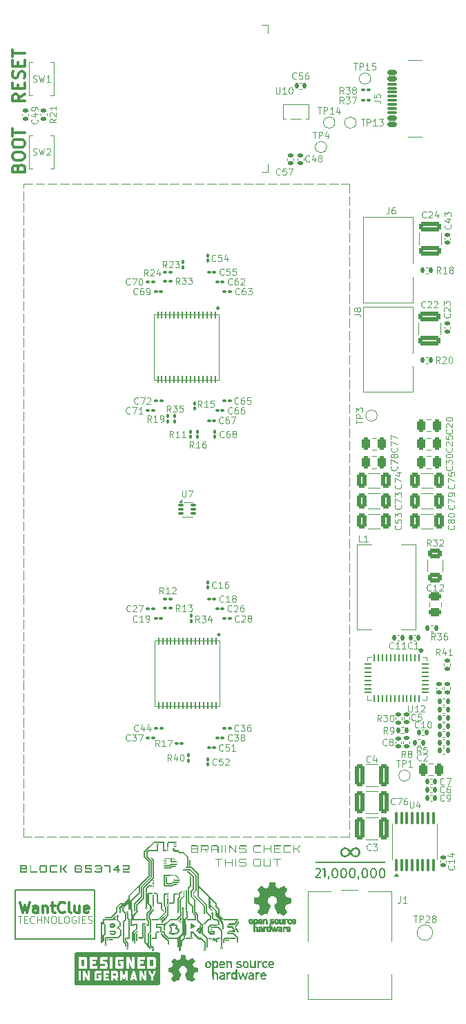
<source format=gbr>
%TF.GenerationSoftware,KiCad,Pcbnew,8.0.4*%
%TF.CreationDate,2024-10-26T18:49:35+02:00*%
%TF.ProjectId,BitForgeNano,42697446-6f72-4676-954e-616e6f2e6b69,rev?*%
%TF.SameCoordinates,Original*%
%TF.FileFunction,Legend,Top*%
%TF.FilePolarity,Positive*%
%FSLAX46Y46*%
G04 Gerber Fmt 4.6, Leading zero omitted, Abs format (unit mm)*
G04 Created by KiCad (PCBNEW 8.0.4) date 2024-10-26 18:49:35*
%MOMM*%
%LPD*%
G01*
G04 APERTURE LIST*
G04 Aperture macros list*
%AMRoundRect*
0 Rectangle with rounded corners*
0 $1 Rounding radius*
0 $2 $3 $4 $5 $6 $7 $8 $9 X,Y pos of 4 corners*
0 Add a 4 corners polygon primitive as box body*
4,1,4,$2,$3,$4,$5,$6,$7,$8,$9,$2,$3,0*
0 Add four circle primitives for the rounded corners*
1,1,$1+$1,$2,$3*
1,1,$1+$1,$4,$5*
1,1,$1+$1,$6,$7*
1,1,$1+$1,$8,$9*
0 Add four rect primitives between the rounded corners*
20,1,$1+$1,$2,$3,$4,$5,0*
20,1,$1+$1,$4,$5,$6,$7,0*
20,1,$1+$1,$6,$7,$8,$9,0*
20,1,$1+$1,$8,$9,$2,$3,0*%
G04 Aperture macros list end*
%ADD10C,0.000000*%
%ADD11C,0.200000*%
%ADD12C,0.100000*%
%ADD13C,0.300000*%
%ADD14C,0.125000*%
%ADD15C,0.120000*%
%ADD16C,0.050000*%
%ADD17C,0.227485*%
%ADD18RoundRect,0.140000X0.170000X-0.140000X0.170000X0.140000X-0.170000X0.140000X-0.170000X-0.140000X0*%
%ADD19RoundRect,0.100000X0.100000X-0.637500X0.100000X0.637500X-0.100000X0.637500X-0.100000X-0.637500X0*%
%ADD20C,3.200000*%
%ADD21RoundRect,0.140000X-0.140000X-0.170000X0.140000X-0.170000X0.140000X0.170000X-0.140000X0.170000X0*%
%ADD22C,3.400000*%
%ADD23RoundRect,0.100000X0.100000X-0.130000X0.100000X0.130000X-0.100000X0.130000X-0.100000X-0.130000X0*%
%ADD24RoundRect,0.100000X0.130000X0.100000X-0.130000X0.100000X-0.130000X-0.100000X0.130000X-0.100000X0*%
%ADD25RoundRect,0.100000X-0.130000X-0.100000X0.130000X-0.100000X0.130000X0.100000X-0.130000X0.100000X0*%
%ADD26RoundRect,0.135000X0.135000X0.185000X-0.135000X0.185000X-0.135000X-0.185000X0.135000X-0.185000X0*%
%ADD27C,0.650000*%
%ADD28RoundRect,0.150000X0.425000X-0.150000X0.425000X0.150000X-0.425000X0.150000X-0.425000X-0.150000X0*%
%ADD29RoundRect,0.075000X0.500000X-0.075000X0.500000X0.075000X-0.500000X0.075000X-0.500000X-0.075000X0*%
%ADD30O,2.100000X1.000000*%
%ADD31O,1.800000X1.000000*%
%ADD32RoundRect,0.135000X0.185000X-0.135000X0.185000X0.135000X-0.185000X0.135000X-0.185000X-0.135000X0*%
%ADD33RoundRect,0.250000X0.250000X0.475000X-0.250000X0.475000X-0.250000X-0.475000X0.250000X-0.475000X0*%
%ADD34C,1.600000*%
%ADD35R,4.000000X2.000000*%
%ADD36O,2.000000X3.500000*%
%ADD37O,3.300000X2.000000*%
%ADD38C,1.295400*%
%ADD39C,1.574800*%
%ADD40RoundRect,0.250000X-0.325000X-0.650000X0.325000X-0.650000X0.325000X0.650000X-0.325000X0.650000X0*%
%ADD41RoundRect,0.135000X-0.185000X0.135000X-0.185000X-0.135000X0.185000X-0.135000X0.185000X0.135000X0*%
%ADD42RoundRect,0.135000X-0.135000X-0.185000X0.135000X-0.185000X0.135000X0.185000X-0.135000X0.185000X0*%
%ADD43R,1.524000X0.508000*%
%ADD44RoundRect,0.085000X-0.265000X-0.085000X0.265000X-0.085000X0.265000X0.085000X-0.265000X0.085000X0*%
%ADD45RoundRect,0.062500X-0.062500X0.337500X-0.062500X-0.337500X0.062500X-0.337500X0.062500X0.337500X0*%
%ADD46RoundRect,0.062500X-0.337500X0.062500X-0.337500X-0.062500X0.337500X-0.062500X0.337500X0.062500X0*%
%ADD47C,0.400000*%
%ADD48R,5.300000X3.300000*%
%ADD49C,1.000000*%
%ADD50RoundRect,0.140000X-0.170000X0.140000X-0.170000X-0.140000X0.170000X-0.140000X0.170000X0.140000X0*%
%ADD51R,0.558800X0.952500*%
%ADD52RoundRect,0.250000X-0.250000X-0.475000X0.250000X-0.475000X0.250000X0.475000X-0.250000X0.475000X0*%
%ADD53RoundRect,0.250000X-0.475000X0.250000X-0.475000X-0.250000X0.475000X-0.250000X0.475000X0.250000X0*%
%ADD54RoundRect,0.250000X0.325000X1.100000X-0.325000X1.100000X-0.325000X-1.100000X0.325000X-1.100000X0*%
%ADD55R,0.900000X1.500000*%
%ADD56R,1.500000X0.900000*%
%ADD57R,0.900000X0.900000*%
%ADD58C,1.500000*%
%ADD59R,3.050000X2.000000*%
%ADD60RoundRect,0.250000X0.325000X0.650000X-0.325000X0.650000X-0.325000X-0.650000X0.325000X-0.650000X0*%
%ADD61RoundRect,0.250000X-1.100000X0.325000X-1.100000X-0.325000X1.100000X-0.325000X1.100000X0.325000X0*%
%ADD62RoundRect,0.055250X-0.055250X0.340750X-0.055250X-0.340750X0.055250X-0.340750X0.055250X0.340750X0*%
%ADD63RoundRect,0.250000X-0.625000X0.312500X-0.625000X-0.312500X0.625000X-0.312500X0.625000X0.312500X0*%
%ADD64RoundRect,0.140000X0.140000X0.170000X-0.140000X0.170000X-0.140000X-0.170000X0.140000X-0.170000X0*%
G04 APERTURE END LIST*
D10*
G36*
X68589358Y-159401975D02*
G01*
X68889395Y-159401975D01*
X69135722Y-159652005D01*
X69383900Y-159902036D01*
X69370937Y-160302086D01*
X69366219Y-160428228D01*
X69362116Y-160530625D01*
X69359117Y-160611954D01*
X69358185Y-160645555D01*
X69357712Y-160674892D01*
X69357761Y-160700301D01*
X69358391Y-160722117D01*
X69359665Y-160740673D01*
X69360563Y-160748834D01*
X69361644Y-160756305D01*
X69362916Y-160763129D01*
X69364388Y-160769347D01*
X69366066Y-160775001D01*
X69367959Y-160780133D01*
X69370074Y-160784785D01*
X69372418Y-160788999D01*
X69375000Y-160792816D01*
X69377827Y-160796278D01*
X69382109Y-160801358D01*
X69385934Y-160806521D01*
X69389313Y-160811763D01*
X69392257Y-160817077D01*
X69394776Y-160822458D01*
X69396882Y-160827898D01*
X69398586Y-160833393D01*
X69399898Y-160838937D01*
X69400830Y-160844523D01*
X69401392Y-160850145D01*
X69401595Y-160855797D01*
X69401451Y-160861474D01*
X69400970Y-160867170D01*
X69400163Y-160872878D01*
X69399041Y-160878592D01*
X69397616Y-160884307D01*
X69395897Y-160890017D01*
X69393896Y-160895715D01*
X69391625Y-160901396D01*
X69389093Y-160907054D01*
X69383292Y-160918275D01*
X69376581Y-160929331D01*
X69369049Y-160940174D01*
X69360782Y-160950756D01*
X69351869Y-160961030D01*
X69342396Y-160970947D01*
X69334411Y-160973840D01*
X69326509Y-160976174D01*
X69318647Y-160977970D01*
X69310785Y-160979252D01*
X69302883Y-160980044D01*
X69294899Y-160980368D01*
X69286792Y-160980249D01*
X69278522Y-160979708D01*
X69270047Y-160978770D01*
X69261327Y-160977457D01*
X69252321Y-160975794D01*
X69242987Y-160973802D01*
X69223175Y-160968928D01*
X69201563Y-160963021D01*
X69191043Y-160952435D01*
X69181088Y-160941536D01*
X69171809Y-160930360D01*
X69163318Y-160918941D01*
X69155726Y-160907317D01*
X69149145Y-160895521D01*
X69146269Y-160889569D01*
X69143687Y-160883589D01*
X69141414Y-160877583D01*
X69139463Y-160871556D01*
X69137849Y-160865513D01*
X69136585Y-160859459D01*
X69135685Y-160853397D01*
X69135163Y-160847331D01*
X69135148Y-160846599D01*
X69174615Y-160846599D01*
X69174790Y-160849281D01*
X69175304Y-160852107D01*
X69176142Y-160855063D01*
X69177287Y-160858134D01*
X69178725Y-160861303D01*
X69180438Y-160864557D01*
X69184631Y-160871258D01*
X69189740Y-160878115D01*
X69195640Y-160885008D01*
X69202203Y-160891817D01*
X69209305Y-160898420D01*
X69216819Y-160904699D01*
X69224620Y-160910530D01*
X69232581Y-160915796D01*
X69240577Y-160920374D01*
X69248481Y-160924145D01*
X69252360Y-160925690D01*
X69256168Y-160926987D01*
X69259891Y-160928023D01*
X69263512Y-160928781D01*
X69267016Y-160929247D01*
X69270387Y-160929406D01*
X69273753Y-160929341D01*
X69277244Y-160929147D01*
X69284538Y-160928385D01*
X69292147Y-160927146D01*
X69299951Y-160925456D01*
X69307827Y-160923339D01*
X69315655Y-160920821D01*
X69323314Y-160917927D01*
X69330681Y-160914682D01*
X69334218Y-160912936D01*
X69337636Y-160911111D01*
X69340921Y-160909212D01*
X69344058Y-160907241D01*
X69347031Y-160905200D01*
X69349824Y-160903095D01*
X69352424Y-160900926D01*
X69354814Y-160898699D01*
X69356980Y-160896415D01*
X69358907Y-160894078D01*
X69360578Y-160891692D01*
X69361980Y-160889258D01*
X69363096Y-160886782D01*
X69363913Y-160884264D01*
X69364414Y-160881710D01*
X69364584Y-160879121D01*
X69364267Y-160873558D01*
X69363288Y-160864528D01*
X69361607Y-160853098D01*
X69360491Y-160846818D01*
X69359185Y-160840339D01*
X69357684Y-160833795D01*
X69355982Y-160827319D01*
X69354075Y-160821046D01*
X69351957Y-160815108D01*
X69349625Y-160809640D01*
X69347071Y-160804775D01*
X69345711Y-160802610D01*
X69344293Y-160800646D01*
X69342818Y-160798900D01*
X69341284Y-160797388D01*
X69338321Y-160794157D01*
X69335017Y-160790750D01*
X69331413Y-160787220D01*
X69327553Y-160783619D01*
X69323479Y-160780002D01*
X69319234Y-160776421D01*
X69314861Y-160772929D01*
X69310401Y-160769579D01*
X69305898Y-160766425D01*
X69301394Y-160763519D01*
X69296932Y-160760915D01*
X69292555Y-160758665D01*
X69288304Y-160756822D01*
X69286240Y-160756070D01*
X69284223Y-160755441D01*
X69282259Y-160754939D01*
X69280354Y-160754573D01*
X69278513Y-160754348D01*
X69276740Y-160754272D01*
X69273351Y-160754458D01*
X69269794Y-160755003D01*
X69266087Y-160755890D01*
X69262249Y-160757099D01*
X69258296Y-160758613D01*
X69254248Y-160760411D01*
X69250122Y-160762477D01*
X69245937Y-160764791D01*
X69237461Y-160770090D01*
X69228963Y-160776159D01*
X69220588Y-160782851D01*
X69212481Y-160790017D01*
X69204787Y-160797509D01*
X69197650Y-160805178D01*
X69191214Y-160812875D01*
X69185624Y-160820453D01*
X69181025Y-160827763D01*
X69179141Y-160831270D01*
X69177560Y-160834656D01*
X69176299Y-160837900D01*
X69175376Y-160840984D01*
X69174809Y-160843890D01*
X69174615Y-160846599D01*
X69135148Y-160846599D01*
X69135034Y-160841268D01*
X69135311Y-160835210D01*
X69136008Y-160829162D01*
X69137139Y-160823129D01*
X69138718Y-160817115D01*
X69140759Y-160811125D01*
X69143275Y-160805162D01*
X69146282Y-160799232D01*
X69149792Y-160793339D01*
X69153820Y-160787487D01*
X69158379Y-160781681D01*
X69163485Y-160775924D01*
X69170227Y-160767984D01*
X69175925Y-160759181D01*
X69180664Y-160749125D01*
X69184526Y-160737424D01*
X69187596Y-160723686D01*
X69189958Y-160707519D01*
X69192895Y-160666336D01*
X69194009Y-160610741D01*
X69193972Y-160537602D01*
X69193136Y-160326163D01*
X69193136Y-159966859D01*
X68813459Y-159587183D01*
X68535647Y-159587183D01*
X68128188Y-159179724D01*
X67968996Y-159021515D01*
X67898635Y-158952319D01*
X67836717Y-158891957D01*
X67784956Y-158842099D01*
X67745067Y-158804417D01*
X67718766Y-158780582D01*
X67711246Y-158774380D01*
X67707765Y-158772266D01*
X67706908Y-158772600D01*
X67706073Y-158773590D01*
X67704470Y-158777472D01*
X67702959Y-158783779D01*
X67701543Y-158792379D01*
X67699008Y-158815924D01*
X67696884Y-158847044D01*
X67695195Y-158884675D01*
X67693961Y-158927754D01*
X67693205Y-158975217D01*
X67692948Y-159026001D01*
X67692769Y-159168192D01*
X67693132Y-159226244D01*
X67693598Y-159252045D01*
X67694319Y-159275708D01*
X67695344Y-159297245D01*
X67696722Y-159316664D01*
X67698501Y-159333977D01*
X67700731Y-159349193D01*
X67703461Y-159362321D01*
X67706739Y-159373374D01*
X67708599Y-159378124D01*
X67710614Y-159382359D01*
X67712792Y-159386080D01*
X67715136Y-159389288D01*
X67718941Y-159393566D01*
X67722373Y-159397726D01*
X67725441Y-159401776D01*
X67728152Y-159405724D01*
X67730514Y-159409578D01*
X67732535Y-159413346D01*
X67734222Y-159417038D01*
X67735584Y-159420660D01*
X67736629Y-159424221D01*
X67737364Y-159427730D01*
X67737796Y-159431195D01*
X67737935Y-159434624D01*
X67737787Y-159438026D01*
X67737361Y-159441408D01*
X67736664Y-159444778D01*
X67735704Y-159448146D01*
X67734489Y-159451520D01*
X67733027Y-159454907D01*
X67731326Y-159458316D01*
X67729393Y-159461755D01*
X67727236Y-159465233D01*
X67724863Y-159468758D01*
X67719502Y-159475980D01*
X67713371Y-159483489D01*
X67706532Y-159491351D01*
X67690985Y-159508395D01*
X67686459Y-159510631D01*
X67682247Y-159512843D01*
X67678331Y-159515028D01*
X67674692Y-159517184D01*
X67671312Y-159519307D01*
X67668172Y-159521395D01*
X67665254Y-159523445D01*
X67662538Y-159525453D01*
X67657642Y-159529335D01*
X67653334Y-159533018D01*
X67645890Y-159539695D01*
X67642456Y-159542642D01*
X67639016Y-159545299D01*
X67637247Y-159546510D01*
X67635421Y-159547641D01*
X67633519Y-159548686D01*
X67631522Y-159549645D01*
X67629413Y-159550514D01*
X67627172Y-159551289D01*
X67624781Y-159551969D01*
X67622221Y-159552549D01*
X67619473Y-159553029D01*
X67616520Y-159553403D01*
X67613342Y-159553671D01*
X67609921Y-159553827D01*
X67600260Y-159549915D01*
X67588044Y-159546492D01*
X67573412Y-159543525D01*
X67556508Y-159540981D01*
X67516449Y-159537034D01*
X67469004Y-159534389D01*
X67415308Y-159532786D01*
X67356497Y-159531965D01*
X67228076Y-159531620D01*
X67183565Y-159531435D01*
X67143636Y-159530832D01*
X67108054Y-159529740D01*
X67091819Y-159528989D01*
X67076581Y-159528090D01*
X67062313Y-159527033D01*
X67048983Y-159525810D01*
X67036563Y-159524412D01*
X67025023Y-159522830D01*
X67014334Y-159521056D01*
X67004465Y-159519080D01*
X66995388Y-159516894D01*
X66987074Y-159514488D01*
X66979491Y-159511855D01*
X66972612Y-159508985D01*
X66966406Y-159505870D01*
X66960844Y-159502500D01*
X66955897Y-159498868D01*
X66951534Y-159494963D01*
X66947727Y-159490777D01*
X66944447Y-159486302D01*
X66941662Y-159481528D01*
X66939345Y-159476447D01*
X66937465Y-159471050D01*
X66935993Y-159465328D01*
X66934899Y-159459273D01*
X66934155Y-159452875D01*
X66933730Y-159446125D01*
X66933594Y-159439016D01*
X66934319Y-159425184D01*
X66936608Y-159412811D01*
X66937000Y-159411742D01*
X67519802Y-159411742D01*
X67519878Y-159418569D01*
X67520373Y-159425405D01*
X67521292Y-159432211D01*
X67522637Y-159438953D01*
X67524414Y-159445591D01*
X67526627Y-159452090D01*
X67529279Y-159458412D01*
X67532374Y-159464521D01*
X67535917Y-159470379D01*
X67539912Y-159475950D01*
X67544362Y-159481196D01*
X67549272Y-159486080D01*
X67554646Y-159490565D01*
X67560488Y-159494615D01*
X67566503Y-159498050D01*
X67572716Y-159500733D01*
X67579094Y-159502696D01*
X67585601Y-159503970D01*
X67592201Y-159504584D01*
X67598861Y-159504569D01*
X67605545Y-159503956D01*
X67612219Y-159502776D01*
X67618846Y-159501058D01*
X67625393Y-159498834D01*
X67631824Y-159496133D01*
X67638104Y-159492987D01*
X67644199Y-159489426D01*
X67650073Y-159485480D01*
X67655691Y-159481181D01*
X67661019Y-159476557D01*
X67666021Y-159471641D01*
X67670662Y-159466462D01*
X67674909Y-159461051D01*
X67678724Y-159455439D01*
X67682075Y-159449656D01*
X67684924Y-159443733D01*
X67687239Y-159437699D01*
X67688983Y-159431587D01*
X67690122Y-159425425D01*
X67690620Y-159419245D01*
X67690443Y-159413077D01*
X67689556Y-159406953D01*
X67687924Y-159400901D01*
X67685512Y-159394953D01*
X67682284Y-159389140D01*
X67678206Y-159383491D01*
X67675232Y-159380476D01*
X67671259Y-159377044D01*
X67666421Y-159373280D01*
X67660852Y-159369267D01*
X67654684Y-159365090D01*
X67648051Y-159360834D01*
X67641086Y-159356583D01*
X67633923Y-159352422D01*
X67626695Y-159348434D01*
X67619535Y-159344703D01*
X67612576Y-159341316D01*
X67605953Y-159338355D01*
X67599797Y-159335905D01*
X67594243Y-159334051D01*
X67589424Y-159332876D01*
X67587331Y-159332570D01*
X67585473Y-159332466D01*
X67578699Y-159332815D01*
X67572271Y-159333839D01*
X67566194Y-159335501D01*
X67560470Y-159337762D01*
X67555105Y-159340587D01*
X67550102Y-159343938D01*
X67545465Y-159347779D01*
X67541199Y-159352072D01*
X67537307Y-159356780D01*
X67533794Y-159361867D01*
X67530663Y-159367295D01*
X67527919Y-159373028D01*
X67525566Y-159379027D01*
X67523607Y-159385258D01*
X67522047Y-159391681D01*
X67520891Y-159398261D01*
X67520141Y-159404960D01*
X67519802Y-159411742D01*
X66937000Y-159411742D01*
X66940635Y-159401826D01*
X66943354Y-159396831D01*
X66946573Y-159392157D01*
X66950313Y-159387794D01*
X66954595Y-159383734D01*
X66964876Y-159376485D01*
X66977587Y-159370338D01*
X66992903Y-159365224D01*
X67010996Y-159361071D01*
X67032041Y-159357806D01*
X67056209Y-159355360D01*
X67083676Y-159353662D01*
X67114613Y-159352639D01*
X67149195Y-159352220D01*
X67229984Y-159352913D01*
X67332321Y-159354339D01*
X67372541Y-159353663D01*
X67406220Y-159351269D01*
X67420785Y-159349241D01*
X67433930Y-159346562D01*
X67445724Y-159343156D01*
X67456239Y-159338949D01*
X67465547Y-159333867D01*
X67473719Y-159327836D01*
X67480826Y-159320781D01*
X67486939Y-159312628D01*
X67492130Y-159303303D01*
X67496469Y-159292732D01*
X67500029Y-159280841D01*
X67502880Y-159267554D01*
X67506740Y-159236500D01*
X67508620Y-159198975D01*
X67509090Y-159154385D01*
X67508720Y-159102138D01*
X67507740Y-158972291D01*
X67507790Y-158921439D01*
X67507965Y-158876276D01*
X67508302Y-158836414D01*
X67508840Y-158801465D01*
X67509617Y-158771042D01*
X67510671Y-158744756D01*
X67511313Y-158733043D01*
X67512039Y-158722219D01*
X67512853Y-158712236D01*
X67513760Y-158703044D01*
X67514764Y-158694596D01*
X67515871Y-158686843D01*
X67517085Y-158679735D01*
X67518412Y-158673226D01*
X67519854Y-158667267D01*
X67521418Y-158661808D01*
X67523109Y-158656801D01*
X67524930Y-158652199D01*
X67526887Y-158647952D01*
X67528984Y-158644011D01*
X67531226Y-158640330D01*
X67533619Y-158636858D01*
X67536166Y-158633547D01*
X67538872Y-158630350D01*
X67541742Y-158627217D01*
X67544782Y-158624099D01*
X67550064Y-158619105D01*
X67555529Y-158614531D01*
X67561227Y-158610365D01*
X67567209Y-158606591D01*
X67573528Y-158603198D01*
X67580235Y-158600170D01*
X67587382Y-158597496D01*
X67595020Y-158595160D01*
X67603200Y-158593150D01*
X67611974Y-158591452D01*
X67621394Y-158590053D01*
X67631511Y-158588938D01*
X67642377Y-158588095D01*
X67654044Y-158587509D01*
X67666562Y-158587168D01*
X67679984Y-158587057D01*
X67778146Y-158587057D01*
X68589358Y-159401975D01*
G37*
G36*
X65590834Y-149754472D02*
G01*
X65594047Y-149754765D01*
X65597263Y-149755297D01*
X65600486Y-149756067D01*
X65603719Y-149757077D01*
X65606966Y-149758325D01*
X65610229Y-149759811D01*
X65613513Y-149761537D01*
X65616821Y-149763501D01*
X65620156Y-149765704D01*
X65623521Y-149768146D01*
X65626921Y-149770826D01*
X65630357Y-149773745D01*
X65633835Y-149776903D01*
X65637356Y-149780300D01*
X65644545Y-149787809D01*
X65648360Y-149792197D01*
X65651820Y-149796671D01*
X65654929Y-149801218D01*
X65657690Y-149805827D01*
X65660107Y-149810487D01*
X65662182Y-149815185D01*
X65663920Y-149819910D01*
X65665323Y-149824649D01*
X65666395Y-149829390D01*
X65667140Y-149834123D01*
X65667560Y-149838834D01*
X65667660Y-149843513D01*
X65667442Y-149848147D01*
X65666910Y-149852724D01*
X65666068Y-149857233D01*
X65664918Y-149861661D01*
X65663464Y-149865998D01*
X65661710Y-149870230D01*
X65659659Y-149874346D01*
X65657314Y-149878334D01*
X65654679Y-149882182D01*
X65651757Y-149885879D01*
X65648552Y-149889413D01*
X65645066Y-149892771D01*
X65641304Y-149895942D01*
X65637268Y-149898913D01*
X65632962Y-149901674D01*
X65628390Y-149904212D01*
X65623555Y-149906516D01*
X65618460Y-149908573D01*
X65613108Y-149910371D01*
X65607504Y-149911899D01*
X65599627Y-149913656D01*
X65591981Y-149914777D01*
X65584580Y-149915289D01*
X65577436Y-149915216D01*
X65570563Y-149914587D01*
X65563976Y-149913425D01*
X65557686Y-149911759D01*
X65551709Y-149909613D01*
X65546057Y-149907014D01*
X65540745Y-149903989D01*
X65535785Y-149900562D01*
X65531191Y-149896761D01*
X65526977Y-149892611D01*
X65523157Y-149888138D01*
X65519744Y-149883369D01*
X65516751Y-149878330D01*
X65514192Y-149873047D01*
X65512081Y-149867545D01*
X65510431Y-149861852D01*
X65509256Y-149855993D01*
X65508569Y-149849994D01*
X65508384Y-149843882D01*
X65508715Y-149837682D01*
X65509574Y-149831420D01*
X65510976Y-149825124D01*
X65512935Y-149818818D01*
X65515463Y-149812529D01*
X65518574Y-149806283D01*
X65522283Y-149800107D01*
X65526601Y-149794026D01*
X65531544Y-149788066D01*
X65537124Y-149782253D01*
X65540744Y-149778726D01*
X65544313Y-149775438D01*
X65547834Y-149772389D01*
X65551312Y-149769578D01*
X65554748Y-149767006D01*
X65558147Y-149764673D01*
X65561513Y-149762579D01*
X65564847Y-149760723D01*
X65568155Y-149759106D01*
X65571439Y-149757728D01*
X65574703Y-149756588D01*
X65577949Y-149755688D01*
X65581182Y-149755026D01*
X65584405Y-149754602D01*
X65587622Y-149754418D01*
X65590834Y-149754472D01*
G37*
G36*
X65962919Y-152217446D02*
G01*
X65997656Y-152217772D01*
X66027900Y-152218369D01*
X66054036Y-152219273D01*
X66065684Y-152219851D01*
X66076450Y-152220519D01*
X66086382Y-152221281D01*
X66095527Y-152222142D01*
X66103935Y-152223106D01*
X66111652Y-152224177D01*
X66118728Y-152225361D01*
X66125211Y-152226660D01*
X66131148Y-152228080D01*
X66136588Y-152229626D01*
X66141580Y-152231301D01*
X66146170Y-152233110D01*
X66150407Y-152235057D01*
X66154341Y-152237147D01*
X66158017Y-152239385D01*
X66161486Y-152241773D01*
X66164794Y-152244318D01*
X66167990Y-152247024D01*
X66171123Y-152249894D01*
X66174240Y-152252933D01*
X66178014Y-152256792D01*
X66181681Y-152260714D01*
X66185224Y-152264673D01*
X66188623Y-152268646D01*
X66191859Y-152272609D01*
X66194914Y-152276536D01*
X66197767Y-152280403D01*
X66200401Y-152284186D01*
X66202797Y-152287861D01*
X66204934Y-152291403D01*
X66206795Y-152294787D01*
X66208360Y-152297990D01*
X66209610Y-152300987D01*
X66210526Y-152303753D01*
X66210854Y-152305042D01*
X66211090Y-152306264D01*
X66211234Y-152307416D01*
X66211283Y-152308495D01*
X66211090Y-152310422D01*
X66210526Y-152312706D01*
X66209610Y-152315316D01*
X66208360Y-152318219D01*
X66206795Y-152321382D01*
X66204934Y-152324773D01*
X66202797Y-152328360D01*
X66200401Y-152332109D01*
X66197767Y-152335989D01*
X66194914Y-152339966D01*
X66191859Y-152344009D01*
X66188623Y-152348084D01*
X66185224Y-152352159D01*
X66181681Y-152356201D01*
X66178014Y-152360178D01*
X66174240Y-152364058D01*
X66167992Y-152369968D01*
X66161497Y-152375221D01*
X66154377Y-152379856D01*
X66146257Y-152383910D01*
X66136758Y-152387421D01*
X66125504Y-152390428D01*
X66112118Y-152392968D01*
X66096222Y-152395080D01*
X66055393Y-152398169D01*
X66000000Y-152400000D01*
X65927028Y-152400875D01*
X65833458Y-152401099D01*
X65771015Y-152400763D01*
X65711046Y-152399797D01*
X65654984Y-152398267D01*
X65604262Y-152396237D01*
X65560311Y-152393774D01*
X65524564Y-152390942D01*
X65510215Y-152389407D01*
X65498454Y-152387805D01*
X65489461Y-152386144D01*
X65483413Y-152384430D01*
X65476170Y-152381319D01*
X65469372Y-152377903D01*
X65463021Y-152374202D01*
X65457119Y-152370236D01*
X65451665Y-152366026D01*
X65446662Y-152361592D01*
X65442109Y-152356955D01*
X65438008Y-152352135D01*
X65434361Y-152347152D01*
X65431168Y-152342026D01*
X65428429Y-152336778D01*
X65426147Y-152331429D01*
X65424322Y-152325998D01*
X65422955Y-152320507D01*
X65422048Y-152314974D01*
X65421600Y-152309421D01*
X65421614Y-152303868D01*
X65422090Y-152298336D01*
X65423029Y-152292844D01*
X65424433Y-152287413D01*
X65426302Y-152282064D01*
X65428637Y-152276816D01*
X65431439Y-152271691D01*
X65434710Y-152266708D01*
X65438450Y-152261887D01*
X65442660Y-152257250D01*
X65447342Y-152252816D01*
X65452497Y-152248606D01*
X65458124Y-152244641D01*
X65464226Y-152240939D01*
X65470804Y-152237523D01*
X65477858Y-152234412D01*
X65483559Y-152232699D01*
X65492215Y-152231037D01*
X65517706Y-152227901D01*
X65552965Y-152225068D01*
X65596622Y-152222605D01*
X65647312Y-152220575D01*
X65703667Y-152219045D01*
X65764319Y-152218079D01*
X65827901Y-152217743D01*
X65878427Y-152217467D01*
X65923305Y-152217356D01*
X65962919Y-152217446D01*
G37*
G36*
X66328970Y-156877399D02*
G01*
X66334447Y-156878915D01*
X66339573Y-156881584D01*
X66344344Y-156885447D01*
X66348755Y-156890543D01*
X66352801Y-156896911D01*
X66356478Y-156904592D01*
X66359781Y-156913625D01*
X66362705Y-156924049D01*
X66365246Y-156935905D01*
X66367399Y-156949231D01*
X66369160Y-156964068D01*
X66370524Y-156980455D01*
X66372041Y-157018037D01*
X66371914Y-157062294D01*
X66370799Y-157103867D01*
X66370072Y-157122477D01*
X66369226Y-157139693D01*
X66368258Y-157155561D01*
X66367164Y-157170124D01*
X66365939Y-157183426D01*
X66364581Y-157195512D01*
X66363084Y-157206425D01*
X66361446Y-157216209D01*
X66359662Y-157224909D01*
X66357729Y-157232568D01*
X66355642Y-157239230D01*
X66353398Y-157244940D01*
X66350993Y-157249742D01*
X66348422Y-157253679D01*
X66345682Y-157256796D01*
X66344248Y-157258060D01*
X66342770Y-157259136D01*
X66341248Y-157260029D01*
X66339681Y-157260744D01*
X66338068Y-157261287D01*
X66336411Y-157261663D01*
X66332956Y-157261939D01*
X66329313Y-157261614D01*
X66325478Y-157260733D01*
X66321446Y-157259339D01*
X66317214Y-157257478D01*
X66312778Y-157255192D01*
X66308135Y-157252526D01*
X66303279Y-157249524D01*
X66292917Y-157242689D01*
X66281661Y-157235037D01*
X66264097Y-157222937D01*
X66240677Y-157206194D01*
X66213928Y-157186081D01*
X66200095Y-157175157D01*
X66186376Y-157163868D01*
X66173089Y-157152372D01*
X66160548Y-157140829D01*
X66149071Y-157129396D01*
X66138972Y-157118233D01*
X66134538Y-157112803D01*
X66130567Y-157107500D01*
X66127099Y-157102344D01*
X66124173Y-157097354D01*
X66121828Y-157092552D01*
X66120104Y-157087955D01*
X66119041Y-157083586D01*
X66118678Y-157079463D01*
X66118799Y-157077820D01*
X66119156Y-157076021D01*
X66120543Y-157071978D01*
X66122773Y-157067379D01*
X66125777Y-157062270D01*
X66129486Y-157056696D01*
X66133834Y-157050703D01*
X66138752Y-157044336D01*
X66144172Y-157037642D01*
X66156246Y-157023453D01*
X66169512Y-157008500D01*
X66197447Y-156977763D01*
X66218081Y-156955163D01*
X66237591Y-156934802D01*
X66255940Y-156916997D01*
X66273091Y-156902064D01*
X66289007Y-156890321D01*
X66296490Y-156885745D01*
X66303650Y-156882085D01*
X66310483Y-156879381D01*
X66316984Y-156877672D01*
X66323148Y-156876998D01*
X66328970Y-156877399D01*
G37*
G36*
X64839420Y-149586143D02*
G01*
X64889814Y-149586446D01*
X64934589Y-149586917D01*
X64974101Y-149587583D01*
X65008705Y-149588472D01*
X65038757Y-149589611D01*
X65064611Y-149591026D01*
X65086624Y-149592745D01*
X65105151Y-149594796D01*
X65113218Y-149595953D01*
X65120547Y-149597204D01*
X65127182Y-149598551D01*
X65133167Y-149599997D01*
X65138548Y-149601547D01*
X65143368Y-149603203D01*
X65147672Y-149604969D01*
X65151504Y-149606848D01*
X65154908Y-149608844D01*
X65157930Y-149610960D01*
X65160614Y-149613200D01*
X65163003Y-149615566D01*
X65166999Y-149620031D01*
X65170658Y-149625152D01*
X65173991Y-149631022D01*
X65177010Y-149637733D01*
X65179724Y-149645378D01*
X65182146Y-149654047D01*
X65184286Y-149663835D01*
X65186154Y-149674833D01*
X65187762Y-149687133D01*
X65189120Y-149700827D01*
X65191131Y-149732768D01*
X65192274Y-149771394D01*
X65192636Y-149817443D01*
X65192636Y-149991539D01*
X65500082Y-149997096D01*
X65549344Y-149998123D01*
X65593182Y-149999150D01*
X65631947Y-150000221D01*
X65665988Y-150001379D01*
X65695656Y-150002666D01*
X65721301Y-150004128D01*
X65732724Y-150004937D01*
X65743273Y-150005806D01*
X65752990Y-150006740D01*
X65761920Y-150007745D01*
X65770107Y-150008826D01*
X65777595Y-150009988D01*
X65784426Y-150011237D01*
X65790646Y-150012578D01*
X65796297Y-150014016D01*
X65801423Y-150015558D01*
X65806069Y-150017209D01*
X65810277Y-150018973D01*
X65814092Y-150020857D01*
X65817558Y-150022865D01*
X65820717Y-150025004D01*
X65823615Y-150027278D01*
X65826294Y-150029694D01*
X65828798Y-150032256D01*
X65831172Y-150034969D01*
X65833458Y-150037841D01*
X65838992Y-150045759D01*
X65843789Y-150052918D01*
X65847847Y-150059426D01*
X65851168Y-150065391D01*
X65852551Y-150068204D01*
X65853750Y-150070922D01*
X65854765Y-150073558D01*
X65855595Y-150076127D01*
X65856241Y-150078642D01*
X65856702Y-150081115D01*
X65856979Y-150083562D01*
X65857071Y-150085995D01*
X65856979Y-150088428D01*
X65856702Y-150090875D01*
X65856241Y-150093349D01*
X65855595Y-150095863D01*
X65854765Y-150098432D01*
X65853750Y-150101069D01*
X65852551Y-150103787D01*
X65851168Y-150106600D01*
X65847847Y-150112565D01*
X65843789Y-150119072D01*
X65838992Y-150126231D01*
X65833458Y-150134149D01*
X65828786Y-150139734D01*
X65823521Y-150144712D01*
X65817240Y-150149125D01*
X65809525Y-150153017D01*
X65799954Y-150156432D01*
X65788106Y-150159413D01*
X65773562Y-150162003D01*
X65755901Y-150164246D01*
X65709545Y-150167863D01*
X65645673Y-150170612D01*
X65451927Y-150174895D01*
X65306004Y-150177312D01*
X65247556Y-150177646D01*
X65197845Y-150176863D01*
X65176045Y-150175927D01*
X65156164Y-150174561D01*
X65138115Y-150172714D01*
X65121808Y-150170338D01*
X65107157Y-150167380D01*
X65094072Y-150163792D01*
X65082466Y-150159523D01*
X65072251Y-150154523D01*
X65063337Y-150148741D01*
X65055638Y-150142128D01*
X65049065Y-150134633D01*
X65043529Y-150126206D01*
X65038943Y-150116797D01*
X65035218Y-150106356D01*
X65032267Y-150094832D01*
X65030000Y-150082175D01*
X65028330Y-150068336D01*
X65027169Y-150053264D01*
X65026021Y-150019219D01*
X65025949Y-149934125D01*
X65025949Y-149752621D01*
X64670349Y-149752621D01*
X64567645Y-149752407D01*
X64524204Y-149752096D01*
X64485603Y-149751608D01*
X64451517Y-149750914D01*
X64421620Y-149749983D01*
X64395586Y-149748787D01*
X64373089Y-149747296D01*
X64353805Y-149745478D01*
X64345266Y-149744438D01*
X64337408Y-149743306D01*
X64330190Y-149742077D01*
X64323571Y-149740748D01*
X64317512Y-149739315D01*
X64311971Y-149737775D01*
X64306907Y-149736123D01*
X64302280Y-149734357D01*
X64298049Y-149732472D01*
X64294173Y-149730464D01*
X64290613Y-149728330D01*
X64287326Y-149726067D01*
X64284272Y-149723669D01*
X64281411Y-149721135D01*
X64274228Y-149714252D01*
X64270979Y-149710854D01*
X64267958Y-149707483D01*
X64265167Y-149704136D01*
X64262606Y-149700812D01*
X64260275Y-149697508D01*
X64258173Y-149694222D01*
X64256303Y-149690952D01*
X64254663Y-149687697D01*
X64253255Y-149684454D01*
X64252078Y-149681221D01*
X64251133Y-149677996D01*
X64250421Y-149674777D01*
X64249941Y-149671563D01*
X64249694Y-149668350D01*
X64249681Y-149665138D01*
X64249901Y-149661923D01*
X64250355Y-149658705D01*
X64251044Y-149655480D01*
X64251967Y-149652247D01*
X64253125Y-149649004D01*
X64254518Y-149645748D01*
X64256148Y-149642479D01*
X64258013Y-149639193D01*
X64260115Y-149635889D01*
X64262453Y-149632565D01*
X64265028Y-149629218D01*
X64267841Y-149625846D01*
X64270892Y-149622449D01*
X64274180Y-149619023D01*
X64277707Y-149615566D01*
X64282780Y-149610960D01*
X64289207Y-149606848D01*
X64297342Y-149603203D01*
X64307543Y-149599997D01*
X64320163Y-149597204D01*
X64335559Y-149594796D01*
X64376099Y-149591026D01*
X64432005Y-149588472D01*
X64506121Y-149586917D01*
X64720355Y-149585933D01*
X64839420Y-149586143D01*
G37*
G36*
X73382317Y-157366304D02*
G01*
X73386264Y-157366616D01*
X73390201Y-157367118D01*
X73394123Y-157367811D01*
X73398027Y-157368695D01*
X73401908Y-157369770D01*
X73405762Y-157371036D01*
X73409583Y-157372495D01*
X73413368Y-157374146D01*
X73417113Y-157375989D01*
X73420812Y-157378026D01*
X73424462Y-157380256D01*
X73428058Y-157382679D01*
X73431596Y-157385297D01*
X73435071Y-157388108D01*
X73438479Y-157391115D01*
X73441815Y-157394316D01*
X73448327Y-157401328D01*
X73451258Y-157404884D01*
X73453973Y-157408475D01*
X73456472Y-157412101D01*
X73458757Y-157415763D01*
X73460826Y-157419461D01*
X73462680Y-157423197D01*
X73464320Y-157426971D01*
X73465746Y-157430784D01*
X73466959Y-157434636D01*
X73467958Y-157438528D01*
X73468744Y-157442460D01*
X73469318Y-157446434D01*
X73469679Y-157450450D01*
X73469828Y-157454509D01*
X73469766Y-157458611D01*
X73469492Y-157462757D01*
X73469008Y-157466948D01*
X73468312Y-157471185D01*
X73467407Y-157475467D01*
X73466292Y-157479797D01*
X73463432Y-157488599D01*
X73459738Y-157497596D01*
X73455210Y-157506794D01*
X73449852Y-157516198D01*
X73443667Y-157525814D01*
X73434497Y-157539404D01*
X73419967Y-157562653D01*
X73377687Y-157633003D01*
X73260311Y-157833259D01*
X73106588Y-158099960D01*
X73262163Y-158370363D01*
X73284052Y-158408043D01*
X73303925Y-158442693D01*
X73321851Y-158474450D01*
X73337896Y-158503453D01*
X73352129Y-158529842D01*
X73364617Y-158553753D01*
X73375429Y-158575325D01*
X73384632Y-158594698D01*
X73392294Y-158612008D01*
X73398483Y-158627395D01*
X73403267Y-158640996D01*
X73406713Y-158652951D01*
X73407955Y-158658354D01*
X73408889Y-158663397D01*
X73409522Y-158668098D01*
X73409863Y-158672474D01*
X73409921Y-158676541D01*
X73409704Y-158680318D01*
X73409220Y-158683822D01*
X73408478Y-158687069D01*
X73407139Y-158692012D01*
X73405559Y-158696767D01*
X73403747Y-158701331D01*
X73401710Y-158705702D01*
X73399457Y-158709877D01*
X73396998Y-158713851D01*
X73394339Y-158717623D01*
X73391491Y-158721188D01*
X73388460Y-158724545D01*
X73385257Y-158727690D01*
X73381888Y-158730620D01*
X73378363Y-158733332D01*
X73374691Y-158735823D01*
X73370879Y-158738089D01*
X73366936Y-158740129D01*
X73362870Y-158741938D01*
X73358691Y-158743514D01*
X73354406Y-158744853D01*
X73350024Y-158745953D01*
X73345554Y-158746811D01*
X73341004Y-158747423D01*
X73336382Y-158747786D01*
X73331697Y-158747898D01*
X73326957Y-158747755D01*
X73322172Y-158747354D01*
X73317348Y-158746693D01*
X73312496Y-158745768D01*
X73307623Y-158744576D01*
X73302737Y-158743114D01*
X73297848Y-158741378D01*
X73292964Y-158739367D01*
X73288093Y-158737077D01*
X73277197Y-158726767D01*
X73260398Y-158705215D01*
X73212736Y-158634633D01*
X73152398Y-158537833D01*
X73086678Y-158427315D01*
X73022868Y-158315583D01*
X72968261Y-158215136D01*
X72930148Y-158138478D01*
X72919557Y-158112975D01*
X72915824Y-158098108D01*
X72919931Y-158084383D01*
X72931581Y-158058281D01*
X72973470Y-157976044D01*
X73033417Y-157865592D01*
X73103347Y-157741119D01*
X73175188Y-157616819D01*
X73240864Y-157506888D01*
X73292303Y-157425519D01*
X73310160Y-157399982D01*
X73321430Y-157386908D01*
X73324934Y-157384222D01*
X73328500Y-157381721D01*
X73332121Y-157379405D01*
X73335794Y-157377275D01*
X73339515Y-157375331D01*
X73343279Y-157373572D01*
X73347082Y-157372001D01*
X73350919Y-157370616D01*
X73354785Y-157369418D01*
X73358677Y-157368408D01*
X73362591Y-157367585D01*
X73366520Y-157366951D01*
X73370462Y-157366506D01*
X73374412Y-157366249D01*
X73378365Y-157366181D01*
X73382317Y-157366304D01*
G37*
G36*
X64391092Y-149801899D02*
G01*
X64398361Y-149802453D01*
X64405526Y-149803364D01*
X64412576Y-149804625D01*
X64419502Y-149806225D01*
X64426297Y-149808156D01*
X64432950Y-149810409D01*
X64439453Y-149812975D01*
X64445796Y-149815845D01*
X64451971Y-149819009D01*
X64457969Y-149822459D01*
X64463780Y-149826186D01*
X64469395Y-149830180D01*
X64474806Y-149834434D01*
X64480004Y-149838936D01*
X64484979Y-149843680D01*
X64489722Y-149848655D01*
X64494225Y-149853852D01*
X64498479Y-149859264D01*
X64502473Y-149864879D01*
X64506200Y-149870690D01*
X64509650Y-149876688D01*
X64512814Y-149882863D01*
X64515684Y-149889206D01*
X64518250Y-149895709D01*
X64520503Y-149902362D01*
X64522434Y-149909157D01*
X64524034Y-149916083D01*
X64525295Y-149923133D01*
X64526206Y-149930298D01*
X64526759Y-149937567D01*
X64526946Y-149944933D01*
X64526759Y-149952297D01*
X64526206Y-149959564D01*
X64525295Y-149966727D01*
X64524034Y-149973775D01*
X64522434Y-149980701D01*
X64520503Y-149987494D01*
X64518250Y-149994146D01*
X64515684Y-150000647D01*
X64512814Y-150006990D01*
X64509650Y-150013164D01*
X64506200Y-150019160D01*
X64502473Y-150024971D01*
X64498479Y-150030586D01*
X64494225Y-150035996D01*
X64489722Y-150041193D01*
X64484979Y-150046168D01*
X64480004Y-150050911D01*
X64474806Y-150055413D01*
X64469395Y-150059666D01*
X64463780Y-150063660D01*
X64457969Y-150067387D01*
X64451971Y-150070837D01*
X64445796Y-150074001D01*
X64439453Y-150076870D01*
X64432950Y-150079436D01*
X64426297Y-150081689D01*
X64419502Y-150083620D01*
X64412576Y-150085220D01*
X64405526Y-150086481D01*
X64398361Y-150087392D01*
X64391092Y-150087946D01*
X64383726Y-150088132D01*
X64376361Y-150087946D01*
X64369091Y-150087392D01*
X64361927Y-150086481D01*
X64354877Y-150085220D01*
X64347950Y-150083620D01*
X64341156Y-150081689D01*
X64334503Y-150079436D01*
X64328000Y-150076870D01*
X64321657Y-150074001D01*
X64315482Y-150070837D01*
X64309484Y-150067387D01*
X64303673Y-150063660D01*
X64298058Y-150059666D01*
X64292646Y-150055413D01*
X64287449Y-150050911D01*
X64282474Y-150046168D01*
X64277730Y-150041193D01*
X64273228Y-150035996D01*
X64268974Y-150030586D01*
X64264980Y-150024971D01*
X64261253Y-150019160D01*
X64257803Y-150013164D01*
X64254638Y-150006990D01*
X64251769Y-150000647D01*
X64249203Y-149994146D01*
X64246950Y-149987494D01*
X64245019Y-149980701D01*
X64243419Y-149973775D01*
X64242158Y-149966727D01*
X64241247Y-149959564D01*
X64240693Y-149952297D01*
X64240507Y-149944933D01*
X64312127Y-149944933D01*
X64312220Y-149948614D01*
X64312496Y-149952247D01*
X64312952Y-149955827D01*
X64313582Y-149959351D01*
X64314382Y-149962813D01*
X64315347Y-149966210D01*
X64316473Y-149969535D01*
X64317756Y-149972786D01*
X64319190Y-149975957D01*
X64320772Y-149979044D01*
X64322497Y-149982042D01*
X64324360Y-149984947D01*
X64326357Y-149987755D01*
X64328483Y-149990460D01*
X64330734Y-149993059D01*
X64333105Y-149995546D01*
X64335592Y-149997918D01*
X64338190Y-150000170D01*
X64340896Y-150002296D01*
X64343703Y-150004294D01*
X64346608Y-150006158D01*
X64349606Y-150007883D01*
X64352693Y-150009465D01*
X64355865Y-150010900D01*
X64359116Y-150012183D01*
X64362442Y-150013310D01*
X64365839Y-150014276D01*
X64369302Y-150015076D01*
X64372827Y-150015707D01*
X64376409Y-150016162D01*
X64380043Y-150016439D01*
X64383726Y-150016533D01*
X64387409Y-150016439D01*
X64391044Y-150016162D01*
X64394626Y-150015707D01*
X64398151Y-150015076D01*
X64401615Y-150014276D01*
X64405012Y-150013310D01*
X64408339Y-150012183D01*
X64411591Y-150010900D01*
X64414763Y-150009465D01*
X64417851Y-150007883D01*
X64420850Y-150006158D01*
X64423757Y-150004294D01*
X64426565Y-150002296D01*
X64429271Y-150000170D01*
X64431870Y-149997918D01*
X64434358Y-149995546D01*
X64436731Y-149993059D01*
X64438983Y-149990460D01*
X64441110Y-149987755D01*
X64443107Y-149984947D01*
X64444971Y-149982042D01*
X64446697Y-149979044D01*
X64448280Y-149975957D01*
X64449715Y-149972786D01*
X64450998Y-149969535D01*
X64452125Y-149966210D01*
X64453091Y-149962813D01*
X64453891Y-149959351D01*
X64454522Y-149955827D01*
X64454977Y-149952247D01*
X64455254Y-149948614D01*
X64455348Y-149944933D01*
X64455254Y-149941250D01*
X64454977Y-149937615D01*
X64454522Y-149934033D01*
X64453891Y-149930508D01*
X64453091Y-149927044D01*
X64452125Y-149923647D01*
X64450998Y-149920320D01*
X64449715Y-149917068D01*
X64448280Y-149913896D01*
X64446697Y-149910808D01*
X64444971Y-149907809D01*
X64443107Y-149904903D01*
X64441110Y-149902094D01*
X64438983Y-149899388D01*
X64436731Y-149896789D01*
X64434358Y-149894301D01*
X64431870Y-149891929D01*
X64429271Y-149889677D01*
X64426565Y-149887550D01*
X64423757Y-149885552D01*
X64420850Y-149883688D01*
X64417851Y-149881963D01*
X64414763Y-149880380D01*
X64411591Y-149878945D01*
X64408339Y-149877662D01*
X64405012Y-149876535D01*
X64401615Y-149875569D01*
X64398151Y-149874769D01*
X64394626Y-149874138D01*
X64391044Y-149873683D01*
X64387409Y-149873406D01*
X64383726Y-149873312D01*
X64380043Y-149873406D01*
X64376409Y-149873683D01*
X64372827Y-149874138D01*
X64369302Y-149874769D01*
X64365839Y-149875569D01*
X64362442Y-149876535D01*
X64359116Y-149877662D01*
X64355865Y-149878945D01*
X64352693Y-149880380D01*
X64349606Y-149881963D01*
X64346608Y-149883688D01*
X64343703Y-149885552D01*
X64340896Y-149887550D01*
X64338190Y-149889677D01*
X64335592Y-149891929D01*
X64333105Y-149894301D01*
X64330734Y-149896789D01*
X64328483Y-149899388D01*
X64326357Y-149902094D01*
X64324360Y-149904903D01*
X64322497Y-149907809D01*
X64320772Y-149910808D01*
X64319190Y-149913896D01*
X64317756Y-149917068D01*
X64316473Y-149920320D01*
X64315347Y-149923647D01*
X64314382Y-149927044D01*
X64313582Y-149930508D01*
X64312952Y-149934033D01*
X64312496Y-149937615D01*
X64312220Y-149941250D01*
X64312127Y-149944933D01*
X64240507Y-149944933D01*
X64240693Y-149937567D01*
X64241247Y-149930298D01*
X64242158Y-149923133D01*
X64243419Y-149916083D01*
X64245019Y-149909157D01*
X64246950Y-149902362D01*
X64249203Y-149895709D01*
X64251769Y-149889206D01*
X64254638Y-149882863D01*
X64257803Y-149876688D01*
X64261253Y-149870690D01*
X64264980Y-149864879D01*
X64268974Y-149859264D01*
X64273228Y-149853852D01*
X64277730Y-149848655D01*
X64282474Y-149843680D01*
X64287449Y-149838936D01*
X64292646Y-149834434D01*
X64298058Y-149830180D01*
X64303673Y-149826186D01*
X64309484Y-149822459D01*
X64315482Y-149819009D01*
X64321657Y-149815845D01*
X64328000Y-149812975D01*
X64334503Y-149810409D01*
X64341156Y-149808156D01*
X64347950Y-149806225D01*
X64354877Y-149804625D01*
X64361927Y-149803364D01*
X64369091Y-149802453D01*
X64376361Y-149801899D01*
X64383726Y-149801713D01*
X64391092Y-149801899D01*
G37*
G36*
X57110339Y-160133821D02*
G01*
X57117609Y-160134375D01*
X57124773Y-160135286D01*
X57131823Y-160136546D01*
X57138750Y-160138147D01*
X57145544Y-160140078D01*
X57152197Y-160142331D01*
X57158700Y-160144896D01*
X57165044Y-160147766D01*
X57171219Y-160150930D01*
X57177216Y-160154380D01*
X57183027Y-160158107D01*
X57188643Y-160162102D01*
X57194054Y-160166355D01*
X57199252Y-160170858D01*
X57204227Y-160175601D01*
X57208970Y-160180576D01*
X57213473Y-160185774D01*
X57217726Y-160191185D01*
X57221721Y-160196800D01*
X57225448Y-160202611D01*
X57228898Y-160208609D01*
X57232062Y-160214784D01*
X57234932Y-160221127D01*
X57237497Y-160227630D01*
X57239750Y-160234283D01*
X57241682Y-160241077D01*
X57243282Y-160248004D01*
X57244542Y-160255054D01*
X57245454Y-160262218D01*
X57246007Y-160269487D01*
X57246194Y-160276853D01*
X57246007Y-160284217D01*
X57245454Y-160291484D01*
X57244542Y-160298647D01*
X57243282Y-160305696D01*
X57241682Y-160312621D01*
X57239750Y-160319414D01*
X57237497Y-160326066D01*
X57234932Y-160332568D01*
X57232062Y-160338910D01*
X57228898Y-160345084D01*
X57225448Y-160351081D01*
X57221721Y-160356891D01*
X57217726Y-160362506D01*
X57213473Y-160367917D01*
X57208970Y-160373114D01*
X57204227Y-160378088D01*
X57199252Y-160382831D01*
X57194054Y-160387334D01*
X57188643Y-160391587D01*
X57183027Y-160395581D01*
X57177216Y-160399308D01*
X57171219Y-160402757D01*
X57165044Y-160405922D01*
X57158700Y-160408791D01*
X57152197Y-160411357D01*
X57145544Y-160413610D01*
X57138750Y-160415541D01*
X57131823Y-160417141D01*
X57124773Y-160418401D01*
X57117609Y-160419313D01*
X57110339Y-160419866D01*
X57102974Y-160420053D01*
X57095608Y-160419866D01*
X57088339Y-160419313D01*
X57081175Y-160418401D01*
X57074125Y-160417141D01*
X57067198Y-160415541D01*
X57060404Y-160413610D01*
X57053750Y-160411357D01*
X57047248Y-160408791D01*
X57040904Y-160405922D01*
X57034729Y-160402757D01*
X57028732Y-160399308D01*
X57022921Y-160395581D01*
X57017305Y-160391587D01*
X57011894Y-160387334D01*
X57006696Y-160382831D01*
X57001721Y-160378088D01*
X56996978Y-160373114D01*
X56992475Y-160367917D01*
X56988222Y-160362506D01*
X56984227Y-160356891D01*
X56980501Y-160351081D01*
X56977050Y-160345084D01*
X56973886Y-160338910D01*
X56971016Y-160332568D01*
X56968451Y-160326066D01*
X56966198Y-160319414D01*
X56964266Y-160312621D01*
X56962666Y-160305696D01*
X56961406Y-160298647D01*
X56960494Y-160291484D01*
X56959941Y-160284217D01*
X56959754Y-160276853D01*
X57031374Y-160276853D01*
X57031468Y-160280534D01*
X57031744Y-160284167D01*
X57032200Y-160287748D01*
X57032830Y-160291271D01*
X57033630Y-160294734D01*
X57034595Y-160298130D01*
X57035721Y-160301456D01*
X57037004Y-160304706D01*
X57038438Y-160307877D01*
X57040020Y-160310964D01*
X57041745Y-160313963D01*
X57043608Y-160316868D01*
X57045604Y-160319675D01*
X57047731Y-160322381D01*
X57049982Y-160324979D01*
X57052353Y-160327467D01*
X57054840Y-160329839D01*
X57057438Y-160332090D01*
X57060143Y-160334217D01*
X57062951Y-160336214D01*
X57065856Y-160338078D01*
X57068854Y-160339803D01*
X57071941Y-160341386D01*
X57075112Y-160342821D01*
X57078363Y-160344104D01*
X57081690Y-160345230D01*
X57085086Y-160346196D01*
X57088550Y-160346997D01*
X57092074Y-160347627D01*
X57095656Y-160348083D01*
X57099291Y-160348360D01*
X57102974Y-160348453D01*
X57106657Y-160348360D01*
X57110291Y-160348083D01*
X57113874Y-160347627D01*
X57117399Y-160346997D01*
X57120863Y-160346196D01*
X57124260Y-160345230D01*
X57127587Y-160344104D01*
X57130839Y-160342821D01*
X57134011Y-160341386D01*
X57137099Y-160339803D01*
X57140098Y-160338078D01*
X57143004Y-160336214D01*
X57145812Y-160334217D01*
X57148518Y-160332090D01*
X57151118Y-160329839D01*
X57153606Y-160327467D01*
X57155978Y-160324979D01*
X57158230Y-160322381D01*
X57160357Y-160319675D01*
X57162355Y-160316868D01*
X57164219Y-160313963D01*
X57165944Y-160310964D01*
X57167527Y-160307877D01*
X57168962Y-160304706D01*
X57170245Y-160301456D01*
X57171372Y-160298130D01*
X57172338Y-160294734D01*
X57173139Y-160291271D01*
X57173769Y-160287748D01*
X57174225Y-160284167D01*
X57174502Y-160280534D01*
X57174595Y-160276853D01*
X57174502Y-160273170D01*
X57174225Y-160269535D01*
X57173769Y-160265953D01*
X57173139Y-160262428D01*
X57172338Y-160258965D01*
X57171372Y-160255567D01*
X57170245Y-160252240D01*
X57168962Y-160248989D01*
X57167527Y-160245817D01*
X57165944Y-160242729D01*
X57164219Y-160239729D01*
X57162355Y-160236823D01*
X57160357Y-160234015D01*
X57158230Y-160231309D01*
X57155978Y-160228710D01*
X57153606Y-160226222D01*
X57151118Y-160223850D01*
X57148518Y-160221598D01*
X57145812Y-160219470D01*
X57143004Y-160217473D01*
X57140098Y-160215609D01*
X57137099Y-160213883D01*
X57134011Y-160212301D01*
X57130839Y-160210865D01*
X57127587Y-160209582D01*
X57124260Y-160208455D01*
X57120863Y-160207489D01*
X57117399Y-160206689D01*
X57113874Y-160206059D01*
X57110291Y-160205603D01*
X57106657Y-160205326D01*
X57102974Y-160205233D01*
X57099291Y-160205326D01*
X57095656Y-160205603D01*
X57092074Y-160206059D01*
X57088550Y-160206689D01*
X57085086Y-160207489D01*
X57081690Y-160208455D01*
X57078363Y-160209582D01*
X57075112Y-160210865D01*
X57071941Y-160212301D01*
X57068854Y-160213883D01*
X57065856Y-160215609D01*
X57062951Y-160217473D01*
X57060143Y-160219470D01*
X57057438Y-160221598D01*
X57054840Y-160223850D01*
X57052353Y-160226222D01*
X57049982Y-160228710D01*
X57047731Y-160231309D01*
X57045604Y-160234015D01*
X57043608Y-160236823D01*
X57041745Y-160239729D01*
X57040020Y-160242729D01*
X57038438Y-160245817D01*
X57037004Y-160248989D01*
X57035721Y-160252240D01*
X57034595Y-160255567D01*
X57033630Y-160258965D01*
X57032830Y-160262428D01*
X57032200Y-160265953D01*
X57031744Y-160269535D01*
X57031468Y-160273170D01*
X57031374Y-160276853D01*
X56959754Y-160276853D01*
X56959941Y-160269487D01*
X56960494Y-160262218D01*
X56961406Y-160255054D01*
X56962666Y-160248004D01*
X56964266Y-160241077D01*
X56966198Y-160234283D01*
X56968451Y-160227630D01*
X56971016Y-160221127D01*
X56973886Y-160214784D01*
X56977050Y-160208609D01*
X56980501Y-160202611D01*
X56984227Y-160196800D01*
X56988222Y-160191185D01*
X56992475Y-160185774D01*
X56996978Y-160180576D01*
X57001721Y-160175601D01*
X57006696Y-160170858D01*
X57011894Y-160166355D01*
X57017305Y-160162102D01*
X57022921Y-160158107D01*
X57028732Y-160154380D01*
X57034729Y-160150930D01*
X57040904Y-160147766D01*
X57047248Y-160144896D01*
X57053750Y-160142331D01*
X57060404Y-160140078D01*
X57067198Y-160138147D01*
X57074125Y-160136546D01*
X57081175Y-160135286D01*
X57088339Y-160134375D01*
X57095608Y-160133821D01*
X57102974Y-160133635D01*
X57110339Y-160133821D01*
G37*
G36*
X64565968Y-151866446D02*
G01*
X64569019Y-151866853D01*
X64572089Y-151867531D01*
X64575191Y-151868481D01*
X64578333Y-151869702D01*
X64581526Y-151871194D01*
X64584779Y-151872957D01*
X64588105Y-151874992D01*
X64591511Y-151877298D01*
X64595009Y-151879876D01*
X64598609Y-151882724D01*
X64602321Y-151885844D01*
X64610121Y-151892898D01*
X64618490Y-151901037D01*
X64630185Y-151914443D01*
X64634976Y-151922027D01*
X64639124Y-151930844D01*
X64642675Y-151941375D01*
X64645675Y-151954103D01*
X64648170Y-151969512D01*
X64650207Y-151988085D01*
X64653090Y-152036651D01*
X64654693Y-152103666D01*
X64655532Y-152308495D01*
X64655532Y-152678912D01*
X65129666Y-152678912D01*
X65329691Y-152475183D01*
X65692699Y-152475183D01*
X65794216Y-152475468D01*
X65837671Y-152475854D01*
X65876634Y-152476427D01*
X65911386Y-152477206D01*
X65942209Y-152478210D01*
X65969386Y-152479459D01*
X65993199Y-152480970D01*
X66013930Y-152482764D01*
X66031862Y-152484859D01*
X66047275Y-152487274D01*
X66060453Y-152490028D01*
X66071678Y-152493141D01*
X66076646Y-152494837D01*
X66081231Y-152496630D01*
X66085469Y-152498522D01*
X66089395Y-152500515D01*
X66093045Y-152502613D01*
X66096453Y-152504816D01*
X66101325Y-152508342D01*
X66105872Y-152511969D01*
X66110094Y-152515692D01*
X66113990Y-152519502D01*
X66117560Y-152523394D01*
X66120805Y-152527361D01*
X66123724Y-152531396D01*
X66126318Y-152535491D01*
X66128586Y-152539641D01*
X66130529Y-152543838D01*
X66132146Y-152548076D01*
X66133437Y-152552348D01*
X66134403Y-152556647D01*
X66135043Y-152560966D01*
X66135358Y-152565299D01*
X66135347Y-152569639D01*
X66135011Y-152573978D01*
X66134349Y-152578311D01*
X66133361Y-152582631D01*
X66132048Y-152586930D01*
X66130409Y-152591202D01*
X66128445Y-152595439D01*
X66126155Y-152599637D01*
X66123540Y-152603787D01*
X66120599Y-152607882D01*
X66117332Y-152611916D01*
X66113740Y-152615883D01*
X66109823Y-152619775D01*
X66105579Y-152623586D01*
X66101011Y-152627308D01*
X66096116Y-152630936D01*
X66090896Y-152634462D01*
X66083069Y-152639066D01*
X66074636Y-152643165D01*
X66065254Y-152646776D01*
X66054578Y-152649915D01*
X66042264Y-152652598D01*
X66027966Y-152654842D01*
X65992042Y-152658076D01*
X65944050Y-152659747D01*
X65881235Y-152659986D01*
X65800840Y-152658923D01*
X65700107Y-152656687D01*
X65357472Y-152647426D01*
X65168560Y-152854860D01*
X64861113Y-152860416D01*
X64767395Y-152862109D01*
X64728366Y-152862613D01*
X64694079Y-152862847D01*
X64664176Y-152862776D01*
X64638299Y-152862369D01*
X64626759Y-152862029D01*
X64616090Y-152861593D01*
X64606250Y-152861057D01*
X64597192Y-152860416D01*
X64588872Y-152859666D01*
X64581245Y-152858804D01*
X64574266Y-152857826D01*
X64567891Y-152856726D01*
X64562075Y-152855502D01*
X64556773Y-152854149D01*
X64551941Y-152852663D01*
X64547533Y-152851040D01*
X64543505Y-152849276D01*
X64539811Y-152847367D01*
X64536409Y-152845308D01*
X64533251Y-152843096D01*
X64530295Y-152840727D01*
X64527494Y-152838197D01*
X64524805Y-152835501D01*
X64522182Y-152832635D01*
X64517859Y-152826743D01*
X64513898Y-152819272D01*
X64510275Y-152809902D01*
X64506960Y-152798313D01*
X64501151Y-152767197D01*
X64496253Y-152723362D01*
X64492050Y-152664247D01*
X64488324Y-152587291D01*
X64481436Y-152369614D01*
X64477841Y-152231355D01*
X64476528Y-152174802D01*
X64475590Y-152125805D01*
X64475065Y-152083742D01*
X64474969Y-152065116D01*
X64474990Y-152047992D01*
X64475133Y-152032290D01*
X64475403Y-152017934D01*
X64475805Y-152004845D01*
X64476343Y-151992947D01*
X64477022Y-151982160D01*
X64477847Y-151972409D01*
X64478822Y-151963614D01*
X64479953Y-151955699D01*
X64481244Y-151948585D01*
X64482699Y-151942196D01*
X64484325Y-151936453D01*
X64486124Y-151931278D01*
X64488103Y-151926595D01*
X64490265Y-151922325D01*
X64492616Y-151918390D01*
X64495160Y-151914714D01*
X64497903Y-151911219D01*
X64500848Y-151907826D01*
X64504000Y-151904458D01*
X64507365Y-151901037D01*
X64515735Y-151892898D01*
X64523535Y-151885844D01*
X64527247Y-151882724D01*
X64530846Y-151879876D01*
X64534345Y-151877298D01*
X64537751Y-151874992D01*
X64541076Y-151872957D01*
X64544330Y-151871194D01*
X64547523Y-151869702D01*
X64550665Y-151868481D01*
X64553766Y-151867531D01*
X64556837Y-151866853D01*
X64559888Y-151866446D01*
X64562928Y-151866311D01*
X64565968Y-151866446D01*
G37*
G36*
X69281935Y-160703115D02*
G01*
X69289205Y-160703668D01*
X69296369Y-160704580D01*
X69303419Y-160705840D01*
X69310346Y-160707440D01*
X69317140Y-160709371D01*
X69323793Y-160711624D01*
X69330296Y-160714190D01*
X69336639Y-160717060D01*
X69342814Y-160720224D01*
X69348812Y-160723674D01*
X69354623Y-160727401D01*
X69360239Y-160731395D01*
X69365650Y-160735649D01*
X69370847Y-160740151D01*
X69375822Y-160744895D01*
X69380566Y-160749870D01*
X69385069Y-160755067D01*
X69389322Y-160760478D01*
X69393316Y-160766094D01*
X69397043Y-160771905D01*
X69400493Y-160777902D01*
X69403658Y-160784077D01*
X69406527Y-160790421D01*
X69409093Y-160796923D01*
X69411346Y-160803576D01*
X69413277Y-160810371D01*
X69414877Y-160817297D01*
X69416138Y-160824347D01*
X69417049Y-160831512D01*
X69417603Y-160838781D01*
X69417789Y-160846147D01*
X69417603Y-160853510D01*
X69417049Y-160860778D01*
X69416138Y-160867941D01*
X69414877Y-160874989D01*
X69413277Y-160881915D01*
X69411346Y-160888708D01*
X69409093Y-160895360D01*
X69406527Y-160901861D01*
X69403658Y-160908204D01*
X69400493Y-160914378D01*
X69397043Y-160920375D01*
X69393316Y-160926185D01*
X69389322Y-160931800D01*
X69385069Y-160937210D01*
X69380566Y-160942407D01*
X69375822Y-160947382D01*
X69370847Y-160952125D01*
X69365650Y-160956627D01*
X69360239Y-160960880D01*
X69354623Y-160964875D01*
X69348812Y-160968601D01*
X69342814Y-160972051D01*
X69336639Y-160975215D01*
X69330296Y-160978085D01*
X69323793Y-160980651D01*
X69317140Y-160982903D01*
X69310346Y-160984835D01*
X69303419Y-160986435D01*
X69296369Y-160987695D01*
X69289205Y-160988607D01*
X69281935Y-160989160D01*
X69274570Y-160989347D01*
X69267204Y-160989160D01*
X69259935Y-160988607D01*
X69252770Y-160987695D01*
X69245720Y-160986435D01*
X69238794Y-160984835D01*
X69231999Y-160982903D01*
X69225346Y-160980651D01*
X69218843Y-160978085D01*
X69212500Y-160975215D01*
X69206325Y-160972051D01*
X69200327Y-160968601D01*
X69194516Y-160964875D01*
X69188900Y-160960880D01*
X69183489Y-160956627D01*
X69178292Y-160952125D01*
X69173317Y-160947382D01*
X69168573Y-160942407D01*
X69164070Y-160937210D01*
X69159817Y-160931800D01*
X69155822Y-160926185D01*
X69152096Y-160920375D01*
X69148645Y-160914378D01*
X69145481Y-160908204D01*
X69142611Y-160901861D01*
X69140046Y-160895360D01*
X69137793Y-160888708D01*
X69135861Y-160881915D01*
X69134261Y-160874989D01*
X69133001Y-160867941D01*
X69132089Y-160860778D01*
X69131536Y-160853510D01*
X69131349Y-160846147D01*
X69202970Y-160846147D01*
X69203063Y-160849828D01*
X69203340Y-160853461D01*
X69203795Y-160857041D01*
X69204425Y-160860565D01*
X69205225Y-160864027D01*
X69206190Y-160867424D01*
X69207316Y-160870749D01*
X69208599Y-160874000D01*
X69210033Y-160877171D01*
X69211615Y-160880258D01*
X69213340Y-160883256D01*
X69215203Y-160886161D01*
X69217200Y-160888969D01*
X69219326Y-160891674D01*
X69221577Y-160894273D01*
X69223948Y-160896761D01*
X69226435Y-160899132D01*
X69229033Y-160901384D01*
X69231738Y-160903511D01*
X69234546Y-160905508D01*
X69237451Y-160907372D01*
X69240449Y-160909097D01*
X69243536Y-160910679D01*
X69246708Y-160912114D01*
X69249959Y-160913397D01*
X69253285Y-160914524D01*
X69256682Y-160915490D01*
X69260145Y-160916290D01*
X69263670Y-160916921D01*
X69267252Y-160917376D01*
X69270887Y-160917653D01*
X69274570Y-160917747D01*
X69278253Y-160917653D01*
X69281887Y-160917376D01*
X69285470Y-160916921D01*
X69288995Y-160916290D01*
X69292458Y-160915490D01*
X69295856Y-160914524D01*
X69299183Y-160913397D01*
X69302435Y-160912114D01*
X69305607Y-160910679D01*
X69308695Y-160909097D01*
X69311694Y-160907372D01*
X69314600Y-160905508D01*
X69317408Y-160903511D01*
X69320114Y-160901384D01*
X69322714Y-160899132D01*
X69325202Y-160896761D01*
X69327574Y-160894273D01*
X69329826Y-160891674D01*
X69331953Y-160888969D01*
X69333951Y-160886161D01*
X69335815Y-160883256D01*
X69337540Y-160880258D01*
X69339123Y-160877171D01*
X69340558Y-160874000D01*
X69341842Y-160870749D01*
X69342968Y-160867424D01*
X69343934Y-160864027D01*
X69344735Y-160860565D01*
X69345365Y-160857041D01*
X69345821Y-160853461D01*
X69346098Y-160849828D01*
X69346191Y-160846147D01*
X69346098Y-160842464D01*
X69345821Y-160838829D01*
X69345365Y-160835247D01*
X69344735Y-160831722D01*
X69343934Y-160828258D01*
X69342968Y-160824861D01*
X69341842Y-160821534D01*
X69340558Y-160818282D01*
X69339123Y-160815110D01*
X69337540Y-160812023D01*
X69335815Y-160809023D01*
X69333951Y-160806117D01*
X69331953Y-160803309D01*
X69329826Y-160800603D01*
X69327574Y-160798004D01*
X69325202Y-160795516D01*
X69322714Y-160793144D01*
X69320114Y-160790892D01*
X69317408Y-160788765D01*
X69314600Y-160786767D01*
X69311694Y-160784903D01*
X69308695Y-160783178D01*
X69305607Y-160781595D01*
X69302435Y-160780160D01*
X69299183Y-160778877D01*
X69295856Y-160777750D01*
X69292458Y-160776784D01*
X69288995Y-160775984D01*
X69285470Y-160775353D01*
X69281887Y-160774897D01*
X69278253Y-160774621D01*
X69274570Y-160774527D01*
X69270887Y-160774621D01*
X69267252Y-160774897D01*
X69263670Y-160775353D01*
X69260145Y-160775984D01*
X69256682Y-160776784D01*
X69253285Y-160777750D01*
X69249959Y-160778877D01*
X69246708Y-160780160D01*
X69243536Y-160781595D01*
X69240449Y-160783178D01*
X69237451Y-160784903D01*
X69234546Y-160786767D01*
X69231738Y-160788765D01*
X69229033Y-160790892D01*
X69226435Y-160793144D01*
X69223948Y-160795516D01*
X69221577Y-160798004D01*
X69219326Y-160800603D01*
X69217200Y-160803309D01*
X69215203Y-160806117D01*
X69213340Y-160809023D01*
X69211615Y-160812023D01*
X69210033Y-160815110D01*
X69208599Y-160818282D01*
X69207316Y-160821534D01*
X69206190Y-160824861D01*
X69205225Y-160828258D01*
X69204425Y-160831722D01*
X69203795Y-160835247D01*
X69203340Y-160838829D01*
X69203063Y-160842464D01*
X69202970Y-160846147D01*
X69131349Y-160846147D01*
X69131536Y-160838781D01*
X69132089Y-160831512D01*
X69133001Y-160824347D01*
X69134261Y-160817297D01*
X69135861Y-160810371D01*
X69137793Y-160803576D01*
X69140046Y-160796923D01*
X69142611Y-160790421D01*
X69145481Y-160784077D01*
X69148645Y-160777902D01*
X69152096Y-160771905D01*
X69155822Y-160766094D01*
X69159817Y-160760478D01*
X69164070Y-160755067D01*
X69168573Y-160749870D01*
X69173317Y-160744895D01*
X69178292Y-160740151D01*
X69183489Y-160735649D01*
X69188900Y-160731395D01*
X69194516Y-160727401D01*
X69200327Y-160723674D01*
X69206325Y-160720224D01*
X69212500Y-160717060D01*
X69218843Y-160714190D01*
X69225346Y-160711624D01*
X69231999Y-160709371D01*
X69238794Y-160707440D01*
X69245720Y-160705840D01*
X69252770Y-160704580D01*
X69259935Y-160703668D01*
X69267204Y-160703115D01*
X69274570Y-160702928D01*
X69281935Y-160703115D01*
G37*
G36*
X65309317Y-147554197D02*
G01*
X65453158Y-147555565D01*
X65512452Y-147556306D01*
X65564095Y-147557149D01*
X65608663Y-147558145D01*
X65646730Y-147559341D01*
X65663505Y-147560030D01*
X65678872Y-147560787D01*
X65692901Y-147561619D01*
X65705664Y-147562532D01*
X65717233Y-147563531D01*
X65727681Y-147564623D01*
X65737078Y-147565815D01*
X65745498Y-147567111D01*
X65753011Y-147568519D01*
X65759691Y-147570044D01*
X65765607Y-147571692D01*
X65770834Y-147573470D01*
X65775442Y-147575384D01*
X65779503Y-147577440D01*
X65783089Y-147579643D01*
X65786273Y-147582000D01*
X65789125Y-147584517D01*
X65791719Y-147587201D01*
X65794125Y-147590057D01*
X65796416Y-147593091D01*
X65801950Y-147601009D01*
X65806747Y-147608168D01*
X65810805Y-147614676D01*
X65814126Y-147620641D01*
X65815510Y-147623454D01*
X65816709Y-147626172D01*
X65817723Y-147628808D01*
X65818554Y-147631377D01*
X65819199Y-147633892D01*
X65819661Y-147636366D01*
X65819937Y-147638812D01*
X65820029Y-147641245D01*
X65819937Y-147643679D01*
X65819661Y-147646125D01*
X65819199Y-147648599D01*
X65818554Y-147651114D01*
X65817723Y-147653682D01*
X65816709Y-147656319D01*
X65815510Y-147659037D01*
X65814126Y-147661850D01*
X65810805Y-147667815D01*
X65806747Y-147674322D01*
X65801950Y-147681481D01*
X65796416Y-147689399D01*
X65791719Y-147695290D01*
X65786276Y-147700494D01*
X65779515Y-147705063D01*
X65770863Y-147709049D01*
X65759747Y-147712503D01*
X65745596Y-147715477D01*
X65705895Y-147720190D01*
X65647182Y-147723602D01*
X65564877Y-147726123D01*
X65311170Y-147730145D01*
X65178941Y-147732189D01*
X65073235Y-147734341D01*
X65029338Y-147735546D01*
X64990882Y-147736884D01*
X64957474Y-147738391D01*
X64928715Y-147740100D01*
X64904210Y-147742049D01*
X64883563Y-147744271D01*
X64866378Y-147746803D01*
X64858960Y-147748196D01*
X64852258Y-147749679D01*
X64846225Y-147751258D01*
X64840809Y-147752935D01*
X64835961Y-147754717D01*
X64831632Y-147756607D01*
X64827773Y-147758609D01*
X64824333Y-147760728D01*
X64821264Y-147762969D01*
X64818516Y-147765335D01*
X64813563Y-147770366D01*
X64809107Y-147775887D01*
X64805123Y-147782130D01*
X64801587Y-147789325D01*
X64798473Y-147797703D01*
X64795759Y-147807495D01*
X64793419Y-147818931D01*
X64791429Y-147832241D01*
X64789764Y-147847657D01*
X64788401Y-147865409D01*
X64786480Y-147908843D01*
X64785471Y-147964387D01*
X64785178Y-148033887D01*
X64785128Y-148071699D01*
X64784954Y-148105450D01*
X64784616Y-148135418D01*
X64784078Y-148161884D01*
X64783301Y-148185127D01*
X64782248Y-148205426D01*
X64781605Y-148214559D01*
X64780880Y-148223061D01*
X64780066Y-148230967D01*
X64779159Y-148238311D01*
X64778154Y-148245129D01*
X64777047Y-148251456D01*
X64775833Y-148257326D01*
X64774507Y-148262775D01*
X64773064Y-148267837D01*
X64771500Y-148272548D01*
X64769810Y-148276942D01*
X64767988Y-148281054D01*
X64766031Y-148284919D01*
X64763934Y-148288572D01*
X64761692Y-148292048D01*
X64759299Y-148295382D01*
X64756752Y-148298609D01*
X64754046Y-148301763D01*
X64751175Y-148304881D01*
X64748136Y-148307996D01*
X64744277Y-148311769D01*
X64740355Y-148315436D01*
X64736396Y-148318979D01*
X64732422Y-148322378D01*
X64728460Y-148325614D01*
X64724533Y-148328669D01*
X64720666Y-148331522D01*
X64716882Y-148334156D01*
X64713208Y-148336551D01*
X64709666Y-148338689D01*
X64706281Y-148340549D01*
X64703079Y-148342114D01*
X64700082Y-148343365D01*
X64697316Y-148344281D01*
X64696027Y-148344608D01*
X64694805Y-148344845D01*
X64693653Y-148344989D01*
X64692574Y-148345037D01*
X64690648Y-148344845D01*
X64688363Y-148344281D01*
X64685753Y-148343365D01*
X64682850Y-148342114D01*
X64679687Y-148340549D01*
X64676296Y-148338689D01*
X64672709Y-148336551D01*
X64668960Y-148334156D01*
X64665080Y-148331522D01*
X64661103Y-148328669D01*
X64657060Y-148325614D01*
X64652986Y-148322378D01*
X64648911Y-148318979D01*
X64644868Y-148315436D01*
X64640891Y-148311769D01*
X64637011Y-148307996D01*
X64631102Y-148301760D01*
X64625848Y-148295357D01*
X64621214Y-148288486D01*
X64617159Y-148280851D01*
X64613648Y-148272152D01*
X64610641Y-148262092D01*
X64608101Y-148250370D01*
X64605989Y-148236691D01*
X64604268Y-148220753D01*
X64602900Y-148202261D01*
X64601069Y-148156414D01*
X64600194Y-148096764D01*
X64599970Y-148020923D01*
X64599970Y-147769039D01*
X64688870Y-147674583D01*
X64697975Y-147664911D01*
X64707192Y-147655378D01*
X64716457Y-147646035D01*
X64725709Y-147636934D01*
X64734885Y-147628125D01*
X64743922Y-147619661D01*
X64752759Y-147611593D01*
X64761332Y-147603972D01*
X64769580Y-147596851D01*
X64777440Y-147590280D01*
X64784850Y-147584312D01*
X64791747Y-147578998D01*
X64798069Y-147574389D01*
X64803753Y-147570537D01*
X64808737Y-147567493D01*
X64812959Y-147565310D01*
X64829805Y-147562629D01*
X64863689Y-147560188D01*
X64974322Y-147556281D01*
X65128363Y-147554111D01*
X65309317Y-147554197D01*
G37*
G36*
X63296828Y-158716853D02*
G01*
X63299673Y-158717293D01*
X63302752Y-158718009D01*
X63306029Y-158718989D01*
X63309469Y-158720219D01*
X63313036Y-158721684D01*
X63316695Y-158723372D01*
X63320412Y-158725269D01*
X63324150Y-158727362D01*
X63327874Y-158729636D01*
X63331550Y-158732078D01*
X63335141Y-158734675D01*
X63338614Y-158737413D01*
X63341931Y-158740278D01*
X63345059Y-158743258D01*
X63347961Y-158746338D01*
X63352262Y-158751333D01*
X63356148Y-158757482D01*
X63359637Y-158765069D01*
X63362749Y-158774379D01*
X63365503Y-158785696D01*
X63367918Y-158799306D01*
X63371807Y-158834542D01*
X63374567Y-158882367D01*
X63376350Y-158945060D01*
X63377309Y-159024898D01*
X63377595Y-159124162D01*
X63377309Y-159223426D01*
X63376923Y-159265630D01*
X63376350Y-159303264D01*
X63375571Y-159336611D01*
X63374567Y-159365956D01*
X63373319Y-159391585D01*
X63371807Y-159413781D01*
X63370013Y-159432831D01*
X63367918Y-159449018D01*
X63366752Y-159456127D01*
X63365503Y-159462628D01*
X63364170Y-159468555D01*
X63362749Y-159473945D01*
X63361239Y-159478833D01*
X63359637Y-159483255D01*
X63357941Y-159487246D01*
X63356148Y-159490842D01*
X63354256Y-159494078D01*
X63352262Y-159496991D01*
X63350165Y-159499615D01*
X63347961Y-159501986D01*
X63343420Y-159506287D01*
X63338021Y-159510173D01*
X63331602Y-159513662D01*
X63324000Y-159516774D01*
X63315053Y-159519529D01*
X63304597Y-159521944D01*
X63292469Y-159524039D01*
X63278508Y-159525832D01*
X63244433Y-159528593D01*
X63201068Y-159530376D01*
X63147111Y-159531335D01*
X63081261Y-159531620D01*
X63036424Y-159531435D01*
X62996210Y-159530832D01*
X62960380Y-159529740D01*
X62944035Y-159528989D01*
X62928696Y-159528090D01*
X62914334Y-159527033D01*
X62900918Y-159525810D01*
X62888420Y-159524412D01*
X62876809Y-159522830D01*
X62866055Y-159521056D01*
X62856128Y-159519080D01*
X62846999Y-159516894D01*
X62838638Y-159514488D01*
X62831015Y-159511855D01*
X62824100Y-159508985D01*
X62817864Y-159505870D01*
X62812275Y-159502500D01*
X62807305Y-159498868D01*
X62802924Y-159494963D01*
X62799102Y-159490777D01*
X62795809Y-159486302D01*
X62793015Y-159481528D01*
X62790690Y-159476447D01*
X62788805Y-159471050D01*
X62787330Y-159465328D01*
X62786234Y-159459273D01*
X62785489Y-159452875D01*
X62785063Y-159446125D01*
X62784928Y-159439016D01*
X62785516Y-159425767D01*
X62787377Y-159413767D01*
X62790654Y-159402960D01*
X62792868Y-159397987D01*
X62795491Y-159393292D01*
X62798539Y-159388869D01*
X62802031Y-159384710D01*
X62805985Y-159380809D01*
X62810419Y-159377159D01*
X62820799Y-159370584D01*
X62833314Y-159364932D01*
X62848107Y-159360148D01*
X62865324Y-159356178D01*
X62885107Y-159352968D01*
X62907600Y-159350463D01*
X62932947Y-159348609D01*
X62961292Y-159347352D01*
X62992779Y-159346637D01*
X63027551Y-159346411D01*
X63210907Y-159346411D01*
X63210907Y-159061191D01*
X63210976Y-159019157D01*
X63211193Y-158981117D01*
X63211579Y-158946854D01*
X63212152Y-158916149D01*
X63212931Y-158888788D01*
X63213935Y-158864551D01*
X63215183Y-158843223D01*
X63216695Y-158824587D01*
X63218489Y-158808424D01*
X63220584Y-158794519D01*
X63221750Y-158788346D01*
X63222999Y-158782655D01*
X63224332Y-158777420D01*
X63225753Y-158772613D01*
X63227263Y-158768208D01*
X63228865Y-158764178D01*
X63230562Y-158760494D01*
X63232355Y-158757131D01*
X63234247Y-158754061D01*
X63236240Y-158751257D01*
X63238337Y-158748692D01*
X63240541Y-158746338D01*
X63243443Y-158743258D01*
X63246571Y-158740278D01*
X63249888Y-158737413D01*
X63253360Y-158734675D01*
X63256952Y-158732078D01*
X63260628Y-158729636D01*
X63264352Y-158727362D01*
X63268090Y-158725269D01*
X63271807Y-158723372D01*
X63275466Y-158721684D01*
X63279033Y-158720219D01*
X63282473Y-158718989D01*
X63285750Y-158718009D01*
X63288828Y-158717293D01*
X63291674Y-158716853D01*
X63294251Y-158716703D01*
X63296828Y-158716853D01*
G37*
G36*
X66196938Y-157272218D02*
G01*
X66201127Y-157272630D01*
X66205318Y-157273305D01*
X66209503Y-157274234D01*
X66213671Y-157275407D01*
X66217814Y-157276815D01*
X66221921Y-157278448D01*
X66225983Y-157280297D01*
X66229992Y-157282352D01*
X66233936Y-157284603D01*
X66237807Y-157287042D01*
X66241596Y-157289659D01*
X66245292Y-157292443D01*
X66248886Y-157295387D01*
X66255732Y-157301712D01*
X66262057Y-157308558D01*
X66265000Y-157312152D01*
X66267785Y-157315848D01*
X66270401Y-157319637D01*
X66272840Y-157323508D01*
X66275092Y-157327453D01*
X66277146Y-157331461D01*
X66278995Y-157335523D01*
X66280628Y-157339631D01*
X66282036Y-157343773D01*
X66283209Y-157347942D01*
X66284138Y-157352126D01*
X66284813Y-157356318D01*
X66285225Y-157360506D01*
X66285365Y-157364683D01*
X66285225Y-157368859D01*
X66284813Y-157373048D01*
X66284138Y-157377239D01*
X66283209Y-157381424D01*
X66282036Y-157385592D01*
X66280628Y-157389734D01*
X66278995Y-157393842D01*
X66277146Y-157397904D01*
X66275092Y-157401912D01*
X66272840Y-157405857D01*
X66270401Y-157409728D01*
X66267785Y-157413517D01*
X66265000Y-157417213D01*
X66262057Y-157420808D01*
X66255732Y-157427653D01*
X66248886Y-157433978D01*
X66245292Y-157436922D01*
X66241596Y-157439707D01*
X66237807Y-157442323D01*
X66233936Y-157444762D01*
X66229992Y-157447013D01*
X66225983Y-157449068D01*
X66221921Y-157450917D01*
X66217814Y-157452550D01*
X66213671Y-157453958D01*
X66209503Y-157455131D01*
X66205318Y-157456060D01*
X66201127Y-157456735D01*
X66196938Y-157457148D01*
X66192761Y-157457287D01*
X66185411Y-157456999D01*
X66178299Y-157456150D01*
X66171437Y-157454769D01*
X66164835Y-157452881D01*
X66158505Y-157450513D01*
X66152457Y-157447691D01*
X66146702Y-157444442D01*
X66141250Y-157440792D01*
X66136114Y-157436768D01*
X66131303Y-157432395D01*
X66126828Y-157427702D01*
X66122701Y-157422713D01*
X66118931Y-157417455D01*
X66115531Y-157411956D01*
X66112511Y-157406240D01*
X66109881Y-157400336D01*
X66107652Y-157394269D01*
X66105837Y-157388065D01*
X66104444Y-157381751D01*
X66103485Y-157375355D01*
X66102972Y-157368901D01*
X66102914Y-157362416D01*
X66103323Y-157355928D01*
X66104209Y-157349462D01*
X66105583Y-157343044D01*
X66107457Y-157336702D01*
X66109841Y-157330462D01*
X66112746Y-157324350D01*
X66116182Y-157318393D01*
X66120161Y-157312616D01*
X66124694Y-157307048D01*
X66129791Y-157301713D01*
X66132736Y-157298633D01*
X66135991Y-157295653D01*
X66139517Y-157292788D01*
X66143276Y-157290050D01*
X66147231Y-157287453D01*
X66151343Y-157285011D01*
X66155574Y-157282736D01*
X66159887Y-157280644D01*
X66164243Y-157278747D01*
X66168605Y-157277059D01*
X66172934Y-157275594D01*
X66177192Y-157274364D01*
X66181342Y-157273384D01*
X66185346Y-157272668D01*
X66189165Y-157272228D01*
X66192761Y-157272078D01*
X66196938Y-157272218D01*
G37*
G36*
X67486691Y-151829421D02*
G01*
X67489165Y-151829871D01*
X67491680Y-151830571D01*
X67494248Y-151831521D01*
X67496885Y-151832720D01*
X67499603Y-151834169D01*
X67502416Y-151835867D01*
X67505337Y-151837815D01*
X67508381Y-151840012D01*
X67514889Y-151845156D01*
X67522047Y-151851299D01*
X67529966Y-151858439D01*
X67535529Y-151863934D01*
X67540438Y-151870449D01*
X67544734Y-151878657D01*
X67548457Y-151889230D01*
X67551649Y-151902842D01*
X67554350Y-151920166D01*
X67558441Y-151968638D01*
X67561056Y-152040030D01*
X67562521Y-152139724D01*
X67563303Y-152445549D01*
X67563303Y-153004878D01*
X67322531Y-153241945D01*
X67322531Y-154986607D01*
X67563303Y-155225527D01*
X67804074Y-155466297D01*
X67804074Y-156194166D01*
X68007803Y-156394191D01*
X68211532Y-156596068D01*
X68211532Y-156896105D01*
X68211464Y-156940421D01*
X68211247Y-156980458D01*
X68210861Y-157016453D01*
X68210288Y-157048642D01*
X68209509Y-157077260D01*
X68208505Y-157102544D01*
X68207256Y-157124730D01*
X68205744Y-157144053D01*
X68203951Y-157160751D01*
X68201856Y-157175058D01*
X68200689Y-157181389D01*
X68199441Y-157187210D01*
X68198107Y-157192553D01*
X68196686Y-157197445D01*
X68195176Y-157201917D01*
X68193574Y-157205998D01*
X68191878Y-157209717D01*
X68190085Y-157213104D01*
X68188193Y-157216189D01*
X68186199Y-157219001D01*
X68184102Y-157221569D01*
X68181898Y-157223923D01*
X68175254Y-157227960D01*
X68163532Y-157231737D01*
X68126213Y-157238509D01*
X68072648Y-157244238D01*
X68005546Y-157248927D01*
X67841557Y-157255178D01*
X67655907Y-157257261D01*
X67470258Y-157255178D01*
X67306269Y-157248927D01*
X67239166Y-157244238D01*
X67185601Y-157238509D01*
X67148282Y-157231737D01*
X67136561Y-157227960D01*
X67129916Y-157223923D01*
X67126836Y-157220978D01*
X67123857Y-157217724D01*
X67120991Y-157214198D01*
X67118254Y-157210439D01*
X67115657Y-157206484D01*
X67113215Y-157202372D01*
X67110941Y-157198141D01*
X67108848Y-157193828D01*
X67106951Y-157189472D01*
X67105263Y-157185110D01*
X67103798Y-157180781D01*
X67102568Y-157176523D01*
X67101589Y-157172373D01*
X67100872Y-157168369D01*
X67100432Y-157164550D01*
X67100282Y-157160953D01*
X67100432Y-157157357D01*
X67100872Y-157153538D01*
X67101589Y-157149534D01*
X67102568Y-157145384D01*
X67103798Y-157141126D01*
X67105263Y-157136797D01*
X67106951Y-157132435D01*
X67108848Y-157128079D01*
X67110941Y-157123766D01*
X67113215Y-157119535D01*
X67115657Y-157115423D01*
X67118254Y-157111468D01*
X67120991Y-157107709D01*
X67123857Y-157104183D01*
X67126836Y-157100929D01*
X67129916Y-157097984D01*
X67135014Y-157093378D01*
X67141531Y-157089266D01*
X67149844Y-157085620D01*
X67160331Y-157082414D01*
X67173367Y-157079620D01*
X67189331Y-157077212D01*
X67231549Y-157073442D01*
X67290002Y-157070888D01*
X67367706Y-157069333D01*
X67592937Y-157068349D01*
X68026323Y-157068349D01*
X68026323Y-156653482D01*
X67831855Y-156457162D01*
X67637386Y-156258989D01*
X67637386Y-155521860D01*
X67155845Y-155040318D01*
X67155845Y-153186382D01*
X67396615Y-152949316D01*
X67396615Y-152425176D01*
X67396763Y-152258934D01*
X67397018Y-152190711D01*
X67397454Y-152131476D01*
X67398119Y-152080522D01*
X67399057Y-152037139D01*
X67399643Y-152018066D01*
X67400315Y-152000621D01*
X67401079Y-151984714D01*
X67401940Y-151970258D01*
X67402904Y-151957164D01*
X67403977Y-151945343D01*
X67405165Y-151934707D01*
X67406473Y-151925168D01*
X67407907Y-151916636D01*
X67409473Y-151909024D01*
X67411177Y-151902243D01*
X67413024Y-151896204D01*
X67415020Y-151890819D01*
X67417172Y-151885999D01*
X67419484Y-151881656D01*
X67421962Y-151877701D01*
X67424613Y-151874046D01*
X67427442Y-151870603D01*
X67430455Y-151867282D01*
X67433657Y-151863995D01*
X67441576Y-151856160D01*
X67448734Y-151849323D01*
X67455242Y-151843485D01*
X67458286Y-151840940D01*
X67461207Y-151838645D01*
X67464020Y-151836599D01*
X67466738Y-151834803D01*
X67469375Y-151833257D01*
X67471943Y-151831960D01*
X67474458Y-151830913D01*
X67476932Y-151830115D01*
X67479378Y-151829567D01*
X67481811Y-151829269D01*
X67484245Y-151829220D01*
X67486691Y-151829421D01*
G37*
G36*
X65823619Y-153859222D02*
G01*
X65830888Y-153859776D01*
X65838052Y-153860687D01*
X65845102Y-153861948D01*
X65852029Y-153863548D01*
X65858824Y-153865479D01*
X65865477Y-153867732D01*
X65871979Y-153870298D01*
X65878323Y-153873167D01*
X65884498Y-153876332D01*
X65890495Y-153879782D01*
X65896307Y-153883509D01*
X65901922Y-153887503D01*
X65907333Y-153891756D01*
X65912531Y-153896259D01*
X65917506Y-153901003D01*
X65922250Y-153905978D01*
X65926752Y-153911175D01*
X65931006Y-153916586D01*
X65935000Y-153922202D01*
X65938727Y-153928013D01*
X65942177Y-153934011D01*
X65945342Y-153940186D01*
X65948211Y-153946529D01*
X65950777Y-153953032D01*
X65953030Y-153959685D01*
X65954961Y-153966479D01*
X65956561Y-153973406D01*
X65957822Y-153980456D01*
X65958733Y-153987620D01*
X65959287Y-153994890D01*
X65959473Y-154002255D01*
X65959287Y-154009619D01*
X65958733Y-154016887D01*
X65957822Y-154024049D01*
X65956561Y-154031098D01*
X65954961Y-154038023D01*
X65953030Y-154044816D01*
X65950777Y-154051468D01*
X65948211Y-154057970D01*
X65945342Y-154064312D01*
X65942177Y-154070486D01*
X65938727Y-154076483D01*
X65935000Y-154082293D01*
X65931006Y-154087908D01*
X65926752Y-154093319D01*
X65922250Y-154098516D01*
X65917506Y-154103490D01*
X65912531Y-154108233D01*
X65907333Y-154112736D01*
X65901922Y-154116989D01*
X65896307Y-154120983D01*
X65890495Y-154124710D01*
X65884498Y-154128159D01*
X65878323Y-154131324D01*
X65871979Y-154134193D01*
X65865477Y-154136759D01*
X65858824Y-154139012D01*
X65852029Y-154140943D01*
X65845102Y-154142543D01*
X65838052Y-154143803D01*
X65830888Y-154144715D01*
X65823619Y-154145268D01*
X65816253Y-154145455D01*
X65808887Y-154145268D01*
X65801618Y-154144715D01*
X65794454Y-154143803D01*
X65787404Y-154142543D01*
X65780477Y-154140943D01*
X65773683Y-154139012D01*
X65767030Y-154136759D01*
X65760527Y-154134193D01*
X65754184Y-154131324D01*
X65748009Y-154128159D01*
X65742011Y-154124710D01*
X65736200Y-154120983D01*
X65730584Y-154116989D01*
X65725173Y-154112736D01*
X65719976Y-154108233D01*
X65715001Y-154103490D01*
X65710257Y-154098516D01*
X65705754Y-154093319D01*
X65701501Y-154087908D01*
X65697507Y-154082293D01*
X65693780Y-154076483D01*
X65690330Y-154070486D01*
X65687165Y-154064312D01*
X65684296Y-154057970D01*
X65681730Y-154051468D01*
X65679477Y-154044816D01*
X65677546Y-154038023D01*
X65675945Y-154031098D01*
X65674685Y-154024049D01*
X65673774Y-154016887D01*
X65673220Y-154009619D01*
X65673034Y-154002255D01*
X65744654Y-154002255D01*
X65744747Y-154005936D01*
X65745024Y-154009569D01*
X65745479Y-154013150D01*
X65746109Y-154016674D01*
X65746909Y-154020136D01*
X65747875Y-154023532D01*
X65749001Y-154026858D01*
X65750283Y-154030108D01*
X65751718Y-154033279D01*
X65753299Y-154036366D01*
X65755024Y-154039365D01*
X65756887Y-154042270D01*
X65758884Y-154045077D01*
X65761010Y-154047783D01*
X65763261Y-154050381D01*
X65765632Y-154052869D01*
X65768119Y-154055241D01*
X65770717Y-154057492D01*
X65773422Y-154059619D01*
X65776230Y-154061616D01*
X65779135Y-154063480D01*
X65782133Y-154065205D01*
X65785220Y-154066788D01*
X65788392Y-154068223D01*
X65791643Y-154069506D01*
X65794969Y-154070632D01*
X65798366Y-154071598D01*
X65801829Y-154072399D01*
X65805354Y-154073029D01*
X65808936Y-154073485D01*
X65812570Y-154073762D01*
X65816253Y-154073855D01*
X65819936Y-154073762D01*
X65823571Y-154073485D01*
X65827153Y-154073029D01*
X65830678Y-154072399D01*
X65834142Y-154071598D01*
X65837539Y-154070632D01*
X65840866Y-154069506D01*
X65844118Y-154068223D01*
X65847290Y-154066788D01*
X65850378Y-154065205D01*
X65853377Y-154063480D01*
X65856284Y-154061616D01*
X65859092Y-154059619D01*
X65861798Y-154057492D01*
X65864397Y-154055241D01*
X65866885Y-154052869D01*
X65869258Y-154050381D01*
X65871509Y-154047783D01*
X65873637Y-154045077D01*
X65875634Y-154042270D01*
X65877498Y-154039365D01*
X65879224Y-154036366D01*
X65880806Y-154033279D01*
X65882242Y-154030108D01*
X65883525Y-154026858D01*
X65884652Y-154023532D01*
X65885618Y-154020136D01*
X65886418Y-154016674D01*
X65887048Y-154013150D01*
X65887504Y-154009569D01*
X65887781Y-154005936D01*
X65887874Y-154002255D01*
X65887781Y-153998572D01*
X65887504Y-153994938D01*
X65887048Y-153991355D01*
X65886418Y-153987830D01*
X65885618Y-153984367D01*
X65884652Y-153980969D01*
X65883525Y-153977642D01*
X65882242Y-153974391D01*
X65880806Y-153971219D01*
X65879224Y-153968131D01*
X65877498Y-153965131D01*
X65875634Y-153962225D01*
X65873637Y-153959417D01*
X65871509Y-153956711D01*
X65869258Y-153954112D01*
X65866885Y-153951624D01*
X65864397Y-153949252D01*
X65861798Y-153947000D01*
X65859092Y-153944873D01*
X65856284Y-153942875D01*
X65853377Y-153941011D01*
X65850378Y-153939285D01*
X65847290Y-153937703D01*
X65844118Y-153936268D01*
X65840866Y-153934984D01*
X65837539Y-153933858D01*
X65834142Y-153932892D01*
X65830678Y-153932091D01*
X65827153Y-153931461D01*
X65823571Y-153931005D01*
X65819936Y-153930728D01*
X65816253Y-153930635D01*
X65812570Y-153930728D01*
X65808936Y-153931005D01*
X65805354Y-153931461D01*
X65801829Y-153932091D01*
X65798366Y-153932892D01*
X65794969Y-153933858D01*
X65791643Y-153934984D01*
X65788392Y-153936268D01*
X65785220Y-153937703D01*
X65782133Y-153939285D01*
X65779135Y-153941011D01*
X65776230Y-153942875D01*
X65773422Y-153944873D01*
X65770717Y-153947000D01*
X65768119Y-153949252D01*
X65765632Y-153951624D01*
X65763261Y-153954112D01*
X65761010Y-153956711D01*
X65758884Y-153959417D01*
X65756887Y-153962225D01*
X65755024Y-153965131D01*
X65753299Y-153968131D01*
X65751718Y-153971219D01*
X65750283Y-153974391D01*
X65749001Y-153977642D01*
X65747875Y-153980969D01*
X65746909Y-153984367D01*
X65746109Y-153987830D01*
X65745479Y-153991355D01*
X65745024Y-153994938D01*
X65744747Y-153998572D01*
X65744654Y-154002255D01*
X65673034Y-154002255D01*
X65673220Y-153994890D01*
X65673774Y-153987620D01*
X65674685Y-153980456D01*
X65675945Y-153973406D01*
X65677546Y-153966479D01*
X65679477Y-153959685D01*
X65681730Y-153953032D01*
X65684296Y-153946529D01*
X65687165Y-153940186D01*
X65690330Y-153934011D01*
X65693780Y-153928013D01*
X65697507Y-153922202D01*
X65701501Y-153916586D01*
X65705754Y-153911175D01*
X65710257Y-153905978D01*
X65715001Y-153901003D01*
X65719976Y-153896259D01*
X65725173Y-153891756D01*
X65730584Y-153887503D01*
X65736200Y-153883509D01*
X65742011Y-153879782D01*
X65748009Y-153876332D01*
X65754184Y-153873167D01*
X65760527Y-153870298D01*
X65767030Y-153867732D01*
X65773683Y-153865479D01*
X65780477Y-153863548D01*
X65787404Y-153861948D01*
X65794454Y-153860687D01*
X65801618Y-153859776D01*
X65808887Y-153859222D01*
X65816253Y-153859036D01*
X65823619Y-153859222D01*
G37*
G36*
X63458472Y-147814059D02*
G01*
X63465741Y-147814613D01*
X63472905Y-147815524D01*
X63479956Y-147816785D01*
X63486882Y-147818385D01*
X63493677Y-147820316D01*
X63500330Y-147822569D01*
X63506833Y-147825135D01*
X63513176Y-147828004D01*
X63519351Y-147831169D01*
X63525349Y-147834619D01*
X63531160Y-147838346D01*
X63536775Y-147842340D01*
X63542186Y-147846594D01*
X63547384Y-147851096D01*
X63552359Y-147855840D01*
X63557102Y-147860815D01*
X63561605Y-147866012D01*
X63565858Y-147871424D01*
X63569853Y-147877039D01*
X63573580Y-147882850D01*
X63577030Y-147888848D01*
X63580194Y-147895023D01*
X63583064Y-147901366D01*
X63585630Y-147907869D01*
X63587883Y-147914522D01*
X63589814Y-147921316D01*
X63591414Y-147928243D01*
X63592675Y-147935293D01*
X63593586Y-147942457D01*
X63594139Y-147949727D01*
X63594326Y-147957093D01*
X63594139Y-147964456D01*
X63593586Y-147971724D01*
X63592675Y-147978887D01*
X63591414Y-147985935D01*
X63589814Y-147992860D01*
X63587883Y-147999654D01*
X63585630Y-148006305D01*
X63583064Y-148012807D01*
X63580194Y-148019149D01*
X63577030Y-148025323D01*
X63573580Y-148031320D01*
X63569853Y-148037130D01*
X63565858Y-148042745D01*
X63561605Y-148048156D01*
X63557102Y-148053353D01*
X63552359Y-148058327D01*
X63547384Y-148063070D01*
X63542186Y-148067573D01*
X63536775Y-148071826D01*
X63531160Y-148075820D01*
X63525349Y-148079547D01*
X63519351Y-148082996D01*
X63513176Y-148086161D01*
X63506833Y-148089030D01*
X63500330Y-148091596D01*
X63493677Y-148093849D01*
X63486882Y-148095780D01*
X63479956Y-148097380D01*
X63472905Y-148098640D01*
X63465741Y-148099552D01*
X63458472Y-148100105D01*
X63451106Y-148100292D01*
X63443741Y-148100105D01*
X63436471Y-148099552D01*
X63429307Y-148098640D01*
X63422257Y-148097380D01*
X63415330Y-148095780D01*
X63408536Y-148093849D01*
X63401883Y-148091596D01*
X63395380Y-148089030D01*
X63389037Y-148086161D01*
X63382862Y-148082996D01*
X63376864Y-148079547D01*
X63371053Y-148075820D01*
X63365438Y-148071826D01*
X63360026Y-148067573D01*
X63354829Y-148063070D01*
X63349854Y-148058327D01*
X63345110Y-148053353D01*
X63340608Y-148048156D01*
X63336354Y-148042745D01*
X63332360Y-148037130D01*
X63328633Y-148031320D01*
X63325183Y-148025323D01*
X63322018Y-148019149D01*
X63319149Y-148012807D01*
X63316583Y-148006305D01*
X63314330Y-147999654D01*
X63312399Y-147992860D01*
X63310799Y-147985935D01*
X63309538Y-147978887D01*
X63308627Y-147971724D01*
X63308073Y-147964456D01*
X63307887Y-147957093D01*
X63379507Y-147957093D01*
X63379600Y-147960774D01*
X63379876Y-147964407D01*
X63380332Y-147967987D01*
X63380962Y-147971511D01*
X63381762Y-147974973D01*
X63382727Y-147978369D01*
X63383853Y-147981695D01*
X63385136Y-147984946D01*
X63386570Y-147988117D01*
X63388152Y-147991204D01*
X63389877Y-147994202D01*
X63391740Y-147997107D01*
X63393737Y-147999915D01*
X63395863Y-148002620D01*
X63398114Y-148005219D01*
X63400485Y-148007706D01*
X63402972Y-148010078D01*
X63405570Y-148012330D01*
X63408276Y-148014456D01*
X63411083Y-148016454D01*
X63413988Y-148018317D01*
X63416986Y-148020043D01*
X63420073Y-148021625D01*
X63423245Y-148023060D01*
X63426496Y-148024343D01*
X63429822Y-148025470D01*
X63433219Y-148026436D01*
X63436682Y-148027236D01*
X63440207Y-148027866D01*
X63443789Y-148028322D01*
X63447423Y-148028599D01*
X63451106Y-148028692D01*
X63454789Y-148028599D01*
X63458424Y-148028322D01*
X63462006Y-148027866D01*
X63465531Y-148027236D01*
X63468995Y-148026436D01*
X63472392Y-148025470D01*
X63475719Y-148024343D01*
X63478971Y-148023060D01*
X63482143Y-148021625D01*
X63485231Y-148020043D01*
X63488230Y-148018317D01*
X63491137Y-148016454D01*
X63493945Y-148014456D01*
X63496651Y-148012330D01*
X63499250Y-148010078D01*
X63501738Y-148007706D01*
X63504111Y-148005219D01*
X63506363Y-148002620D01*
X63508490Y-147999915D01*
X63510487Y-147997107D01*
X63512351Y-147994202D01*
X63514077Y-147991204D01*
X63515660Y-147988117D01*
X63517095Y-147984946D01*
X63518378Y-147981695D01*
X63519505Y-147978369D01*
X63520471Y-147974973D01*
X63521271Y-147971511D01*
X63521902Y-147967987D01*
X63522357Y-147964407D01*
X63522634Y-147960774D01*
X63522728Y-147957093D01*
X63522634Y-147953410D01*
X63522357Y-147949775D01*
X63521902Y-147946193D01*
X63521271Y-147942667D01*
X63520471Y-147939204D01*
X63519505Y-147935806D01*
X63518378Y-147932480D01*
X63517095Y-147929228D01*
X63515660Y-147926056D01*
X63514077Y-147922968D01*
X63512351Y-147919969D01*
X63510487Y-147917063D01*
X63508490Y-147914254D01*
X63506363Y-147911548D01*
X63504111Y-147908949D01*
X63501738Y-147906461D01*
X63499250Y-147904089D01*
X63496651Y-147901837D01*
X63493945Y-147899710D01*
X63491137Y-147897712D01*
X63488230Y-147895848D01*
X63485231Y-147894123D01*
X63482143Y-147892540D01*
X63478971Y-147891105D01*
X63475719Y-147889822D01*
X63472392Y-147888695D01*
X63468995Y-147887729D01*
X63465531Y-147886929D01*
X63462006Y-147886298D01*
X63458424Y-147885843D01*
X63454789Y-147885566D01*
X63451106Y-147885472D01*
X63447423Y-147885566D01*
X63443789Y-147885843D01*
X63440207Y-147886298D01*
X63436682Y-147886929D01*
X63433219Y-147887729D01*
X63429822Y-147888695D01*
X63426496Y-147889822D01*
X63423245Y-147891105D01*
X63420073Y-147892540D01*
X63416986Y-147894123D01*
X63413988Y-147895848D01*
X63411083Y-147897712D01*
X63408276Y-147899710D01*
X63405570Y-147901837D01*
X63402972Y-147904089D01*
X63400485Y-147906461D01*
X63398114Y-147908949D01*
X63395863Y-147911548D01*
X63393737Y-147914254D01*
X63391740Y-147917063D01*
X63389877Y-147919969D01*
X63388152Y-147922968D01*
X63386570Y-147926056D01*
X63385136Y-147929228D01*
X63383853Y-147932480D01*
X63382727Y-147935806D01*
X63381762Y-147939204D01*
X63380962Y-147942667D01*
X63380332Y-147946193D01*
X63379876Y-147949775D01*
X63379600Y-147953410D01*
X63379507Y-147957093D01*
X63307887Y-147957093D01*
X63308073Y-147949727D01*
X63308627Y-147942457D01*
X63309538Y-147935293D01*
X63310799Y-147928243D01*
X63312399Y-147921316D01*
X63314330Y-147914522D01*
X63316583Y-147907869D01*
X63319149Y-147901366D01*
X63322018Y-147895023D01*
X63325183Y-147888848D01*
X63328633Y-147882850D01*
X63332360Y-147877039D01*
X63336354Y-147871424D01*
X63340608Y-147866012D01*
X63345110Y-147860815D01*
X63349854Y-147855840D01*
X63354829Y-147851096D01*
X63360026Y-147846594D01*
X63365438Y-147842340D01*
X63371053Y-147838346D01*
X63376864Y-147834619D01*
X63382862Y-147831169D01*
X63389037Y-147828004D01*
X63395380Y-147825135D01*
X63401883Y-147822569D01*
X63408536Y-147820316D01*
X63415330Y-147818385D01*
X63422257Y-147816785D01*
X63429307Y-147815524D01*
X63436471Y-147814613D01*
X63443741Y-147814059D01*
X63451106Y-147813873D01*
X63458472Y-147814059D01*
G37*
G36*
X64715419Y-153880360D02*
G01*
X64722603Y-153880899D01*
X64729474Y-153881657D01*
X64736038Y-153882638D01*
X64742298Y-153883842D01*
X64748260Y-153885273D01*
X64753928Y-153886932D01*
X64759308Y-153888823D01*
X64764405Y-153890947D01*
X64769222Y-153893307D01*
X64773766Y-153895905D01*
X64778041Y-153898743D01*
X64782051Y-153901824D01*
X64785803Y-153905150D01*
X64789299Y-153908723D01*
X64792546Y-153912545D01*
X64795549Y-153916620D01*
X64798311Y-153920949D01*
X64800839Y-153925534D01*
X64803136Y-153930379D01*
X64805208Y-153935484D01*
X64807060Y-153940853D01*
X64808696Y-153946488D01*
X64810121Y-153952390D01*
X64811341Y-153958564D01*
X64813182Y-153971730D01*
X64814258Y-153986007D01*
X64814608Y-154001411D01*
X64814509Y-154033595D01*
X64814177Y-154046498D01*
X64813471Y-154057526D01*
X64812935Y-154062396D01*
X64812253Y-154066867D01*
X64811409Y-154070963D01*
X64810385Y-154074707D01*
X64809163Y-154078124D01*
X64807726Y-154081235D01*
X64806057Y-154084066D01*
X64804139Y-154086638D01*
X64801954Y-154088977D01*
X64799484Y-154091104D01*
X64796713Y-154093045D01*
X64793623Y-154094821D01*
X64790197Y-154096457D01*
X64786418Y-154097975D01*
X64782267Y-154099401D01*
X64777728Y-154100756D01*
X64767416Y-154103349D01*
X64755342Y-154105944D01*
X64725356Y-154111887D01*
X64706214Y-154109942D01*
X64681667Y-154108241D01*
X64621945Y-154105358D01*
X64499086Y-154100220D01*
X64359199Y-154101312D01*
X64359199Y-155432959D01*
X64544407Y-155607056D01*
X64544407Y-156299735D01*
X64066570Y-156775720D01*
X63590584Y-157253558D01*
X63188682Y-157253558D01*
X63113325Y-157253454D01*
X63046644Y-157253073D01*
X62988112Y-157252313D01*
X62937204Y-157251069D01*
X62914445Y-157250234D01*
X62893394Y-157249240D01*
X62873985Y-157248073D01*
X62856154Y-157246721D01*
X62839834Y-157245171D01*
X62824959Y-157243410D01*
X62811463Y-157241426D01*
X62799282Y-157239204D01*
X62788348Y-157236733D01*
X62778597Y-157234000D01*
X62769962Y-157230991D01*
X62762378Y-157227694D01*
X62755778Y-157224096D01*
X62752827Y-157222179D01*
X62750098Y-157220183D01*
X62747581Y-157218105D01*
X62745270Y-157215944D01*
X62743156Y-157213698D01*
X62741231Y-157211365D01*
X62739485Y-157208944D01*
X62737912Y-157206433D01*
X62735250Y-157201136D01*
X62733178Y-157195460D01*
X62731630Y-157189393D01*
X62730541Y-157182922D01*
X62729844Y-157176033D01*
X62729474Y-157168715D01*
X62729366Y-157160953D01*
X62729855Y-157145874D01*
X62731634Y-157132514D01*
X62735165Y-157120771D01*
X62740912Y-157110542D01*
X62749340Y-157101724D01*
X62760912Y-157094213D01*
X62776093Y-157087907D01*
X62795346Y-157082703D01*
X62819135Y-157078497D01*
X62847924Y-157075186D01*
X62882177Y-157072667D01*
X62922358Y-157070838D01*
X63022360Y-157068834D01*
X63151641Y-157068349D01*
X63516501Y-157068349D01*
X64359199Y-156225651D01*
X64359199Y-155653358D01*
X64272151Y-155562605D01*
X64183251Y-155473705D01*
X64183251Y-154732872D01*
X64182857Y-154449340D01*
X64182995Y-154336993D01*
X64183917Y-154242273D01*
X64186043Y-154163689D01*
X64187690Y-154129983D01*
X64189795Y-154099753D01*
X64192411Y-154072812D01*
X64195592Y-154048975D01*
X64199389Y-154028054D01*
X64203206Y-154012509D01*
X64622450Y-154012509D01*
X64622709Y-154016849D01*
X64623153Y-154021136D01*
X64623785Y-154025356D01*
X64624607Y-154029494D01*
X64625622Y-154033537D01*
X64626831Y-154037469D01*
X64628236Y-154041279D01*
X64629841Y-154044950D01*
X64631647Y-154048469D01*
X64633656Y-154051822D01*
X64635871Y-154054994D01*
X64638294Y-154057972D01*
X64640926Y-154060742D01*
X64643771Y-154063289D01*
X64648829Y-154067073D01*
X64654251Y-154070436D01*
X64659995Y-154073377D01*
X64666021Y-154075892D01*
X64672285Y-154077980D01*
X64678747Y-154079638D01*
X64685365Y-154080864D01*
X64692097Y-154081655D01*
X64698901Y-154082010D01*
X64705735Y-154081925D01*
X64712558Y-154081399D01*
X64719329Y-154080429D01*
X64726005Y-154079013D01*
X64732544Y-154077149D01*
X64738906Y-154074833D01*
X64745048Y-154072065D01*
X64750928Y-154068841D01*
X64756506Y-154065160D01*
X64761738Y-154061018D01*
X64766584Y-154056415D01*
X64771002Y-154051346D01*
X64774949Y-154045810D01*
X64778385Y-154039805D01*
X64781268Y-154033329D01*
X64783555Y-154026378D01*
X64785206Y-154018951D01*
X64786178Y-154011046D01*
X64786429Y-154002659D01*
X64785919Y-153993789D01*
X64784605Y-153984434D01*
X64782446Y-153974591D01*
X64779399Y-153964257D01*
X64776822Y-153961337D01*
X64773965Y-153958486D01*
X64770846Y-153955711D01*
X64767483Y-153953019D01*
X64760095Y-153947916D01*
X64751945Y-153943234D01*
X64743178Y-153939032D01*
X64733936Y-153935371D01*
X64724364Y-153932307D01*
X64714604Y-153929902D01*
X64704802Y-153928212D01*
X64695099Y-153927297D01*
X64690330Y-153927149D01*
X64685640Y-153927217D01*
X64681047Y-153927508D01*
X64676569Y-153928029D01*
X64672224Y-153928788D01*
X64668029Y-153929793D01*
X64664003Y-153931050D01*
X64660164Y-153932568D01*
X64656529Y-153934352D01*
X64653117Y-153936412D01*
X64649945Y-153938753D01*
X64647031Y-153941384D01*
X64644326Y-153944267D01*
X64641765Y-153947352D01*
X64639354Y-153950623D01*
X64637092Y-153954067D01*
X64634983Y-153957669D01*
X64633028Y-153961416D01*
X64631231Y-153965293D01*
X64629593Y-153969287D01*
X64626803Y-153977566D01*
X64624676Y-153986141D01*
X64623229Y-153994898D01*
X64622482Y-154003725D01*
X64622450Y-154012509D01*
X64203206Y-154012509D01*
X64203855Y-154009865D01*
X64209043Y-153994221D01*
X64215005Y-153980935D01*
X64221794Y-153969822D01*
X64229463Y-153960695D01*
X64238063Y-153953368D01*
X64247648Y-153947655D01*
X64258269Y-153943369D01*
X64269981Y-153940325D01*
X64282834Y-153938337D01*
X64296882Y-153937218D01*
X64312178Y-153936781D01*
X64328774Y-153936842D01*
X64409205Y-153938329D01*
X64494997Y-153938875D01*
X64529815Y-153938772D01*
X64545352Y-153938396D01*
X64559696Y-153937717D01*
X64572890Y-153936669D01*
X64584975Y-153935186D01*
X64595995Y-153933204D01*
X64601118Y-153932004D01*
X64605990Y-153930655D01*
X64610616Y-153929148D01*
X64615002Y-153927476D01*
X64619154Y-153925628D01*
X64623075Y-153923599D01*
X64626771Y-153921379D01*
X64630249Y-153918960D01*
X64633512Y-153916334D01*
X64636567Y-153913492D01*
X64640495Y-153909453D01*
X64644006Y-153905669D01*
X64650139Y-153898872D01*
X64652942Y-153895860D01*
X64655690Y-153893107D01*
X64658474Y-153890612D01*
X64661385Y-153888378D01*
X64662916Y-153887358D01*
X64664512Y-153886404D01*
X64666186Y-153885514D01*
X64667947Y-153884691D01*
X64669809Y-153883932D01*
X64671781Y-153883239D01*
X64673875Y-153882612D01*
X64676103Y-153882050D01*
X64678476Y-153881555D01*
X64681005Y-153881125D01*
X64683701Y-153880761D01*
X64686577Y-153880463D01*
X64692909Y-153880065D01*
X64700093Y-153879932D01*
X64715419Y-153880360D01*
G37*
G36*
X62918284Y-155889290D02*
G01*
X62920988Y-155889519D01*
X62923686Y-155889896D01*
X62926393Y-155890423D01*
X62929121Y-155891100D01*
X62931886Y-155891929D01*
X62934700Y-155892912D01*
X62940533Y-155895345D01*
X62946732Y-155898411D01*
X62953407Y-155902124D01*
X62960669Y-155906495D01*
X62968628Y-155911537D01*
X62977396Y-155917261D01*
X62982629Y-155920886D01*
X62987661Y-155924721D01*
X62992487Y-155928755D01*
X62997098Y-155932976D01*
X63001489Y-155937374D01*
X63005652Y-155941937D01*
X63009581Y-155946655D01*
X63013269Y-155951515D01*
X63016709Y-155956507D01*
X63019894Y-155961619D01*
X63022818Y-155966840D01*
X63025474Y-155972160D01*
X63027855Y-155977566D01*
X63029953Y-155983048D01*
X63031764Y-155988595D01*
X63033278Y-155994194D01*
X63034491Y-155999836D01*
X63035394Y-156005509D01*
X63035982Y-156011201D01*
X63036247Y-156016902D01*
X63036183Y-156022600D01*
X63035782Y-156028284D01*
X63035039Y-156033943D01*
X63033945Y-156039565D01*
X63032495Y-156045140D01*
X63030682Y-156050656D01*
X63028498Y-156056102D01*
X63025938Y-156061468D01*
X63022993Y-156066740D01*
X63019658Y-156071909D01*
X63015926Y-156076964D01*
X63011790Y-156081892D01*
X63008387Y-156085782D01*
X63005092Y-156089786D01*
X62998643Y-156097985D01*
X62992069Y-156106185D01*
X62988620Y-156110190D01*
X62984999Y-156114082D01*
X62981162Y-156117821D01*
X62977061Y-156121371D01*
X62974898Y-156123062D01*
X62972651Y-156124692D01*
X62970314Y-156126255D01*
X62967883Y-156127747D01*
X62965351Y-156129163D01*
X62962713Y-156130499D01*
X62959962Y-156131748D01*
X62957093Y-156132908D01*
X62954100Y-156133972D01*
X62950977Y-156134937D01*
X62947719Y-156135797D01*
X62944319Y-156136548D01*
X62934242Y-156139272D01*
X62923438Y-156143925D01*
X62911878Y-156150431D01*
X62899533Y-156158718D01*
X62886372Y-156168710D01*
X62872367Y-156180335D01*
X62857487Y-156193518D01*
X62841704Y-156208186D01*
X62807308Y-156241680D01*
X62768942Y-156280227D01*
X62679360Y-156370113D01*
X62507115Y-156540506D01*
X62507115Y-156888697D01*
X62673803Y-157066497D01*
X62673803Y-158664845D01*
X62562678Y-158779674D01*
X62451553Y-158896356D01*
X62451553Y-160376169D01*
X62570086Y-160492850D01*
X62589095Y-160511935D01*
X62605909Y-160529020D01*
X62620634Y-160544277D01*
X62633376Y-160557876D01*
X62644240Y-160569988D01*
X62649001Y-160575541D01*
X62653333Y-160580785D01*
X62657248Y-160585743D01*
X62660760Y-160590437D01*
X62663881Y-160594886D01*
X62666626Y-160599114D01*
X62669008Y-160603141D01*
X62671039Y-160606989D01*
X62672733Y-160610678D01*
X62674103Y-160614231D01*
X62675163Y-160617669D01*
X62675925Y-160621012D01*
X62676403Y-160624283D01*
X62676610Y-160627503D01*
X62676560Y-160630693D01*
X62676264Y-160633875D01*
X62675738Y-160637069D01*
X62674993Y-160640298D01*
X62674044Y-160643582D01*
X62672903Y-160646943D01*
X62671584Y-160650403D01*
X62670099Y-160653982D01*
X62667935Y-160658420D01*
X62665613Y-160662704D01*
X62663139Y-160666833D01*
X62660517Y-160670803D01*
X62657752Y-160674613D01*
X62654851Y-160678261D01*
X62651816Y-160681745D01*
X62648655Y-160685062D01*
X62645372Y-160688212D01*
X62641972Y-160691191D01*
X62638460Y-160693998D01*
X62634841Y-160696631D01*
X62631120Y-160699087D01*
X62627302Y-160701365D01*
X62623393Y-160703462D01*
X62619398Y-160705377D01*
X62615321Y-160707108D01*
X62611168Y-160708652D01*
X62606944Y-160710007D01*
X62602653Y-160711172D01*
X62598302Y-160712145D01*
X62593894Y-160712922D01*
X62589436Y-160713503D01*
X62584932Y-160713885D01*
X62580387Y-160714067D01*
X62575807Y-160714045D01*
X62571196Y-160713819D01*
X62566559Y-160713386D01*
X62561903Y-160712744D01*
X62557231Y-160711891D01*
X62552549Y-160710825D01*
X62547861Y-160709544D01*
X62542598Y-160706646D01*
X62533884Y-160700165D01*
X62506884Y-160677220D01*
X62468425Y-160642251D01*
X62420068Y-160596799D01*
X62299914Y-160480610D01*
X62158924Y-160340980D01*
X61803324Y-159983528D01*
X61803324Y-158953770D01*
X61803534Y-158647160D01*
X61804308Y-158406682D01*
X61804974Y-158308686D01*
X61805863Y-158224154D01*
X61807002Y-158152064D01*
X61808417Y-158091394D01*
X61810136Y-158041119D01*
X61812187Y-158000219D01*
X61814595Y-157967668D01*
X61817388Y-157942446D01*
X61818938Y-157932263D01*
X61820594Y-157923529D01*
X61822360Y-157916115D01*
X61824240Y-157909894D01*
X61826236Y-157904737D01*
X61828352Y-157900518D01*
X61830591Y-157897108D01*
X61832957Y-157894379D01*
X61835903Y-157891299D01*
X61839157Y-157888320D01*
X61842683Y-157885454D01*
X61846443Y-157882717D01*
X61850397Y-157880120D01*
X61854509Y-157877678D01*
X61858741Y-157875404D01*
X61863054Y-157873311D01*
X61867410Y-157871414D01*
X61871771Y-157869726D01*
X61876100Y-157868261D01*
X61880359Y-157867031D01*
X61884509Y-157866052D01*
X61888513Y-157865335D01*
X61892332Y-157864895D01*
X61895928Y-157864745D01*
X61899525Y-157864895D01*
X61903344Y-157865335D01*
X61907347Y-157866052D01*
X61911497Y-157867031D01*
X61915756Y-157868261D01*
X61920085Y-157869726D01*
X61924446Y-157871414D01*
X61928803Y-157873311D01*
X61933115Y-157875404D01*
X61937347Y-157877678D01*
X61941459Y-157880120D01*
X61945414Y-157882717D01*
X61949173Y-157885454D01*
X61952699Y-157888320D01*
X61955954Y-157891299D01*
X61958899Y-157894379D01*
X61967617Y-157909745D01*
X61974468Y-157941607D01*
X61979670Y-157997777D01*
X61983439Y-158086069D01*
X61987548Y-158390273D01*
X61988532Y-158916728D01*
X61988532Y-159913150D01*
X62266345Y-160187257D01*
X62266345Y-158816715D01*
X62388582Y-158698183D01*
X62508968Y-158577797D01*
X62503412Y-157862892D01*
X62497855Y-157146137D01*
X62410807Y-157053533D01*
X62321907Y-156959076D01*
X62321907Y-156466422D01*
X62523784Y-156264545D01*
X62577688Y-156211133D01*
X62627680Y-156162139D01*
X62672864Y-156117741D01*
X62712345Y-156078114D01*
X62729667Y-156060146D01*
X62745228Y-156043436D01*
X62752894Y-156034796D01*
X62814740Y-156034796D01*
X62815164Y-156041076D01*
X62816069Y-156047279D01*
X62817466Y-156053370D01*
X62819368Y-156059317D01*
X62821787Y-156065088D01*
X62824735Y-156070649D01*
X62828225Y-156075967D01*
X62832268Y-156081009D01*
X62836878Y-156085743D01*
X62842065Y-156090135D01*
X62847843Y-156094154D01*
X62853892Y-156097623D01*
X62860207Y-156100407D01*
X62866748Y-156102533D01*
X62873475Y-156104027D01*
X62880349Y-156104915D01*
X62887331Y-156105222D01*
X62894382Y-156104976D01*
X62901461Y-156104201D01*
X62908530Y-156102925D01*
X62915549Y-156101173D01*
X62922479Y-156098972D01*
X62929280Y-156096347D01*
X62935914Y-156093324D01*
X62942340Y-156089930D01*
X62948519Y-156086192D01*
X62954412Y-156082134D01*
X62959980Y-156077783D01*
X62965182Y-156073165D01*
X62969980Y-156068306D01*
X62974335Y-156063232D01*
X62978206Y-156057970D01*
X62981555Y-156052546D01*
X62984342Y-156046985D01*
X62986527Y-156041314D01*
X62988072Y-156035558D01*
X62988937Y-156029744D01*
X62989082Y-156023899D01*
X62988469Y-156018047D01*
X62987057Y-156012216D01*
X62984807Y-156006431D01*
X62981680Y-156000718D01*
X62977637Y-155995104D01*
X62974778Y-155992079D01*
X62971129Y-155988618D01*
X62966796Y-155984808D01*
X62961880Y-155980736D01*
X62956486Y-155976489D01*
X62950717Y-155972155D01*
X62944676Y-155967820D01*
X62938466Y-155963572D01*
X62932191Y-155959498D01*
X62925955Y-155955684D01*
X62919860Y-155952218D01*
X62914010Y-155949187D01*
X62908508Y-155946678D01*
X62903458Y-155944778D01*
X62901135Y-155944083D01*
X62898963Y-155943574D01*
X62896956Y-155943260D01*
X62895127Y-155943153D01*
X62888289Y-155943471D01*
X62881675Y-155944401D01*
X62875297Y-155945912D01*
X62869167Y-155947970D01*
X62863296Y-155950543D01*
X62857699Y-155953597D01*
X62852385Y-155957099D01*
X62847369Y-155961017D01*
X62842662Y-155965318D01*
X62838276Y-155969968D01*
X62834224Y-155974936D01*
X62830518Y-155980187D01*
X62827170Y-155985689D01*
X62824192Y-155991410D01*
X62821596Y-155997315D01*
X62819395Y-156003373D01*
X62817601Y-156009551D01*
X62816227Y-156015815D01*
X62815283Y-156022132D01*
X62814784Y-156028470D01*
X62814740Y-156034796D01*
X62752894Y-156034796D01*
X62758915Y-156028008D01*
X62770617Y-156013884D01*
X62780223Y-156001084D01*
X62784204Y-155995189D01*
X62787619Y-155989633D01*
X62790454Y-155984419D01*
X62792694Y-155979551D01*
X62794327Y-155975030D01*
X62795337Y-155970861D01*
X62797440Y-155960530D01*
X62799622Y-155951665D01*
X62800762Y-155947738D01*
X62801944Y-155944124D01*
X62803175Y-155940804D01*
X62804464Y-155937760D01*
X62805818Y-155934975D01*
X62807244Y-155932430D01*
X62808750Y-155930107D01*
X62810343Y-155927989D01*
X62812030Y-155926057D01*
X62813821Y-155924293D01*
X62815721Y-155922678D01*
X62817738Y-155921196D01*
X62819880Y-155919828D01*
X62822154Y-155918556D01*
X62827130Y-155916227D01*
X62832724Y-155914065D01*
X62838998Y-155911925D01*
X62853824Y-155907136D01*
X62862496Y-155904197D01*
X62872087Y-155900703D01*
X62880361Y-155897481D01*
X62887891Y-155894769D01*
X62894790Y-155892579D01*
X62901168Y-155890924D01*
X62904197Y-155890301D01*
X62907136Y-155889816D01*
X62910001Y-155889471D01*
X62912805Y-155889267D01*
X62915561Y-155889206D01*
X62918284Y-155889290D01*
G37*
G36*
X64901841Y-151623369D02*
G01*
X64962150Y-151623615D01*
X65014692Y-151624035D01*
X65060060Y-151624671D01*
X65098849Y-151625568D01*
X65115963Y-151626128D01*
X65131654Y-151626769D01*
X65145997Y-151627497D01*
X65159067Y-151628318D01*
X65170938Y-151629235D01*
X65181685Y-151630256D01*
X65191380Y-151631386D01*
X65200099Y-151632629D01*
X65207916Y-151633992D01*
X65214905Y-151635480D01*
X65221141Y-151637098D01*
X65226697Y-151638851D01*
X65231649Y-151640746D01*
X65236070Y-151642787D01*
X65240034Y-151644980D01*
X65243616Y-151647330D01*
X65246890Y-151649843D01*
X65249931Y-151652524D01*
X65252812Y-151655379D01*
X65255608Y-151658413D01*
X65258918Y-151662286D01*
X65261906Y-151666256D01*
X65264576Y-151670314D01*
X65266930Y-151674449D01*
X65268972Y-151678651D01*
X65270705Y-151682908D01*
X65272134Y-151687211D01*
X65273260Y-151691549D01*
X65274088Y-151695911D01*
X65274621Y-151700287D01*
X65274863Y-151704666D01*
X65274816Y-151709038D01*
X65274484Y-151713393D01*
X65273871Y-151717720D01*
X65272979Y-151722008D01*
X65271813Y-151726246D01*
X65270376Y-151730425D01*
X65268671Y-151734534D01*
X65266701Y-151738562D01*
X65264470Y-151742499D01*
X65261981Y-151746334D01*
X65259238Y-151750057D01*
X65256245Y-151753657D01*
X65253003Y-151757124D01*
X65249517Y-151760447D01*
X65245791Y-151763616D01*
X65241827Y-151766620D01*
X65237629Y-151769448D01*
X65233201Y-151772091D01*
X65228545Y-151774537D01*
X65223666Y-151776777D01*
X65218566Y-151778799D01*
X65204972Y-151780872D01*
X65176489Y-151782880D01*
X65081975Y-151786439D01*
X64949261Y-151788957D01*
X64792586Y-151789912D01*
X64396240Y-151789912D01*
X64396240Y-152919683D01*
X65222270Y-152919683D01*
X65403774Y-152734475D01*
X65605650Y-152734475D01*
X65646292Y-152734815D01*
X65685609Y-152735806D01*
X65722625Y-152737404D01*
X65756364Y-152739567D01*
X65785850Y-152742251D01*
X65798692Y-152743775D01*
X65810104Y-152745413D01*
X65819964Y-152747159D01*
X65828151Y-152749009D01*
X65834541Y-152750956D01*
X65839013Y-152752995D01*
X65843756Y-152755490D01*
X65848258Y-152758110D01*
X65852520Y-152760848D01*
X65856539Y-152763699D01*
X65860316Y-152766657D01*
X65863850Y-152769717D01*
X65867138Y-152772872D01*
X65870180Y-152776117D01*
X65872976Y-152779446D01*
X65875524Y-152782854D01*
X65877822Y-152786334D01*
X65879871Y-152789881D01*
X65881669Y-152793489D01*
X65883215Y-152797152D01*
X65884508Y-152800865D01*
X65885547Y-152804622D01*
X65886331Y-152808416D01*
X65886859Y-152812243D01*
X65887129Y-152816096D01*
X65887142Y-152819970D01*
X65886896Y-152823859D01*
X65886389Y-152827757D01*
X65885622Y-152831658D01*
X65884592Y-152835557D01*
X65883299Y-152839448D01*
X65881742Y-152843325D01*
X65879920Y-152847182D01*
X65877831Y-152851014D01*
X65875476Y-152854815D01*
X65872852Y-152858579D01*
X65869959Y-152862299D01*
X65866795Y-152865972D01*
X65861489Y-152871251D01*
X65855860Y-152875992D01*
X65849715Y-152880224D01*
X65842862Y-152883972D01*
X65835109Y-152887265D01*
X65826262Y-152890129D01*
X65816130Y-152892592D01*
X65804519Y-152894680D01*
X65791236Y-152896421D01*
X65776090Y-152897841D01*
X65739435Y-152899831D01*
X65693014Y-152900865D01*
X65635284Y-152901162D01*
X65437112Y-152901162D01*
X65350063Y-152997471D01*
X65261164Y-153095631D01*
X64781474Y-153101187D01*
X64636132Y-153102807D01*
X64575552Y-153103238D01*
X64522327Y-153103386D01*
X64475928Y-153103230D01*
X64435825Y-153102749D01*
X64401491Y-153101921D01*
X64372395Y-153100723D01*
X64359646Y-153099980D01*
X64348009Y-153099135D01*
X64337417Y-153098188D01*
X64327804Y-153097135D01*
X64319104Y-153095973D01*
X64311250Y-153094701D01*
X64304178Y-153093314D01*
X64297820Y-153091810D01*
X64292110Y-153090187D01*
X64286982Y-153088442D01*
X64282371Y-153086573D01*
X64278210Y-153084576D01*
X64274433Y-153082448D01*
X64270973Y-153080188D01*
X64267765Y-153077792D01*
X64264742Y-153075257D01*
X64253659Y-153062546D01*
X64249115Y-153053681D01*
X64245180Y-153041978D01*
X64238958Y-153006564D01*
X64234646Y-152949316D01*
X64231897Y-152863245D01*
X64230363Y-152741362D01*
X64229553Y-152362205D01*
X64229763Y-152162021D01*
X64230537Y-152003943D01*
X64231203Y-151939093D01*
X64232092Y-151882849D01*
X64233231Y-151834570D01*
X64234646Y-151793616D01*
X64236365Y-151759347D01*
X64238416Y-151731122D01*
X64240824Y-151708302D01*
X64242171Y-151698719D01*
X64243617Y-151690246D01*
X64245167Y-151682805D01*
X64246823Y-151676314D01*
X64248589Y-151670694D01*
X64250469Y-151665865D01*
X64252465Y-151661747D01*
X64254581Y-151658260D01*
X64256820Y-151655323D01*
X64259187Y-151652857D01*
X64264334Y-151648252D01*
X64271019Y-151644140D01*
X64279652Y-151640495D01*
X64290643Y-151637289D01*
X64321336Y-151632087D01*
X64366376Y-151628318D01*
X64429039Y-151625764D01*
X64512603Y-151624209D01*
X64755545Y-151623225D01*
X64901841Y-151623369D01*
G37*
D11*
X46000000Y-153500000D02*
X55700000Y-153500000D01*
X55700000Y-159500000D01*
X46000000Y-159500000D01*
X46000000Y-153500000D01*
D10*
G36*
X65364254Y-149624744D02*
G01*
X65368272Y-149625105D01*
X65372298Y-149625679D01*
X65376326Y-149626465D01*
X65380348Y-149627464D01*
X65384358Y-149628676D01*
X65388349Y-149630103D01*
X65392315Y-149631743D01*
X65396247Y-149633597D01*
X65400141Y-149635666D01*
X65403988Y-149637950D01*
X65407782Y-149640450D01*
X65411517Y-149643165D01*
X65415185Y-149646096D01*
X65418780Y-149649243D01*
X65422295Y-149652608D01*
X65425822Y-149656227D01*
X65429110Y-149659796D01*
X65432159Y-149663318D01*
X65434970Y-149666795D01*
X65437542Y-149670232D01*
X65439875Y-149673631D01*
X65441970Y-149676996D01*
X65443825Y-149680331D01*
X65445442Y-149683639D01*
X65446820Y-149686923D01*
X65447960Y-149690187D01*
X65448861Y-149693433D01*
X65449523Y-149696666D01*
X65449946Y-149699889D01*
X65450130Y-149703106D01*
X65450076Y-149706318D01*
X65449783Y-149709531D01*
X65449251Y-149712747D01*
X65448481Y-149715970D01*
X65447472Y-149719203D01*
X65446224Y-149722450D01*
X65444737Y-149725713D01*
X65443012Y-149728997D01*
X65441047Y-149732305D01*
X65438844Y-149735640D01*
X65436403Y-149739005D01*
X65433722Y-149742405D01*
X65430803Y-149745841D01*
X65427645Y-149749318D01*
X65424248Y-149752840D01*
X65416739Y-149760028D01*
X65412351Y-149763843D01*
X65407878Y-149767304D01*
X65403330Y-149770413D01*
X65398721Y-149773174D01*
X65394061Y-149775590D01*
X65389363Y-149777666D01*
X65384639Y-149779403D01*
X65379900Y-149780807D01*
X65375158Y-149781879D01*
X65370426Y-149782624D01*
X65365714Y-149783044D01*
X65361035Y-149783144D01*
X65356401Y-149782926D01*
X65351824Y-149782394D01*
X65347315Y-149781551D01*
X65342887Y-149780402D01*
X65338551Y-149778948D01*
X65334319Y-149777194D01*
X65330203Y-149775143D01*
X65326215Y-149772798D01*
X65322366Y-149770163D01*
X65318669Y-149767241D01*
X65315136Y-149764035D01*
X65311778Y-149760550D01*
X65308607Y-149756787D01*
X65305635Y-149752751D01*
X65302874Y-149748446D01*
X65300336Y-149743873D01*
X65298032Y-149739038D01*
X65295976Y-149733943D01*
X65294177Y-149728591D01*
X65292649Y-149722986D01*
X65291410Y-149718065D01*
X65290468Y-149713046D01*
X65289812Y-149707962D01*
X65289437Y-149702845D01*
X65289332Y-149697729D01*
X65289491Y-149692645D01*
X65289904Y-149687626D01*
X65290565Y-149682704D01*
X65291464Y-149677913D01*
X65292594Y-149673285D01*
X65293947Y-149668852D01*
X65295513Y-149664646D01*
X65297286Y-149660702D01*
X65299257Y-149657050D01*
X65301418Y-149653724D01*
X65302567Y-149652193D01*
X65303761Y-149650756D01*
X65306603Y-149647560D01*
X65309569Y-149644571D01*
X65312651Y-149641788D01*
X65315843Y-149639213D01*
X65319139Y-149636845D01*
X65322530Y-149634685D01*
X65326011Y-149632734D01*
X65329575Y-149630990D01*
X65333215Y-149629456D01*
X65336924Y-149628131D01*
X65340695Y-149627016D01*
X65344522Y-149626111D01*
X65348398Y-149625415D01*
X65352316Y-149624931D01*
X65356269Y-149624657D01*
X65360250Y-149624595D01*
X65364254Y-149624744D01*
G37*
G36*
X66344925Y-157442322D02*
G01*
X66350514Y-157443180D01*
X66356008Y-157444461D01*
X66361385Y-157446157D01*
X66366626Y-157448258D01*
X66371709Y-157450755D01*
X66376615Y-157453639D01*
X66381321Y-157456901D01*
X66385809Y-157460532D01*
X66390056Y-157464522D01*
X66394042Y-157468862D01*
X66397747Y-157473543D01*
X66401150Y-157478557D01*
X66404230Y-157483893D01*
X66406966Y-157489543D01*
X66409338Y-157495497D01*
X66411326Y-157501747D01*
X66412907Y-157508283D01*
X66414062Y-157515096D01*
X66414771Y-157522178D01*
X66415012Y-157529517D01*
X66414857Y-157532016D01*
X66414401Y-157534643D01*
X66413660Y-157537384D01*
X66412646Y-157540225D01*
X66411374Y-157543153D01*
X66409860Y-157546154D01*
X66406156Y-157552321D01*
X66401650Y-157558619D01*
X66396455Y-157564939D01*
X66390684Y-157571172D01*
X66384452Y-157577209D01*
X66377873Y-157582943D01*
X66371061Y-157588264D01*
X66364129Y-157593064D01*
X66357192Y-157597235D01*
X66350363Y-157600668D01*
X66347025Y-157602074D01*
X66343757Y-157603255D01*
X66340573Y-157604196D01*
X66337487Y-157604886D01*
X66334514Y-157605310D01*
X66331668Y-157605454D01*
X66328495Y-157605309D01*
X66325238Y-157604884D01*
X66321907Y-157604190D01*
X66318515Y-157603240D01*
X66315074Y-157602046D01*
X66311597Y-157600619D01*
X66308095Y-157598973D01*
X66304581Y-157597119D01*
X66297565Y-157592838D01*
X66290647Y-157587873D01*
X66283924Y-157582322D01*
X66277494Y-157576283D01*
X66271455Y-157569853D01*
X66265904Y-157563131D01*
X66260939Y-157556212D01*
X66256658Y-157549196D01*
X66254804Y-157545682D01*
X66253158Y-157542181D01*
X66251732Y-157538703D01*
X66250537Y-157535262D01*
X66249587Y-157531871D01*
X66248893Y-157528540D01*
X66248468Y-157525282D01*
X66248324Y-157522110D01*
X66248473Y-157519533D01*
X66248913Y-157516687D01*
X66249630Y-157513609D01*
X66250610Y-157510332D01*
X66251839Y-157506892D01*
X66253305Y-157503325D01*
X66254993Y-157499665D01*
X66256890Y-157495949D01*
X66258982Y-157492211D01*
X66261256Y-157488486D01*
X66263698Y-157484811D01*
X66266295Y-157481219D01*
X66269033Y-157477747D01*
X66271898Y-157474430D01*
X66274878Y-157471302D01*
X66277957Y-157468400D01*
X66283076Y-157463461D01*
X66288348Y-157459055D01*
X66293752Y-157455173D01*
X66299267Y-157451807D01*
X66304874Y-157448947D01*
X66310550Y-157446583D01*
X66316276Y-157444707D01*
X66322031Y-157443310D01*
X66327794Y-157442382D01*
X66333545Y-157441914D01*
X66339262Y-157441897D01*
X66344925Y-157442322D01*
G37*
G36*
X64713514Y-155244438D02*
G01*
X64718924Y-155244794D01*
X64724321Y-155245422D01*
X64729701Y-155246313D01*
X64735063Y-155247460D01*
X64740403Y-155248856D01*
X64745719Y-155250492D01*
X64751008Y-155252362D01*
X64756267Y-155254458D01*
X64766684Y-155259296D01*
X64776948Y-155264946D01*
X64787037Y-155271346D01*
X64796929Y-155278437D01*
X64806602Y-155286156D01*
X64816033Y-155294444D01*
X64825201Y-155303239D01*
X64830329Y-155314889D01*
X64834641Y-155325596D01*
X64838157Y-155335497D01*
X64840899Y-155344725D01*
X64842887Y-155353415D01*
X64844142Y-155361702D01*
X64844501Y-155365736D01*
X64844684Y-155369720D01*
X64844695Y-155373670D01*
X64844535Y-155377603D01*
X64843714Y-155385487D01*
X64842242Y-155393506D01*
X64840141Y-155401793D01*
X64837429Y-155410485D01*
X64834130Y-155419715D01*
X64830262Y-155429618D01*
X64820905Y-155451980D01*
X64816133Y-155459054D01*
X64812189Y-155468139D01*
X64809001Y-155479782D01*
X64806496Y-155494529D01*
X64803252Y-155535524D01*
X64801884Y-155595498D01*
X64803699Y-156112674D01*
X64803699Y-156697933D01*
X64731468Y-156777572D01*
X64600433Y-156911154D01*
X64388832Y-157123912D01*
X64118428Y-157390611D01*
X64118428Y-157477660D01*
X64118331Y-157486390D01*
X64118039Y-157494869D01*
X64117555Y-157503095D01*
X64116880Y-157511066D01*
X64116015Y-157518781D01*
X64114961Y-157526238D01*
X64113720Y-157533435D01*
X64112293Y-157540370D01*
X64110682Y-157547043D01*
X64108887Y-157553450D01*
X64106911Y-157559591D01*
X64104755Y-157565464D01*
X64102419Y-157571066D01*
X64099906Y-157576397D01*
X64097216Y-157581455D01*
X64094351Y-157586238D01*
X64091313Y-157590744D01*
X64088102Y-157594972D01*
X64084721Y-157598919D01*
X64081169Y-157602585D01*
X64077450Y-157605967D01*
X64073564Y-157609064D01*
X64069512Y-157611874D01*
X64065296Y-157614395D01*
X64060918Y-157616626D01*
X64056378Y-157618566D01*
X64051678Y-157620211D01*
X64046819Y-157621561D01*
X64041803Y-157622614D01*
X64036631Y-157623369D01*
X64031304Y-157623822D01*
X64025824Y-157623974D01*
X64013796Y-157623380D01*
X64002702Y-157621568D01*
X63997498Y-157620191D01*
X63992519Y-157618492D01*
X63987762Y-157616466D01*
X63983226Y-157614106D01*
X63978906Y-157611407D01*
X63974801Y-157608363D01*
X63970907Y-157604968D01*
X63967223Y-157601217D01*
X63963744Y-157597104D01*
X63960469Y-157592623D01*
X63957395Y-157587768D01*
X63954519Y-157582534D01*
X63949349Y-157570904D01*
X63944940Y-157557686D01*
X63941268Y-157542836D01*
X63938313Y-157526306D01*
X63936052Y-157508050D01*
X63934464Y-157488023D01*
X63933527Y-157466179D01*
X63933220Y-157442470D01*
X63933220Y-157320233D01*
X64225849Y-157025751D01*
X64342414Y-156907102D01*
X64445784Y-156803038D01*
X64524845Y-156724672D01*
X64551787Y-156698598D01*
X64568484Y-156683116D01*
X64618490Y-156638665D01*
X64618490Y-156077485D01*
X64618887Y-155917853D01*
X64619743Y-155786088D01*
X64620559Y-155679905D01*
X64620833Y-155597017D01*
X64620611Y-155563595D01*
X64620066Y-155535139D01*
X64619135Y-155511364D01*
X64617756Y-155491985D01*
X64615866Y-155476715D01*
X64614710Y-155470531D01*
X64613403Y-155465268D01*
X64611937Y-155460889D01*
X64610304Y-155457360D01*
X64608497Y-155454643D01*
X64606507Y-155452703D01*
X64599544Y-155437671D01*
X64593748Y-155423598D01*
X64591301Y-155416882D01*
X64589162Y-155410359D01*
X64587336Y-155404014D01*
X64585829Y-155397831D01*
X64584646Y-155391794D01*
X64583999Y-155387317D01*
X64639099Y-155387317D01*
X64639294Y-155393534D01*
X64639946Y-155399710D01*
X64641067Y-155405814D01*
X64642665Y-155411813D01*
X64644753Y-155417676D01*
X64647339Y-155423370D01*
X64650435Y-155428863D01*
X64654050Y-155434124D01*
X64658194Y-155439121D01*
X64662877Y-155443821D01*
X64668111Y-155448192D01*
X64673905Y-155452203D01*
X64679889Y-155455644D01*
X64686013Y-155458348D01*
X64692247Y-155460344D01*
X64698558Y-155461662D01*
X64704917Y-155462331D01*
X64711292Y-155462381D01*
X64717652Y-155461842D01*
X64723966Y-155460743D01*
X64730203Y-155459114D01*
X64736331Y-155456984D01*
X64742321Y-155454384D01*
X64748140Y-155451343D01*
X64753758Y-155447890D01*
X64759143Y-155444055D01*
X64764265Y-155439868D01*
X64769092Y-155435358D01*
X64773594Y-155430556D01*
X64777740Y-155425490D01*
X64781497Y-155420190D01*
X64784836Y-155414686D01*
X64787725Y-155409007D01*
X64790133Y-155403184D01*
X64792030Y-155397246D01*
X64793383Y-155391222D01*
X64794163Y-155385142D01*
X64794337Y-155379035D01*
X64793875Y-155372932D01*
X64792746Y-155366862D01*
X64790919Y-155360855D01*
X64788362Y-155354940D01*
X64785045Y-155349147D01*
X64780937Y-155343505D01*
X64778271Y-155340616D01*
X64775170Y-155337541D01*
X64771687Y-155334331D01*
X64767874Y-155331038D01*
X64763785Y-155327712D01*
X64759472Y-155324406D01*
X64754989Y-155321170D01*
X64750387Y-155318057D01*
X64745720Y-155315117D01*
X64741042Y-155312402D01*
X64736403Y-155309964D01*
X64731858Y-155307854D01*
X64727460Y-155306123D01*
X64723260Y-155304823D01*
X64721252Y-155304351D01*
X64719313Y-155304006D01*
X64717450Y-155303794D01*
X64715670Y-155303722D01*
X64708848Y-155304032D01*
X64702280Y-155304942D01*
X64695976Y-155306418D01*
X64689947Y-155308430D01*
X64684202Y-155310946D01*
X64678751Y-155313933D01*
X64673605Y-155317359D01*
X64668775Y-155321192D01*
X64664269Y-155325401D01*
X64660100Y-155329953D01*
X64656275Y-155334816D01*
X64652807Y-155339959D01*
X64649705Y-155345349D01*
X64646979Y-155350954D01*
X64644640Y-155356743D01*
X64642698Y-155362683D01*
X64641162Y-155368742D01*
X64640044Y-155374889D01*
X64639353Y-155381091D01*
X64639099Y-155387317D01*
X64583999Y-155387317D01*
X64583793Y-155385888D01*
X64583274Y-155380098D01*
X64583096Y-155374406D01*
X64583263Y-155368799D01*
X64583782Y-155363260D01*
X64584657Y-155357774D01*
X64585893Y-155352325D01*
X64587497Y-155346897D01*
X64589474Y-155341476D01*
X64591829Y-155336045D01*
X64594567Y-155330589D01*
X64597693Y-155325092D01*
X64601214Y-155319539D01*
X64605135Y-155313913D01*
X64609461Y-155308200D01*
X64614197Y-155302384D01*
X64619348Y-155296450D01*
X64630920Y-155284162D01*
X64644220Y-155271211D01*
X64659291Y-155257474D01*
X64664682Y-155254699D01*
X64670087Y-155252271D01*
X64675504Y-155250182D01*
X64680930Y-155248426D01*
X64686361Y-155246994D01*
X64691796Y-155245880D01*
X64697232Y-155245074D01*
X64702665Y-155244571D01*
X64708093Y-155244361D01*
X64713514Y-155244438D01*
G37*
G36*
X58053145Y-157624419D02*
G01*
X58095283Y-157625378D01*
X58131453Y-157627186D01*
X58147442Y-157628493D01*
X58162110Y-157630112D01*
X58175514Y-157632079D01*
X58187710Y-157634425D01*
X58198756Y-157637185D01*
X58208709Y-157640392D01*
X58217625Y-157644080D01*
X58225562Y-157648283D01*
X58232577Y-157653034D01*
X58238726Y-157658366D01*
X58244066Y-157664314D01*
X58248655Y-157670910D01*
X58252550Y-157678188D01*
X58255807Y-157686183D01*
X58258483Y-157694927D01*
X58260636Y-157704454D01*
X58262322Y-157714797D01*
X58263598Y-157725991D01*
X58265150Y-157751063D01*
X58265747Y-157779939D01*
X58265845Y-157812887D01*
X58265845Y-157944384D01*
X58167684Y-158044397D01*
X58067672Y-158142558D01*
X57871351Y-158142558D01*
X57787067Y-158142142D01*
X57753026Y-158141056D01*
X57723879Y-158138883D01*
X57711022Y-158137270D01*
X57699247Y-158135244D01*
X57688505Y-158132757D01*
X57678749Y-158129763D01*
X57669932Y-158126214D01*
X57662006Y-158122063D01*
X57654924Y-158117263D01*
X57648638Y-158111767D01*
X57643101Y-158105527D01*
X57638265Y-158098497D01*
X57634084Y-158090629D01*
X57630508Y-158081877D01*
X57627491Y-158072192D01*
X57624986Y-158061528D01*
X57622945Y-158049839D01*
X57621320Y-158037076D01*
X57619130Y-158008141D01*
X57618035Y-157974347D01*
X57617950Y-157957349D01*
X57617616Y-157890674D01*
X57617686Y-157860666D01*
X57617916Y-157833708D01*
X57618336Y-157809593D01*
X57618348Y-157809183D01*
X57802824Y-157809183D01*
X57802824Y-157957349D01*
X57900985Y-157957349D01*
X57915323Y-157957237D01*
X57928527Y-157956886D01*
X57940679Y-157956274D01*
X57951859Y-157955381D01*
X57962149Y-157954184D01*
X57971631Y-157952661D01*
X57976095Y-157951771D01*
X57980386Y-157950791D01*
X57984516Y-157949719D01*
X57988495Y-157948552D01*
X57992333Y-157947287D01*
X57996040Y-157945922D01*
X57999627Y-157944454D01*
X58003102Y-157942880D01*
X58006478Y-157941197D01*
X58009763Y-157939404D01*
X58012968Y-157937496D01*
X58016103Y-157935472D01*
X58019179Y-157933328D01*
X58022205Y-157931062D01*
X58028149Y-157926153D01*
X58034017Y-157920724D01*
X58039891Y-157914751D01*
X58044011Y-157910135D01*
X58048023Y-157905339D01*
X58051904Y-157900402D01*
X58055633Y-157895362D01*
X58059189Y-157890257D01*
X58062550Y-157885125D01*
X58065693Y-157880004D01*
X58068598Y-157874932D01*
X58071242Y-157869946D01*
X58073604Y-157865085D01*
X58075663Y-157860387D01*
X58077395Y-157855890D01*
X58078781Y-157851632D01*
X58079797Y-157847650D01*
X58080423Y-157843982D01*
X58080637Y-157840668D01*
X58080379Y-157836041D01*
X58079530Y-157831870D01*
X58077975Y-157828134D01*
X58075601Y-157824809D01*
X58072294Y-157821876D01*
X58067940Y-157819311D01*
X58062424Y-157817094D01*
X58055634Y-157815202D01*
X58047454Y-157813614D01*
X58037771Y-157812308D01*
X58026471Y-157811263D01*
X58013441Y-157810456D01*
X57981731Y-157809472D01*
X57941730Y-157809183D01*
X57802824Y-157809183D01*
X57618348Y-157809183D01*
X57618976Y-157788115D01*
X57619865Y-157769068D01*
X57621034Y-157752246D01*
X57621733Y-157744604D01*
X57622512Y-157737442D01*
X57623377Y-157730732D01*
X57624330Y-157724450D01*
X57625375Y-157718569D01*
X57626516Y-157713065D01*
X57627757Y-157707910D01*
X57629101Y-157703079D01*
X57630552Y-157698547D01*
X57632115Y-157694287D01*
X57633791Y-157690274D01*
X57635587Y-157686483D01*
X57637504Y-157682886D01*
X57639547Y-157679459D01*
X57641720Y-157676176D01*
X57644026Y-157673011D01*
X57646469Y-157669939D01*
X57649053Y-157666932D01*
X57654657Y-157661016D01*
X57660895Y-157655106D01*
X57667311Y-157649853D01*
X57674216Y-157645218D01*
X57681918Y-157641164D01*
X57690727Y-157637652D01*
X57700952Y-157634645D01*
X57712903Y-157632105D01*
X57726889Y-157629993D01*
X57743218Y-157628272D01*
X57762201Y-157626904D01*
X57809364Y-157625074D01*
X57870852Y-157624198D01*
X57949139Y-157623974D01*
X58053145Y-157624419D01*
G37*
G36*
X66973069Y-153496236D02*
G01*
X66975516Y-153496513D01*
X66977990Y-153496974D01*
X66980504Y-153497619D01*
X66983073Y-153498450D01*
X66985710Y-153499464D01*
X66988428Y-153500663D01*
X66991241Y-153502047D01*
X66997206Y-153505368D01*
X67003713Y-153509426D01*
X67010872Y-153514223D01*
X67018790Y-153519757D01*
X67029885Y-153532255D01*
X67038440Y-153559317D01*
X67044868Y-153614463D01*
X67049581Y-153711217D01*
X67055513Y-154083630D01*
X67059536Y-154784731D01*
X67063240Y-156023774D01*
X67192886Y-156149716D01*
X67192886Y-156944260D01*
X67035459Y-157103538D01*
X66878032Y-157264671D01*
X66878032Y-157418393D01*
X66878104Y-157442780D01*
X66878350Y-157464684D01*
X66878813Y-157484315D01*
X66879537Y-157501881D01*
X66880564Y-157517592D01*
X66881939Y-157531656D01*
X66882770Y-157538135D01*
X66883704Y-157544282D01*
X66884747Y-157550121D01*
X66885903Y-157555679D01*
X66887179Y-157560981D01*
X66888580Y-157566055D01*
X66890111Y-157570927D01*
X66891778Y-157575621D01*
X66893586Y-157580165D01*
X66895540Y-157584584D01*
X66897646Y-157588905D01*
X66899910Y-157593154D01*
X66902336Y-157597357D01*
X66904931Y-157601540D01*
X66910646Y-157609950D01*
X66917099Y-157618593D01*
X66924334Y-157627678D01*
X66970637Y-157683242D01*
X66970637Y-158992663D01*
X66822470Y-159129717D01*
X66822470Y-159311223D01*
X66822402Y-159337135D01*
X66822184Y-159360773D01*
X66821798Y-159382252D01*
X66821225Y-159401685D01*
X66820446Y-159419186D01*
X66819442Y-159434870D01*
X66818194Y-159448850D01*
X66816682Y-159461241D01*
X66815822Y-159466875D01*
X66814888Y-159472155D01*
X66813880Y-159477094D01*
X66812793Y-159481708D01*
X66811627Y-159486009D01*
X66810379Y-159490012D01*
X66809045Y-159493732D01*
X66807624Y-159497183D01*
X66806114Y-159500378D01*
X66804512Y-159503333D01*
X66802816Y-159506061D01*
X66801023Y-159508577D01*
X66799131Y-159510895D01*
X66797138Y-159513030D01*
X66795040Y-159514994D01*
X66792837Y-159516803D01*
X66784343Y-159523824D01*
X66771769Y-159534774D01*
X66736811Y-159566115D01*
X66644670Y-159650152D01*
X66526136Y-159759426D01*
X66526136Y-160276157D01*
X66405751Y-160400247D01*
X66366014Y-160441495D01*
X66349937Y-160458657D01*
X66336153Y-160473954D01*
X66324484Y-160487721D01*
X66314756Y-160500292D01*
X66310564Y-160506233D01*
X66306791Y-160512000D01*
X66303415Y-160517635D01*
X66300413Y-160523179D01*
X66297764Y-160528675D01*
X66295446Y-160534163D01*
X66293436Y-160539686D01*
X66291713Y-160545285D01*
X66290255Y-160551002D01*
X66289039Y-160556879D01*
X66288043Y-160562957D01*
X66287246Y-160569279D01*
X66286158Y-160582818D01*
X66285600Y-160597831D01*
X66285365Y-160633610D01*
X66284835Y-160697931D01*
X66284762Y-160732907D01*
X66285338Y-160767348D01*
X66285992Y-160783802D01*
X66286955Y-160799445D01*
X66288278Y-160814049D01*
X66290007Y-160827388D01*
X66292193Y-160839238D01*
X66294884Y-160849371D01*
X66296435Y-160853723D01*
X66298130Y-160857561D01*
X66299976Y-160860857D01*
X66301979Y-160863582D01*
X66306211Y-160868381D01*
X66309888Y-160873057D01*
X66313028Y-160877620D01*
X66315649Y-160882077D01*
X66317767Y-160886436D01*
X66319401Y-160890707D01*
X66320567Y-160894896D01*
X66321284Y-160899012D01*
X66321569Y-160903063D01*
X66321438Y-160907058D01*
X66320910Y-160911003D01*
X66320001Y-160914908D01*
X66318730Y-160918781D01*
X66317114Y-160922629D01*
X66315170Y-160926461D01*
X66312916Y-160930285D01*
X66310368Y-160934109D01*
X66307545Y-160937941D01*
X66301142Y-160945662D01*
X66293845Y-160953513D01*
X66285795Y-160961558D01*
X66248843Y-160996988D01*
X66243884Y-160999797D01*
X66239137Y-161002348D01*
X66234589Y-161004646D01*
X66230228Y-161006701D01*
X66226043Y-161008519D01*
X66222020Y-161010108D01*
X66218149Y-161011475D01*
X66214417Y-161012628D01*
X66210811Y-161013574D01*
X66207321Y-161014322D01*
X66203933Y-161014877D01*
X66200636Y-161015248D01*
X66197418Y-161015442D01*
X66194267Y-161015467D01*
X66191170Y-161015330D01*
X66188115Y-161015039D01*
X66185091Y-161014601D01*
X66182085Y-161014024D01*
X66176081Y-161012480D01*
X66170005Y-161010469D01*
X66163762Y-161008050D01*
X66135180Y-160995488D01*
X66115906Y-160976387D01*
X66106619Y-160967061D01*
X66097765Y-160957853D01*
X66089490Y-160948739D01*
X66081944Y-160939696D01*
X66075273Y-160930700D01*
X66072312Y-160926213D01*
X66069626Y-160921728D01*
X66067232Y-160917243D01*
X66065151Y-160912756D01*
X66063399Y-160908262D01*
X66061996Y-160903760D01*
X66060960Y-160899246D01*
X66060472Y-160895854D01*
X66113789Y-160895854D01*
X66114251Y-160902296D01*
X66115192Y-160908651D01*
X66116623Y-160914885D01*
X66118557Y-160920964D01*
X66121004Y-160926853D01*
X66123977Y-160932518D01*
X66127487Y-160937925D01*
X66131548Y-160943039D01*
X66136170Y-160947825D01*
X66141365Y-160952251D01*
X66147145Y-160956280D01*
X66153176Y-160959711D01*
X66159438Y-160962385D01*
X66165894Y-160964333D01*
X66172505Y-160965586D01*
X66179237Y-160966174D01*
X66186050Y-160966129D01*
X66192909Y-160965482D01*
X66199776Y-160964264D01*
X66206614Y-160962505D01*
X66213386Y-160960236D01*
X66220055Y-160957489D01*
X66226584Y-160954294D01*
X66232935Y-160950683D01*
X66239073Y-160946685D01*
X66244958Y-160942333D01*
X66250556Y-160937657D01*
X66255828Y-160932687D01*
X66260737Y-160927456D01*
X66265246Y-160921994D01*
X66269319Y-160916331D01*
X66272918Y-160910499D01*
X66276006Y-160904529D01*
X66278546Y-160898451D01*
X66280500Y-160892297D01*
X66281833Y-160886098D01*
X66282506Y-160879884D01*
X66282483Y-160873686D01*
X66281726Y-160867536D01*
X66280199Y-160861463D01*
X66277864Y-160855500D01*
X66274685Y-160849677D01*
X66270624Y-160844025D01*
X66267825Y-160841104D01*
X66264347Y-160837938D01*
X66260279Y-160834586D01*
X66255708Y-160831109D01*
X66250722Y-160827566D01*
X66245408Y-160824017D01*
X66239853Y-160820523D01*
X66234146Y-160817141D01*
X66228374Y-160813934D01*
X66222624Y-160810960D01*
X66216984Y-160808279D01*
X66211542Y-160805952D01*
X66206385Y-160804038D01*
X66201601Y-160802596D01*
X66197277Y-160801687D01*
X66195316Y-160801451D01*
X66193502Y-160801371D01*
X66186667Y-160801700D01*
X66180060Y-160802663D01*
X66173694Y-160804227D01*
X66167581Y-160806356D01*
X66161732Y-160809017D01*
X66156159Y-160812175D01*
X66150874Y-160815796D01*
X66145889Y-160819846D01*
X66141216Y-160824289D01*
X66136866Y-160829093D01*
X66132852Y-160834222D01*
X66129186Y-160839642D01*
X66125879Y-160845318D01*
X66122943Y-160851217D01*
X66120391Y-160857305D01*
X66118234Y-160863546D01*
X66116483Y-160869906D01*
X66115152Y-160876351D01*
X66114251Y-160882847D01*
X66113792Y-160889360D01*
X66113789Y-160895854D01*
X66060472Y-160895854D01*
X66060309Y-160894717D01*
X66060063Y-160890171D01*
X66060239Y-160885604D01*
X66060856Y-160881013D01*
X66061933Y-160876395D01*
X66063487Y-160871749D01*
X66065539Y-160867069D01*
X66068105Y-160862355D01*
X66071206Y-160857602D01*
X66074858Y-160852807D01*
X66079081Y-160847969D01*
X66084201Y-160840352D01*
X66088495Y-160829548D01*
X66094876Y-160795665D01*
X66098772Y-160740882D01*
X66100732Y-160659761D01*
X66100157Y-159963155D01*
X66100157Y-159185281D01*
X66276105Y-159011184D01*
X66452053Y-158838941D01*
X66452053Y-157385056D01*
X66454396Y-156120212D01*
X66453954Y-156047951D01*
X66453086Y-155989560D01*
X66451712Y-155943476D01*
X66449756Y-155908137D01*
X66448534Y-155894009D01*
X66447136Y-155881981D01*
X66445553Y-155871859D01*
X66443775Y-155863447D01*
X66441792Y-155856549D01*
X66439594Y-155850971D01*
X66437171Y-155846518D01*
X66434513Y-155842993D01*
X66431088Y-155838808D01*
X66427794Y-155833943D01*
X66424682Y-155828468D01*
X66421804Y-155822456D01*
X66419212Y-155815980D01*
X66416958Y-155809110D01*
X66415288Y-155802668D01*
X66458202Y-155802668D01*
X66458634Y-155808944D01*
X66459589Y-155815103D01*
X66461084Y-155821114D01*
X66463136Y-155826941D01*
X66465762Y-155832551D01*
X66468978Y-155837912D01*
X66472800Y-155842988D01*
X66477246Y-155847747D01*
X66482333Y-155852155D01*
X66488076Y-155856179D01*
X66494157Y-155859666D01*
X66500565Y-155862505D01*
X66507257Y-155864719D01*
X66514188Y-155866331D01*
X66521315Y-155867366D01*
X66528595Y-155867847D01*
X66535984Y-155867798D01*
X66543439Y-155867242D01*
X66550916Y-155866204D01*
X66558372Y-155864706D01*
X66565764Y-155862773D01*
X66573047Y-155860429D01*
X66580179Y-155857696D01*
X66587115Y-155854600D01*
X66593813Y-155851163D01*
X66600229Y-155847409D01*
X66606319Y-155843363D01*
X66612041Y-155839047D01*
X66617349Y-155834485D01*
X66622202Y-155829702D01*
X66626555Y-155824720D01*
X66630365Y-155819564D01*
X66633589Y-155814258D01*
X66636183Y-155808824D01*
X66638104Y-155803287D01*
X66639307Y-155797671D01*
X66639750Y-155791999D01*
X66639390Y-155786295D01*
X66638182Y-155780582D01*
X66636083Y-155774885D01*
X66633049Y-155769226D01*
X66629038Y-155763631D01*
X66626189Y-155760512D01*
X66622570Y-155756785D01*
X66613426Y-155747955D01*
X66602411Y-155738033D01*
X66596453Y-155732942D01*
X66590330Y-155727913D01*
X66584141Y-155723058D01*
X66577988Y-155718488D01*
X66571972Y-155714315D01*
X66566192Y-155710651D01*
X66560749Y-155707606D01*
X66555745Y-155705293D01*
X66553439Y-155704446D01*
X66551280Y-155703824D01*
X66549280Y-155703440D01*
X66547454Y-155703309D01*
X66540581Y-155703632D01*
X66533866Y-155704578D01*
X66527325Y-155706114D01*
X66520973Y-155708206D01*
X66514829Y-155710821D01*
X66508909Y-155713925D01*
X66503229Y-155717484D01*
X66497806Y-155721465D01*
X66492657Y-155725834D01*
X66487798Y-155730558D01*
X66483246Y-155735602D01*
X66479018Y-155740934D01*
X66475130Y-155746520D01*
X66471599Y-155752326D01*
X66468442Y-155758319D01*
X66465675Y-155764464D01*
X66463315Y-155770729D01*
X66461379Y-155777080D01*
X66459882Y-155783483D01*
X66458843Y-155789904D01*
X66458278Y-155796310D01*
X66458202Y-155802668D01*
X66415288Y-155802668D01*
X66415093Y-155801919D01*
X66413670Y-155794480D01*
X66412741Y-155786863D01*
X66412356Y-155779142D01*
X66412569Y-155771388D01*
X66413430Y-155763673D01*
X66414120Y-155759853D01*
X66414992Y-155756069D01*
X66416052Y-155752332D01*
X66417307Y-155748649D01*
X66418763Y-155745030D01*
X66420426Y-155741484D01*
X66422303Y-155738019D01*
X66424401Y-155734646D01*
X66429427Y-155726828D01*
X66433828Y-155719593D01*
X66441533Y-155706722D01*
X66445229Y-155701008D01*
X66449081Y-155695724D01*
X66453283Y-155690831D01*
X66458030Y-155686292D01*
X66460670Y-155684143D01*
X66463519Y-155682067D01*
X66466602Y-155680061D01*
X66469944Y-155678119D01*
X66473569Y-155676237D01*
X66477500Y-155674409D01*
X66486383Y-155670898D01*
X66496788Y-155667548D01*
X66508909Y-155664320D01*
X66522942Y-155661177D01*
X66539083Y-155658080D01*
X66545960Y-155656911D01*
X66552513Y-155655998D01*
X66558826Y-155655438D01*
X66564985Y-155655327D01*
X66571073Y-155655763D01*
X66574116Y-155656217D01*
X66577174Y-155656843D01*
X66580256Y-155657655D01*
X66583373Y-155658664D01*
X66586535Y-155659883D01*
X66589754Y-155661324D01*
X66593039Y-155662998D01*
X66596401Y-155664918D01*
X66599850Y-155667096D01*
X66603398Y-155669545D01*
X66610831Y-155675301D01*
X66618783Y-155682284D01*
X66627338Y-155690590D01*
X66636581Y-155700317D01*
X66646596Y-155711562D01*
X66657467Y-155724422D01*
X66659920Y-155727567D01*
X66662188Y-155730837D01*
X66664276Y-155734222D01*
X66666187Y-155737711D01*
X66667924Y-155741292D01*
X66669491Y-155744956D01*
X66670890Y-155748691D01*
X66672126Y-155752487D01*
X66673201Y-155756333D01*
X66674118Y-155760218D01*
X66675496Y-155768061D01*
X66676285Y-155775931D01*
X66676512Y-155783742D01*
X66676204Y-155791406D01*
X66675387Y-155798838D01*
X66674088Y-155805951D01*
X66672335Y-155812660D01*
X66670152Y-155818876D01*
X66668909Y-155821773D01*
X66667568Y-155824515D01*
X66666134Y-155827091D01*
X66664609Y-155829489D01*
X66662997Y-155831701D01*
X66661302Y-155833713D01*
X66651761Y-155854711D01*
X66645044Y-155901117D01*
X66640672Y-155985560D01*
X66638169Y-156120666D01*
X66637261Y-157420245D01*
X66637261Y-158907468D01*
X66461313Y-159085268D01*
X66285365Y-159264920D01*
X66285365Y-160278010D01*
X66322407Y-160244672D01*
X66328925Y-160238578D01*
X66334612Y-160232557D01*
X66339507Y-160226249D01*
X66343648Y-160219292D01*
X66347073Y-160211326D01*
X66349819Y-160201991D01*
X66351925Y-160190924D01*
X66353429Y-160177765D01*
X66354369Y-160162154D01*
X66354782Y-160143729D01*
X66354182Y-160096997D01*
X66351932Y-160034680D01*
X66348337Y-159953894D01*
X66335372Y-159700160D01*
X66487243Y-159544585D01*
X66637261Y-159390861D01*
X66637261Y-159238991D01*
X66637405Y-159188626D01*
X66637749Y-159167884D01*
X66638418Y-159149657D01*
X66639522Y-159133611D01*
X66640270Y-159126301D01*
X66641167Y-159119412D01*
X66642228Y-159112901D01*
X66643465Y-159106727D01*
X66644891Y-159100848D01*
X66646521Y-159095223D01*
X66648368Y-159089809D01*
X66650446Y-159084565D01*
X66652768Y-159079449D01*
X66655348Y-159074420D01*
X66658198Y-159069435D01*
X66661334Y-159064453D01*
X66664768Y-159059433D01*
X66668515Y-159054333D01*
X66676997Y-159043723D01*
X66686891Y-159032292D01*
X66698304Y-159019705D01*
X66711344Y-159005629D01*
X66785428Y-158925988D01*
X66785428Y-157749915D01*
X66739126Y-157694353D01*
X66724374Y-157676187D01*
X66718347Y-157667551D01*
X66713139Y-157658759D01*
X66708691Y-157649466D01*
X66704942Y-157639333D01*
X66701834Y-157628017D01*
X66699306Y-157615177D01*
X66697300Y-157600469D01*
X66695754Y-157583554D01*
X66694610Y-157564088D01*
X66693808Y-157541730D01*
X66692990Y-157486970D01*
X66692824Y-157416541D01*
X66692824Y-157192439D01*
X66859511Y-157023899D01*
X67026199Y-156853507D01*
X67026199Y-156210835D01*
X66952115Y-156131195D01*
X66878032Y-156049703D01*
X66881736Y-154797695D01*
X66883715Y-154395019D01*
X66884703Y-154230819D01*
X66885759Y-154089099D01*
X66886934Y-153968151D01*
X66888280Y-153866263D01*
X66889033Y-153821934D01*
X66889849Y-153781729D01*
X66890733Y-153745434D01*
X66891691Y-153712837D01*
X66892732Y-153683724D01*
X66893860Y-153657880D01*
X66895082Y-153635092D01*
X66896405Y-153615147D01*
X66897835Y-153597831D01*
X66899379Y-153582930D01*
X66901043Y-153570231D01*
X66902833Y-153559519D01*
X66904756Y-153550582D01*
X66905770Y-153546712D01*
X66906819Y-153543206D01*
X66907905Y-153540036D01*
X66909027Y-153537177D01*
X66910188Y-153534600D01*
X66911388Y-153532281D01*
X66912628Y-153530191D01*
X66913908Y-153528304D01*
X66915229Y-153526594D01*
X66916592Y-153525034D01*
X66919448Y-153522256D01*
X66922483Y-153519757D01*
X66930401Y-153514223D01*
X66937559Y-153509426D01*
X66944067Y-153505368D01*
X66950032Y-153502047D01*
X66952845Y-153500663D01*
X66955563Y-153499464D01*
X66958199Y-153498450D01*
X66960768Y-153497619D01*
X66963283Y-153496974D01*
X66965756Y-153496513D01*
X66968203Y-153496236D01*
X66970636Y-153496144D01*
X66973069Y-153496236D01*
G37*
G36*
X63792581Y-147585893D02*
G01*
X63934869Y-147586667D01*
X63993375Y-147587334D01*
X64044211Y-147588223D01*
X64087944Y-147589361D01*
X64125142Y-147590776D01*
X64156371Y-147592496D01*
X64182198Y-147594546D01*
X64193263Y-147595703D01*
X64203191Y-147596954D01*
X64212052Y-147598301D01*
X64219916Y-147599747D01*
X64226856Y-147601297D01*
X64232941Y-147602953D01*
X64238243Y-147604719D01*
X64242832Y-147606598D01*
X64246780Y-147608594D01*
X64250157Y-147610710D01*
X64253034Y-147612950D01*
X64255482Y-147615316D01*
X64260088Y-147620488D01*
X64264200Y-147627264D01*
X64267845Y-147636075D01*
X64271051Y-147647351D01*
X64276253Y-147679028D01*
X64280022Y-147725746D01*
X64282576Y-147790956D01*
X64284132Y-147878109D01*
X64285116Y-148132048D01*
X64285116Y-148619145D01*
X64407353Y-148626554D01*
X64424074Y-148627663D01*
X64439547Y-148628916D01*
X64453827Y-148630326D01*
X64466967Y-148631908D01*
X64479022Y-148633673D01*
X64490046Y-148635637D01*
X64500093Y-148637812D01*
X64504767Y-148638984D01*
X64509218Y-148640213D01*
X64513451Y-148641502D01*
X64517474Y-148642852D01*
X64521294Y-148644266D01*
X64524917Y-148645744D01*
X64528350Y-148647288D01*
X64531600Y-148648901D01*
X64534674Y-148650584D01*
X64537578Y-148652338D01*
X64540319Y-148654166D01*
X64542904Y-148656068D01*
X64545340Y-148658047D01*
X64547634Y-148660105D01*
X64549792Y-148662242D01*
X64551821Y-148664461D01*
X64553728Y-148666764D01*
X64555520Y-148669152D01*
X64561054Y-148676744D01*
X64565851Y-148683618D01*
X64569910Y-148689878D01*
X64573230Y-148695631D01*
X64574614Y-148698350D01*
X64575813Y-148700982D01*
X64576828Y-148703540D01*
X64577658Y-148706038D01*
X64578304Y-148708488D01*
X64578765Y-148710904D01*
X64579042Y-148713298D01*
X64579134Y-148715685D01*
X64579042Y-148718078D01*
X64578765Y-148720489D01*
X64578304Y-148722932D01*
X64577658Y-148725420D01*
X64576828Y-148727966D01*
X64575813Y-148730584D01*
X64574614Y-148733286D01*
X64573230Y-148736087D01*
X64569910Y-148742035D01*
X64565851Y-148748534D01*
X64561054Y-148755690D01*
X64555520Y-148763608D01*
X64551219Y-148768908D01*
X64546552Y-148773718D01*
X64541370Y-148778067D01*
X64535523Y-148781984D01*
X64528862Y-148785500D01*
X64521238Y-148788644D01*
X64512502Y-148791446D01*
X64502504Y-148793936D01*
X64491095Y-148796144D01*
X64478126Y-148798099D01*
X64463449Y-148799832D01*
X64446912Y-148801373D01*
X64407668Y-148803995D01*
X64359199Y-148806205D01*
X64275472Y-148809598D01*
X64242070Y-148809778D01*
X64213752Y-148807652D01*
X64190101Y-148802249D01*
X64179895Y-148798015D01*
X64170699Y-148792597D01*
X64162460Y-148785874D01*
X64155127Y-148777725D01*
X64148647Y-148768028D01*
X64142968Y-148756662D01*
X64138038Y-148743506D01*
X64133805Y-148728437D01*
X64127218Y-148692078D01*
X64122792Y-148646614D01*
X64120107Y-148591075D01*
X64118291Y-148445881D01*
X64118428Y-148248729D01*
X64118428Y-147752371D01*
X63053480Y-147752371D01*
X61951490Y-148854360D01*
X61951490Y-149445174D01*
X62220042Y-149715579D01*
X62488595Y-149987835D01*
X62488595Y-151836214D01*
X61340303Y-152984506D01*
X61340303Y-153853132D01*
X60821720Y-154373568D01*
X60303137Y-154892151D01*
X60303137Y-155371841D01*
X60303354Y-155516575D01*
X60303674Y-155576916D01*
X60304178Y-155629946D01*
X60304900Y-155676193D01*
X60305871Y-155716187D01*
X60307125Y-155750457D01*
X60308693Y-155779531D01*
X60309605Y-155792285D01*
X60310608Y-155803938D01*
X60311706Y-155814558D01*
X60312903Y-155824209D01*
X60314204Y-155832958D01*
X60315611Y-155840871D01*
X60317130Y-155848014D01*
X60318763Y-155854453D01*
X60320517Y-155860255D01*
X60322393Y-155865486D01*
X60324398Y-155870211D01*
X60326534Y-155874497D01*
X60328805Y-155878410D01*
X60331216Y-155882016D01*
X60333771Y-155885381D01*
X60336474Y-155888572D01*
X60345814Y-155902908D01*
X60349733Y-155913058D01*
X60353201Y-155926164D01*
X60358938Y-155964135D01*
X60363329Y-156022617D01*
X60366679Y-156107404D01*
X60369291Y-156224291D01*
X60373516Y-156577547D01*
X60375140Y-156769625D01*
X60375579Y-156850209D01*
X60375744Y-156921311D01*
X60375616Y-156983547D01*
X60375176Y-157037533D01*
X60374405Y-157083884D01*
X60373284Y-157123217D01*
X60371794Y-157156147D01*
X60369917Y-157183290D01*
X60368826Y-157194884D01*
X60367632Y-157205263D01*
X60366331Y-157214502D01*
X60364921Y-157222680D01*
X60363400Y-157229872D01*
X60361765Y-157236157D01*
X60360015Y-157241611D01*
X60358146Y-157246312D01*
X60356156Y-157250335D01*
X60354043Y-157253758D01*
X60351805Y-157256659D01*
X60349439Y-157259113D01*
X60345464Y-157263674D01*
X60341864Y-157269119D01*
X60338622Y-157275595D01*
X60335722Y-157283248D01*
X60333147Y-157292226D01*
X60330882Y-157302674D01*
X60328909Y-157314738D01*
X60327213Y-157328567D01*
X60324587Y-157362099D01*
X60322873Y-157404444D01*
X60321939Y-157456772D01*
X60321657Y-157520257D01*
X60321657Y-157753620D01*
X60369812Y-157753620D01*
X60375252Y-157753342D01*
X60381123Y-157752524D01*
X60387380Y-157751190D01*
X60393975Y-157749366D01*
X60400864Y-157747075D01*
X60408000Y-157744341D01*
X60415336Y-157741190D01*
X60422827Y-157737646D01*
X60430427Y-157733732D01*
X60438089Y-157729474D01*
X60445767Y-157724896D01*
X60453416Y-157720022D01*
X60460988Y-157714877D01*
X60468439Y-157709485D01*
X60475721Y-157703870D01*
X60482789Y-157698057D01*
X60503589Y-157680250D01*
X60512944Y-157672986D01*
X60522088Y-157666717D01*
X60531383Y-157661371D01*
X60541195Y-157656874D01*
X60551885Y-157653154D01*
X60563817Y-157650135D01*
X60577356Y-157647746D01*
X60592865Y-157645914D01*
X60610706Y-157644564D01*
X60631245Y-157643624D01*
X60681866Y-157642680D01*
X60747636Y-157642495D01*
X60775915Y-157642563D01*
X60801792Y-157642781D01*
X60825385Y-157643167D01*
X60846810Y-157643739D01*
X60866184Y-157644519D01*
X60883624Y-157645523D01*
X60899246Y-157646771D01*
X60913167Y-157648283D01*
X60925503Y-157650077D01*
X60936372Y-157652172D01*
X60941292Y-157653338D01*
X60945889Y-157654587D01*
X60950178Y-157655920D01*
X60954173Y-157657341D01*
X60957888Y-157658851D01*
X60961338Y-157660453D01*
X60964538Y-157662150D01*
X60967503Y-157663943D01*
X60970246Y-157665835D01*
X60972782Y-157667828D01*
X60975127Y-157669925D01*
X60977295Y-157672129D01*
X60981595Y-157677074D01*
X60985481Y-157683039D01*
X60988970Y-157690262D01*
X60992082Y-157698984D01*
X60994837Y-157709441D01*
X60997252Y-157721874D01*
X61001140Y-157753620D01*
X61003900Y-157796131D01*
X61005684Y-157851317D01*
X61006642Y-157921089D01*
X61006928Y-158007356D01*
X61006928Y-158314801D01*
X60766157Y-158559277D01*
X60525387Y-158801900D01*
X60525387Y-159313074D01*
X60525177Y-159461881D01*
X60524874Y-159524604D01*
X60524403Y-159580151D01*
X60523736Y-159628980D01*
X60522847Y-159671550D01*
X60521709Y-159708320D01*
X60520293Y-159739748D01*
X60518574Y-159766293D01*
X60516524Y-159788412D01*
X60515366Y-159797956D01*
X60514116Y-159806565D01*
X60512769Y-159814298D01*
X60511322Y-159821210D01*
X60509773Y-159827361D01*
X60508116Y-159832806D01*
X60506350Y-159837604D01*
X60504471Y-159841811D01*
X60502475Y-159845485D01*
X60500359Y-159848683D01*
X60498119Y-159851463D01*
X60495753Y-159853881D01*
X60492238Y-159857246D01*
X60488641Y-159860393D01*
X60484969Y-159863323D01*
X60481226Y-159866036D01*
X60477418Y-159868532D01*
X60473550Y-159870811D01*
X60469628Y-159872873D01*
X60465657Y-159874718D01*
X60461642Y-159876345D01*
X60457590Y-159877756D01*
X60453505Y-159878950D01*
X60449393Y-159879927D01*
X60445259Y-159880686D01*
X60441109Y-159881229D01*
X60436949Y-159881554D01*
X60432782Y-159881663D01*
X60428616Y-159881554D01*
X60424455Y-159881229D01*
X60420305Y-159880686D01*
X60416171Y-159879927D01*
X60412059Y-159878950D01*
X60407975Y-159877756D01*
X60403922Y-159876345D01*
X60399908Y-159874718D01*
X60395937Y-159872873D01*
X60392015Y-159870811D01*
X60388147Y-159868532D01*
X60384339Y-159866036D01*
X60380596Y-159863323D01*
X60376923Y-159860393D01*
X60373327Y-159857246D01*
X60369812Y-159853881D01*
X60365206Y-159848634D01*
X60361094Y-159841590D01*
X60357448Y-159832257D01*
X60354242Y-159820140D01*
X60349041Y-159785579D01*
X60345271Y-159733960D01*
X60342717Y-159661331D01*
X60341162Y-159563742D01*
X60340178Y-159277884D01*
X60340178Y-158729669D01*
X60580949Y-158485193D01*
X60821720Y-158242570D01*
X60821720Y-157827703D01*
X60718003Y-157827703D01*
X60702070Y-157827798D01*
X60687516Y-157828115D01*
X60674199Y-157828704D01*
X60661978Y-157829613D01*
X60650711Y-157830891D01*
X60640259Y-157832587D01*
X60630480Y-157834749D01*
X60625798Y-157836020D01*
X60621232Y-157837427D01*
X60616763Y-157838974D01*
X60612375Y-157840669D01*
X60608049Y-157842517D01*
X60603767Y-157844524D01*
X60595269Y-157849041D01*
X60586737Y-157854269D01*
X60578032Y-157860257D01*
X60569012Y-157867053D01*
X60559536Y-157874707D01*
X60549464Y-157883266D01*
X60539158Y-157892436D01*
X60529608Y-157900543D01*
X60520574Y-157907651D01*
X60511814Y-157913826D01*
X60503087Y-157919132D01*
X60494151Y-157923636D01*
X60484764Y-157927401D01*
X60474686Y-157930494D01*
X60463674Y-157932979D01*
X60451488Y-157934922D01*
X60437885Y-157936387D01*
X60422625Y-157937440D01*
X60405465Y-157938145D01*
X60386165Y-157938568D01*
X60340178Y-157938829D01*
X60271336Y-157938471D01*
X60243661Y-157937132D01*
X60220053Y-157934227D01*
X60209673Y-157932003D01*
X60200189Y-157929164D01*
X60191560Y-157925636D01*
X60183746Y-157921346D01*
X60176706Y-157916219D01*
X60170401Y-157910181D01*
X60164789Y-157903157D01*
X60159831Y-157895073D01*
X60155487Y-157885856D01*
X60151715Y-157875430D01*
X60148475Y-157863721D01*
X60145727Y-157850656D01*
X60141547Y-157820158D01*
X60138851Y-157783341D01*
X60137316Y-157739611D01*
X60136619Y-157688375D01*
X60136449Y-157561004D01*
X60136731Y-157474622D01*
X60137108Y-157437193D01*
X60137664Y-157403345D01*
X60138416Y-157372884D01*
X60139379Y-157345612D01*
X60140570Y-157321336D01*
X60142005Y-157299860D01*
X60143701Y-157280988D01*
X60145673Y-157264525D01*
X60147939Y-157250277D01*
X60150513Y-157238046D01*
X60153414Y-157227639D01*
X60154991Y-157223058D01*
X60156656Y-157218860D01*
X60158410Y-157215019D01*
X60160256Y-157211513D01*
X60162195Y-157208316D01*
X60164230Y-157205403D01*
X60171393Y-157183117D01*
X60177600Y-157137889D01*
X60187150Y-156991720D01*
X60192880Y-156793113D01*
X60194790Y-156568287D01*
X60192880Y-156343462D01*
X60187150Y-156144855D01*
X60177600Y-155998685D01*
X60171393Y-155953457D01*
X60164230Y-155931170D01*
X60160256Y-155924725D01*
X60156656Y-155916242D01*
X60150513Y-155891611D01*
X60145673Y-155854175D01*
X60142005Y-155800830D01*
X60139379Y-155728472D01*
X60137664Y-155633998D01*
X60136449Y-155366285D01*
X60136449Y-154836589D01*
X61173616Y-153799422D01*
X61173616Y-153151193D01*
X60597618Y-153725339D01*
X60023472Y-154299485D01*
X60029028Y-155088472D01*
X60030717Y-155339560D01*
X60031213Y-155442471D01*
X60031430Y-155531699D01*
X60031332Y-155608294D01*
X60030884Y-155673311D01*
X60030051Y-155727801D01*
X60029478Y-155751427D01*
X60028797Y-155772817D01*
X60028001Y-155792101D01*
X60027087Y-155809412D01*
X60026050Y-155824880D01*
X60024886Y-155838638D01*
X60023591Y-155850817D01*
X60022159Y-155861549D01*
X60020587Y-155870965D01*
X60018871Y-155879196D01*
X60017005Y-155886375D01*
X60014985Y-155892633D01*
X60012808Y-155898101D01*
X60010468Y-155902912D01*
X60007961Y-155907196D01*
X60005283Y-155911085D01*
X60002429Y-155914711D01*
X59999395Y-155918206D01*
X59991414Y-155926671D01*
X59984075Y-155934010D01*
X59980618Y-155937258D01*
X59977285Y-155940226D01*
X59974066Y-155942913D01*
X59970948Y-155945321D01*
X59967920Y-155947450D01*
X59964969Y-155949299D01*
X59962084Y-155950869D01*
X59959253Y-155952162D01*
X59956464Y-155953176D01*
X59953705Y-155953912D01*
X59950965Y-155954371D01*
X59948231Y-155954553D01*
X59945492Y-155954458D01*
X59942735Y-155954086D01*
X59939949Y-155953439D01*
X59937122Y-155952516D01*
X59934242Y-155951318D01*
X59931298Y-155949844D01*
X59928276Y-155948096D01*
X59925167Y-155946074D01*
X59921957Y-155943777D01*
X59918634Y-155941207D01*
X59915188Y-155938363D01*
X59911605Y-155935247D01*
X59903985Y-155928196D01*
X59895678Y-155920058D01*
X59883983Y-155906663D01*
X59879193Y-155899104D01*
X59875045Y-155890338D01*
X59871494Y-155879889D01*
X59868494Y-155867284D01*
X59865998Y-155852047D01*
X59863961Y-155833704D01*
X59861078Y-155785800D01*
X59859476Y-155719772D01*
X59858636Y-155518155D01*
X59858636Y-155151443D01*
X59284491Y-155725589D01*
X59284491Y-156025626D01*
X59434510Y-156171941D01*
X59450625Y-156187902D01*
X59466284Y-156203785D01*
X59481423Y-156219510D01*
X59495976Y-156234998D01*
X59509877Y-156250173D01*
X59523062Y-156264954D01*
X59535466Y-156279263D01*
X59547024Y-156293021D01*
X59557669Y-156306149D01*
X59567339Y-156318570D01*
X59575966Y-156330204D01*
X59583487Y-156340972D01*
X59589835Y-156350797D01*
X59594946Y-156359598D01*
X59598755Y-156367298D01*
X59601197Y-156373818D01*
X59604572Y-156392361D01*
X59607708Y-156424577D01*
X59610541Y-156468687D01*
X59613004Y-156522911D01*
X59616563Y-156654582D01*
X59617866Y-156805353D01*
X59617866Y-157183179D01*
X59497480Y-157307267D01*
X59377095Y-157433210D01*
X59377095Y-159814988D01*
X59497480Y-159940931D01*
X59617866Y-160065020D01*
X59617866Y-160252080D01*
X59617816Y-160281349D01*
X59617645Y-160307480D01*
X59617316Y-160330675D01*
X59616795Y-160351138D01*
X59616451Y-160360408D01*
X59616046Y-160369072D01*
X59615575Y-160377155D01*
X59615033Y-160384682D01*
X59614417Y-160391678D01*
X59613723Y-160398169D01*
X59612944Y-160404181D01*
X59612078Y-160409739D01*
X59611120Y-160414868D01*
X59610064Y-160419594D01*
X59608908Y-160423942D01*
X59607647Y-160427938D01*
X59606275Y-160431607D01*
X59604790Y-160434974D01*
X59603185Y-160438065D01*
X59601458Y-160440906D01*
X59599602Y-160443522D01*
X59597615Y-160445937D01*
X59595492Y-160448179D01*
X59593228Y-160450271D01*
X59590819Y-160452240D01*
X59588260Y-160454111D01*
X59585547Y-160455910D01*
X59582676Y-160457661D01*
X59563594Y-160466774D01*
X59554583Y-160470348D01*
X59545920Y-160473263D01*
X59537604Y-160475518D01*
X59529630Y-160477110D01*
X59521996Y-160478036D01*
X59514699Y-160478295D01*
X59507736Y-160477884D01*
X59501103Y-160476800D01*
X59494798Y-160475041D01*
X59488817Y-160472605D01*
X59483158Y-160469489D01*
X59477817Y-160465692D01*
X59472792Y-160461210D01*
X59468079Y-160456041D01*
X59463675Y-160450183D01*
X59459577Y-160443634D01*
X59455783Y-160436391D01*
X59452289Y-160428451D01*
X59449092Y-160419814D01*
X59446189Y-160410475D01*
X59441252Y-160389684D01*
X59437455Y-160366062D01*
X59434774Y-160339588D01*
X59433182Y-160310243D01*
X59432657Y-160278010D01*
X59432657Y-160137251D01*
X59312272Y-160011309D01*
X59191887Y-159887220D01*
X59191887Y-157360978D01*
X59312272Y-157236890D01*
X59432657Y-157110946D01*
X59432657Y-156371966D01*
X59275230Y-156218243D01*
X59117803Y-156062668D01*
X59115951Y-155921910D01*
X59115423Y-155892602D01*
X59115199Y-155863511D01*
X59115235Y-155835375D01*
X59115488Y-155808933D01*
X59116472Y-155764077D01*
X59117116Y-155747141D01*
X59117803Y-155734849D01*
X59119379Y-155727605D01*
X59123468Y-155718311D01*
X59130150Y-155706867D01*
X59139507Y-155693177D01*
X59166572Y-155658668D01*
X59205314Y-155614001D01*
X59256384Y-155558395D01*
X59320433Y-155491069D01*
X59398112Y-155411241D01*
X59490072Y-155318131D01*
X59858636Y-154947714D01*
X59858636Y-154762506D01*
X58932595Y-155688547D01*
X58932595Y-155997845D01*
X58932545Y-156048697D01*
X58932371Y-156093860D01*
X58932033Y-156133722D01*
X58931495Y-156168671D01*
X58930718Y-156199094D01*
X58929665Y-156225380D01*
X58929022Y-156237093D01*
X58928297Y-156247916D01*
X58927483Y-156257900D01*
X58926576Y-156267092D01*
X58925571Y-156275540D01*
X58924464Y-156283293D01*
X58923250Y-156290400D01*
X58921924Y-156296909D01*
X58920481Y-156302869D01*
X58918917Y-156308328D01*
X58917226Y-156313334D01*
X58915405Y-156317937D01*
X58913448Y-156322184D01*
X58911351Y-156326124D01*
X58909109Y-156329806D01*
X58906716Y-156333278D01*
X58904169Y-156336589D01*
X58901463Y-156339786D01*
X58898593Y-156342919D01*
X58895553Y-156346037D01*
X58887248Y-156354177D01*
X58879637Y-156361237D01*
X58876065Y-156364364D01*
X58872634Y-156367223D01*
X58869333Y-156369814D01*
X58866151Y-156372139D01*
X58863079Y-156374199D01*
X58860103Y-156375993D01*
X58857215Y-156377522D01*
X58854402Y-156378788D01*
X58851655Y-156379791D01*
X58848962Y-156380531D01*
X58846312Y-156381009D01*
X58843695Y-156381226D01*
X58841099Y-156381183D01*
X58838515Y-156380880D01*
X58835930Y-156380318D01*
X58833335Y-156379497D01*
X58830718Y-156378419D01*
X58828068Y-156377084D01*
X58825375Y-156375492D01*
X58822627Y-156373644D01*
X58819815Y-156371542D01*
X58816926Y-156369185D01*
X58813951Y-156366575D01*
X58810878Y-156363711D01*
X58804396Y-156357228D01*
X58797393Y-156349741D01*
X58793374Y-156344588D01*
X58789637Y-156338039D01*
X58786161Y-156329910D01*
X58782923Y-156320021D01*
X58779903Y-156308189D01*
X58777078Y-156294233D01*
X58771927Y-156259220D01*
X58767296Y-156213530D01*
X58763014Y-156155706D01*
X58758904Y-156084296D01*
X58754795Y-155997845D01*
X58741830Y-155675582D01*
X59090022Y-155327391D01*
X58997418Y-155327391D01*
X58967032Y-155327742D01*
X58953988Y-155328575D01*
X58941855Y-155330198D01*
X58930244Y-155332874D01*
X58918762Y-155336865D01*
X58907020Y-155342435D01*
X58894627Y-155349848D01*
X58881192Y-155359365D01*
X58866325Y-155371251D01*
X58849635Y-155385769D01*
X58830730Y-155403182D01*
X58809222Y-155423752D01*
X58784718Y-155447744D01*
X58725162Y-155507043D01*
X58543657Y-155688547D01*
X58543657Y-156262693D01*
X57793564Y-157012787D01*
X57419443Y-157012787D01*
X57349281Y-157012683D01*
X57287106Y-157012302D01*
X57232440Y-157011541D01*
X57184807Y-157010298D01*
X57163478Y-157009463D01*
X57143728Y-157008468D01*
X57125498Y-157007302D01*
X57108727Y-157005950D01*
X57093356Y-157004400D01*
X57079325Y-157002639D01*
X57066575Y-157000654D01*
X57055045Y-156998433D01*
X57044677Y-156995962D01*
X57035411Y-156993228D01*
X57027186Y-156990220D01*
X57019943Y-156986922D01*
X57013622Y-156983324D01*
X57010789Y-156981408D01*
X57008165Y-156979412D01*
X57005741Y-156977334D01*
X57003510Y-156975173D01*
X57001465Y-156972926D01*
X56999599Y-156970594D01*
X56997903Y-156968173D01*
X56996371Y-156965662D01*
X56993768Y-156960365D01*
X56991728Y-156954689D01*
X56990194Y-156948622D01*
X56989104Y-156942150D01*
X56988399Y-156935262D01*
X56988021Y-156927944D01*
X56987907Y-156920182D01*
X56988413Y-156905408D01*
X56990212Y-156892275D01*
X56993731Y-156880688D01*
X56999396Y-156870553D01*
X57007633Y-156861774D01*
X57018868Y-156854257D01*
X57033527Y-156847906D01*
X57052036Y-156842627D01*
X57074820Y-156838324D01*
X57102306Y-156834904D01*
X57134920Y-156832270D01*
X57173087Y-156830328D01*
X57267786Y-156828139D01*
X57389810Y-156827579D01*
X57732445Y-156827579D01*
X58054708Y-156516428D01*
X58375118Y-156207130D01*
X58376970Y-155920058D01*
X58376970Y-155632985D01*
X58858512Y-155151443D01*
X59273378Y-155144034D01*
X59858636Y-154558776D01*
X59858636Y-154243922D01*
X62321907Y-151780652D01*
X62321907Y-150039693D01*
X61784803Y-149502589D01*
X61784803Y-148800649D01*
X62390435Y-148193166D01*
X62997918Y-147585683D01*
X63612810Y-147585683D01*
X63792581Y-147585893D01*
G37*
G36*
X69771458Y-159365072D02*
G01*
X69775647Y-159365484D01*
X69779838Y-159366159D01*
X69784023Y-159367088D01*
X69788191Y-159368262D01*
X69792334Y-159369669D01*
X69796441Y-159371302D01*
X69800504Y-159373151D01*
X69804512Y-159375206D01*
X69808457Y-159377458D01*
X69812328Y-159379896D01*
X69816116Y-159382513D01*
X69819813Y-159385298D01*
X69823407Y-159388241D01*
X69830253Y-159394566D01*
X69836578Y-159401412D01*
X69839521Y-159405006D01*
X69842306Y-159408703D01*
X69844922Y-159412491D01*
X69847361Y-159416362D01*
X69849613Y-159420307D01*
X69851668Y-159424315D01*
X69853516Y-159428378D01*
X69855149Y-159432485D01*
X69856557Y-159436628D01*
X69857730Y-159440796D01*
X69858659Y-159444980D01*
X69859335Y-159449172D01*
X69859747Y-159453360D01*
X69859886Y-159457537D01*
X69859747Y-159461713D01*
X69859335Y-159465902D01*
X69858659Y-159470093D01*
X69857730Y-159474278D01*
X69856557Y-159478446D01*
X69855149Y-159482589D01*
X69853516Y-159486696D01*
X69851668Y-159490758D01*
X69849613Y-159494767D01*
X69847361Y-159498711D01*
X69844922Y-159502582D01*
X69842306Y-159506371D01*
X69839521Y-159510067D01*
X69836578Y-159513661D01*
X69830253Y-159520507D01*
X69823407Y-159526832D01*
X69819813Y-159529775D01*
X69816116Y-159532560D01*
X69812328Y-159535177D01*
X69808457Y-159537615D01*
X69804512Y-159539867D01*
X69800504Y-159541922D01*
X69796441Y-159543770D01*
X69792334Y-159545403D01*
X69788191Y-159546811D01*
X69784023Y-159547984D01*
X69779838Y-159548913D01*
X69775647Y-159549589D01*
X69771458Y-159550001D01*
X69767282Y-159550140D01*
X69759931Y-159549852D01*
X69752820Y-159549004D01*
X69745958Y-159547622D01*
X69739356Y-159545734D01*
X69733026Y-159543366D01*
X69726977Y-159540545D01*
X69721222Y-159537295D01*
X69715771Y-159533645D01*
X69710634Y-159529621D01*
X69705823Y-159525249D01*
X69701349Y-159520555D01*
X69697221Y-159515566D01*
X69693452Y-159510309D01*
X69690052Y-159504809D01*
X69687031Y-159499094D01*
X69684402Y-159493190D01*
X69682173Y-159487122D01*
X69680357Y-159480919D01*
X69678965Y-159474605D01*
X69678006Y-159468208D01*
X69677492Y-159461754D01*
X69677435Y-159455270D01*
X69677843Y-159448782D01*
X69678730Y-159442315D01*
X69680104Y-159435898D01*
X69681978Y-159429556D01*
X69684362Y-159423316D01*
X69687267Y-159417204D01*
X69690703Y-159411246D01*
X69694682Y-159405470D01*
X69699215Y-159399901D01*
X69704312Y-159394566D01*
X69707257Y-159391486D01*
X69710512Y-159388507D01*
X69714038Y-159385642D01*
X69717797Y-159382904D01*
X69721751Y-159380307D01*
X69725863Y-159377865D01*
X69730095Y-159375591D01*
X69734407Y-159373498D01*
X69738763Y-159371602D01*
X69743125Y-159369914D01*
X69747454Y-159368448D01*
X69751713Y-159367219D01*
X69755863Y-159366239D01*
X69759866Y-159365522D01*
X69763685Y-159365082D01*
X69767282Y-159364932D01*
X69771458Y-159365072D01*
G37*
G36*
X61837770Y-157605680D02*
G01*
X61868971Y-157606394D01*
X61897069Y-157607651D01*
X61909998Y-157608500D01*
X61922204Y-157609505D01*
X61933705Y-157610673D01*
X61944518Y-157612010D01*
X61954661Y-157613524D01*
X61964151Y-157615221D01*
X61973007Y-157617107D01*
X61981245Y-157619190D01*
X61988884Y-157621477D01*
X61995940Y-157623974D01*
X62002433Y-157626688D01*
X62008379Y-157629626D01*
X62013795Y-157632795D01*
X62018701Y-157636201D01*
X62023112Y-157639851D01*
X62027048Y-157643752D01*
X62030525Y-157647911D01*
X62033561Y-157652334D01*
X62036174Y-157657029D01*
X62038381Y-157662001D01*
X62040200Y-157667259D01*
X62041649Y-157672808D01*
X62042745Y-157678656D01*
X62043507Y-157684809D01*
X62043950Y-157691274D01*
X62044094Y-157698057D01*
X62043481Y-157710085D01*
X62041620Y-157721180D01*
X62040211Y-157726384D01*
X62038479Y-157731363D01*
X62036417Y-157736119D01*
X62034024Y-157740656D01*
X62031294Y-157744975D01*
X62028223Y-157749081D01*
X62024808Y-157752974D01*
X62021045Y-157756659D01*
X62016928Y-157760138D01*
X62012455Y-157763413D01*
X62007621Y-157766487D01*
X62002423Y-157769363D01*
X61990914Y-157774532D01*
X61977897Y-157778942D01*
X61963339Y-157782613D01*
X61947207Y-157785569D01*
X61929470Y-157787830D01*
X61910093Y-157789418D01*
X61889046Y-157790354D01*
X61866294Y-157790662D01*
X61747761Y-157790662D01*
X61747761Y-158605578D01*
X61747613Y-158867800D01*
X61747358Y-158974855D01*
X61746922Y-159067384D01*
X61746258Y-159146522D01*
X61745320Y-159213402D01*
X61744733Y-159242600D01*
X61744061Y-159269159D01*
X61743298Y-159293221D01*
X61742437Y-159314927D01*
X61741473Y-159334419D01*
X61740400Y-159351839D01*
X61739212Y-159367329D01*
X61737904Y-159381030D01*
X61736470Y-159393085D01*
X61734904Y-159403634D01*
X61733200Y-159412820D01*
X61731353Y-159420785D01*
X61729357Y-159427670D01*
X61727205Y-159433616D01*
X61724893Y-159438767D01*
X61722415Y-159443263D01*
X61719764Y-159447246D01*
X61716935Y-159450858D01*
X61713922Y-159454241D01*
X61710720Y-159457537D01*
X61704478Y-159463447D01*
X61698030Y-159468700D01*
X61691040Y-159473335D01*
X61683170Y-159477389D01*
X61674085Y-159480900D01*
X61663448Y-159483907D01*
X61650923Y-159486447D01*
X61636173Y-159488559D01*
X61618863Y-159490280D01*
X61598654Y-159491648D01*
X61548199Y-159493478D01*
X61482118Y-159494354D01*
X61397718Y-159494578D01*
X61345729Y-159494433D01*
X61299297Y-159493941D01*
X61258117Y-159493015D01*
X61239402Y-159492362D01*
X61221886Y-159491568D01*
X61205531Y-159490622D01*
X61190299Y-159489514D01*
X61176152Y-159488231D01*
X61163053Y-159486765D01*
X61150963Y-159485102D01*
X61139844Y-159483234D01*
X61129659Y-159481149D01*
X61120368Y-159478835D01*
X61111935Y-159476283D01*
X61104322Y-159473482D01*
X61097489Y-159470420D01*
X61091401Y-159467086D01*
X61086017Y-159463471D01*
X61081301Y-159459562D01*
X61077214Y-159455350D01*
X61073719Y-159450823D01*
X61070777Y-159445970D01*
X61068351Y-159440781D01*
X61066402Y-159435245D01*
X61064893Y-159429350D01*
X61063785Y-159423087D01*
X61063041Y-159416444D01*
X61062622Y-159409410D01*
X61062491Y-159401975D01*
X61063068Y-159388116D01*
X61064936Y-159375662D01*
X61068302Y-159364543D01*
X61073372Y-159354688D01*
X61076610Y-159350213D01*
X61080351Y-159346028D01*
X61084622Y-159342123D01*
X61089447Y-159338490D01*
X61100865Y-159332005D01*
X61114812Y-159326502D01*
X61131493Y-159321911D01*
X61151116Y-159318160D01*
X61173885Y-159315180D01*
X61200008Y-159312901D01*
X61229690Y-159311250D01*
X61263138Y-159310159D01*
X61342155Y-159309370D01*
X61562553Y-159309370D01*
X61562553Y-158487045D01*
X61562763Y-158243587D01*
X61563537Y-158052066D01*
X61564203Y-157973782D01*
X61565092Y-157906081D01*
X61566231Y-157848163D01*
X61567646Y-157799228D01*
X61569366Y-157758475D01*
X61571416Y-157725105D01*
X61573824Y-157698316D01*
X61575171Y-157687140D01*
X61576618Y-157677309D01*
X61578167Y-157668723D01*
X61579823Y-157661283D01*
X61581590Y-157654888D01*
X61583469Y-157649437D01*
X61585465Y-157644832D01*
X61587581Y-157640973D01*
X61589820Y-157637758D01*
X61592187Y-157635088D01*
X61596674Y-157631092D01*
X61601867Y-157627433D01*
X61607863Y-157624099D01*
X61614759Y-157621081D01*
X61622654Y-157618366D01*
X61631645Y-157615944D01*
X61641829Y-157613804D01*
X61653305Y-157611936D01*
X61666170Y-157610328D01*
X61680522Y-157608970D01*
X61714077Y-157606959D01*
X61754750Y-157605816D01*
X61803324Y-157605454D01*
X61837770Y-157605680D01*
G37*
G36*
X59782210Y-156125560D02*
G01*
X59789480Y-156126114D01*
X59796644Y-156127025D01*
X59803694Y-156128285D01*
X59810621Y-156129886D01*
X59817415Y-156131817D01*
X59824068Y-156134070D01*
X59830571Y-156136636D01*
X59836915Y-156139505D01*
X59843090Y-156142670D01*
X59849087Y-156146120D01*
X59854898Y-156149846D01*
X59860514Y-156153841D01*
X59865925Y-156158094D01*
X59871123Y-156162597D01*
X59876098Y-156167340D01*
X59880841Y-156172315D01*
X59885344Y-156177513D01*
X59889597Y-156182924D01*
X59893592Y-156188540D01*
X59897318Y-156194351D01*
X59900769Y-156200348D01*
X59903933Y-156206523D01*
X59906803Y-156212867D01*
X59909368Y-156219369D01*
X59911621Y-156226023D01*
X59913552Y-156232817D01*
X59915153Y-156239744D01*
X59916413Y-156246794D01*
X59917325Y-156253958D01*
X59917878Y-156261227D01*
X59918064Y-156268593D01*
X59917878Y-156275957D01*
X59917325Y-156283224D01*
X59916413Y-156290387D01*
X59915153Y-156297436D01*
X59913552Y-156304361D01*
X59911621Y-156311154D01*
X59909368Y-156317806D01*
X59906803Y-156324308D01*
X59903933Y-156330650D01*
X59900769Y-156336824D01*
X59897318Y-156342821D01*
X59893592Y-156348631D01*
X59889597Y-156354246D01*
X59885344Y-156359656D01*
X59880841Y-156364854D01*
X59876098Y-156369828D01*
X59871123Y-156374571D01*
X59865925Y-156379073D01*
X59860514Y-156383326D01*
X59854898Y-156387321D01*
X59849087Y-156391047D01*
X59843090Y-156394497D01*
X59836915Y-156397661D01*
X59830571Y-156400531D01*
X59824068Y-156403096D01*
X59817415Y-156405349D01*
X59810621Y-156407280D01*
X59803694Y-156408881D01*
X59796644Y-156410141D01*
X59789480Y-156411052D01*
X59782210Y-156411606D01*
X59774845Y-156411792D01*
X59767479Y-156411606D01*
X59760210Y-156411052D01*
X59753045Y-156410141D01*
X59745996Y-156408881D01*
X59739069Y-156407280D01*
X59732274Y-156405349D01*
X59725621Y-156403096D01*
X59719119Y-156400531D01*
X59712775Y-156397661D01*
X59706600Y-156394497D01*
X59700603Y-156391047D01*
X59694792Y-156387321D01*
X59689176Y-156383326D01*
X59683765Y-156379073D01*
X59678567Y-156374571D01*
X59673592Y-156369828D01*
X59668849Y-156364854D01*
X59664346Y-156359656D01*
X59660093Y-156354246D01*
X59656098Y-156348631D01*
X59652371Y-156342821D01*
X59648921Y-156336824D01*
X59645757Y-156330650D01*
X59642887Y-156324308D01*
X59640321Y-156317806D01*
X59638068Y-156311154D01*
X59636137Y-156304361D01*
X59634537Y-156297436D01*
X59633277Y-156290387D01*
X59632365Y-156283224D01*
X59631812Y-156275957D01*
X59631625Y-156268593D01*
X59703245Y-156268593D01*
X59703339Y-156272274D01*
X59703615Y-156275907D01*
X59704071Y-156279488D01*
X59704701Y-156283011D01*
X59705501Y-156286473D01*
X59706466Y-156289870D01*
X59707592Y-156293195D01*
X59708875Y-156296446D01*
X59710309Y-156299617D01*
X59711891Y-156302704D01*
X59713616Y-156305702D01*
X59715479Y-156308607D01*
X59717475Y-156311415D01*
X59719601Y-156314120D01*
X59721852Y-156316719D01*
X59724224Y-156319207D01*
X59726711Y-156321578D01*
X59729309Y-156323830D01*
X59732014Y-156325956D01*
X59734821Y-156327954D01*
X59737726Y-156329817D01*
X59740725Y-156331543D01*
X59743812Y-156333125D01*
X59746983Y-156334560D01*
X59750234Y-156335843D01*
X59753560Y-156336970D01*
X59756957Y-156337936D01*
X59760420Y-156338736D01*
X59763945Y-156339366D01*
X59767527Y-156339822D01*
X59771162Y-156340099D01*
X59774845Y-156340192D01*
X59778528Y-156340099D01*
X59782162Y-156339822D01*
X59785745Y-156339366D01*
X59789270Y-156338736D01*
X59792733Y-156337936D01*
X59796131Y-156336970D01*
X59799458Y-156335843D01*
X59802710Y-156334560D01*
X59805882Y-156333125D01*
X59808970Y-156331543D01*
X59811969Y-156329817D01*
X59814875Y-156327954D01*
X59817683Y-156325956D01*
X59820389Y-156323830D01*
X59822989Y-156321578D01*
X59825477Y-156319207D01*
X59827849Y-156316719D01*
X59830101Y-156314120D01*
X59832228Y-156311415D01*
X59834226Y-156308607D01*
X59836090Y-156305702D01*
X59837815Y-156302704D01*
X59839398Y-156299617D01*
X59840833Y-156296446D01*
X59842116Y-156293195D01*
X59843243Y-156289870D01*
X59844209Y-156286473D01*
X59845009Y-156283011D01*
X59845640Y-156279488D01*
X59846096Y-156275907D01*
X59846373Y-156272274D01*
X59846466Y-156268593D01*
X59846373Y-156264910D01*
X59846096Y-156261275D01*
X59845640Y-156257693D01*
X59845009Y-156254168D01*
X59844209Y-156250704D01*
X59843243Y-156247307D01*
X59842116Y-156243980D01*
X59840833Y-156240728D01*
X59839398Y-156237556D01*
X59837815Y-156234468D01*
X59836090Y-156231469D01*
X59834226Y-156228563D01*
X59832228Y-156225755D01*
X59830101Y-156223049D01*
X59827849Y-156220449D01*
X59825477Y-156217961D01*
X59822989Y-156215589D01*
X59820389Y-156213337D01*
X59817683Y-156211210D01*
X59814875Y-156209212D01*
X59811969Y-156207349D01*
X59808970Y-156205623D01*
X59805882Y-156204040D01*
X59802710Y-156202605D01*
X59799458Y-156201322D01*
X59796131Y-156200195D01*
X59792733Y-156199229D01*
X59789270Y-156198429D01*
X59785745Y-156197799D01*
X59782162Y-156197343D01*
X59778528Y-156197066D01*
X59774845Y-156196973D01*
X59771162Y-156197066D01*
X59767527Y-156197343D01*
X59763945Y-156197799D01*
X59760420Y-156198429D01*
X59756957Y-156199229D01*
X59753560Y-156200195D01*
X59750234Y-156201322D01*
X59746983Y-156202605D01*
X59743812Y-156204040D01*
X59740725Y-156205623D01*
X59737726Y-156207349D01*
X59734821Y-156209212D01*
X59732014Y-156211210D01*
X59729309Y-156213337D01*
X59726711Y-156215589D01*
X59724224Y-156217961D01*
X59721852Y-156220449D01*
X59719601Y-156223049D01*
X59717475Y-156225755D01*
X59715479Y-156228563D01*
X59713616Y-156231469D01*
X59711891Y-156234468D01*
X59710309Y-156237556D01*
X59708875Y-156240728D01*
X59707592Y-156243980D01*
X59706466Y-156247307D01*
X59705501Y-156250704D01*
X59704701Y-156254168D01*
X59704071Y-156257693D01*
X59703615Y-156261275D01*
X59703339Y-156264910D01*
X59703245Y-156268593D01*
X59631625Y-156268593D01*
X59631812Y-156261227D01*
X59632365Y-156253958D01*
X59633277Y-156246794D01*
X59634537Y-156239744D01*
X59636137Y-156232817D01*
X59638068Y-156226023D01*
X59640321Y-156219369D01*
X59642887Y-156212867D01*
X59645757Y-156206523D01*
X59648921Y-156200348D01*
X59652371Y-156194351D01*
X59656098Y-156188540D01*
X59660093Y-156182924D01*
X59664346Y-156177513D01*
X59668849Y-156172315D01*
X59673592Y-156167340D01*
X59678567Y-156162597D01*
X59683765Y-156158094D01*
X59689176Y-156153841D01*
X59694792Y-156149846D01*
X59700603Y-156146120D01*
X59706600Y-156142670D01*
X59712775Y-156139505D01*
X59719119Y-156136636D01*
X59725621Y-156134070D01*
X59732274Y-156131817D01*
X59739069Y-156129886D01*
X59745996Y-156128285D01*
X59753045Y-156127025D01*
X59760210Y-156126114D01*
X59767479Y-156125560D01*
X59774845Y-156125374D01*
X59782210Y-156125560D01*
G37*
G36*
X67609596Y-159278806D02*
G01*
X67616865Y-159279359D01*
X67624030Y-159280270D01*
X67631080Y-159281531D01*
X67638006Y-159283131D01*
X67644801Y-159285062D01*
X67651454Y-159287315D01*
X67657957Y-159289881D01*
X67664300Y-159292751D01*
X67670475Y-159295915D01*
X67676473Y-159299365D01*
X67682284Y-159303092D01*
X67687899Y-159307087D01*
X67693310Y-159311340D01*
X67698508Y-159315843D01*
X67703483Y-159320586D01*
X67708226Y-159325561D01*
X67712729Y-159330759D01*
X67716982Y-159336170D01*
X67720977Y-159341786D01*
X67724704Y-159347597D01*
X67728154Y-159353594D01*
X67731318Y-159359769D01*
X67734188Y-159366113D01*
X67736753Y-159372616D01*
X67739006Y-159379269D01*
X67740938Y-159386063D01*
X67742538Y-159392990D01*
X67743798Y-159400040D01*
X67744710Y-159407204D01*
X67745263Y-159414474D01*
X67745450Y-159421839D01*
X67745263Y-159429203D01*
X67744710Y-159436471D01*
X67743798Y-159443634D01*
X67742538Y-159450682D01*
X67740938Y-159457607D01*
X67739006Y-159464401D01*
X67736753Y-159471052D01*
X67734188Y-159477554D01*
X67731318Y-159483896D01*
X67728154Y-159490070D01*
X67724704Y-159496067D01*
X67720977Y-159501877D01*
X67716982Y-159507492D01*
X67712729Y-159512903D01*
X67708226Y-159518100D01*
X67703483Y-159523074D01*
X67698508Y-159527817D01*
X67693310Y-159532320D01*
X67687899Y-159536573D01*
X67682284Y-159540567D01*
X67676473Y-159544293D01*
X67670475Y-159547743D01*
X67664300Y-159550907D01*
X67657957Y-159553777D01*
X67651454Y-159556343D01*
X67644801Y-159558595D01*
X67638006Y-159560526D01*
X67631080Y-159562127D01*
X67624030Y-159563387D01*
X67616865Y-159564298D01*
X67609596Y-159564852D01*
X67602230Y-159565038D01*
X67594865Y-159564852D01*
X67587595Y-159564298D01*
X67580431Y-159563387D01*
X67573381Y-159562127D01*
X67566454Y-159560526D01*
X67559660Y-159558595D01*
X67553007Y-159556343D01*
X67546504Y-159553777D01*
X67540161Y-159550907D01*
X67533986Y-159547743D01*
X67527988Y-159544293D01*
X67522177Y-159540567D01*
X67516562Y-159536573D01*
X67511151Y-159532320D01*
X67505953Y-159527817D01*
X67500978Y-159523074D01*
X67496235Y-159518100D01*
X67491732Y-159512903D01*
X67487478Y-159507492D01*
X67483484Y-159501877D01*
X67479757Y-159496067D01*
X67476307Y-159490070D01*
X67473143Y-159483896D01*
X67470273Y-159477554D01*
X67467707Y-159471052D01*
X67465454Y-159464401D01*
X67463523Y-159457607D01*
X67461923Y-159450682D01*
X67460662Y-159443634D01*
X67459751Y-159436471D01*
X67459197Y-159429203D01*
X67459011Y-159421839D01*
X67530631Y-159421839D01*
X67530724Y-159425520D01*
X67531001Y-159429153D01*
X67531457Y-159432734D01*
X67532087Y-159436258D01*
X67532887Y-159439720D01*
X67533852Y-159443116D01*
X67534978Y-159446442D01*
X67536261Y-159449692D01*
X67537695Y-159452863D01*
X67539277Y-159455950D01*
X67541001Y-159458948D01*
X67542864Y-159461854D01*
X67544861Y-159464661D01*
X67546987Y-159467366D01*
X67549238Y-159469965D01*
X67551609Y-159472453D01*
X67554096Y-159474824D01*
X67556695Y-159477076D01*
X67559400Y-159479202D01*
X67562207Y-159481200D01*
X67565112Y-159483063D01*
X67568111Y-159484789D01*
X67571198Y-159486371D01*
X67574369Y-159487806D01*
X67577620Y-159489089D01*
X67580946Y-159490216D01*
X67584343Y-159491182D01*
X67587806Y-159491982D01*
X67591331Y-159492612D01*
X67594913Y-159493068D01*
X67598547Y-159493345D01*
X67602230Y-159493438D01*
X67605913Y-159493345D01*
X67609548Y-159493068D01*
X67613130Y-159492612D01*
X67616655Y-159491982D01*
X67620119Y-159491182D01*
X67623516Y-159490216D01*
X67626843Y-159489089D01*
X67630095Y-159487806D01*
X67633267Y-159486371D01*
X67636355Y-159484789D01*
X67639354Y-159483063D01*
X67642260Y-159481200D01*
X67645069Y-159479202D01*
X67647775Y-159477076D01*
X67650374Y-159474824D01*
X67652862Y-159472453D01*
X67655234Y-159469965D01*
X67657486Y-159467366D01*
X67659614Y-159464661D01*
X67661611Y-159461854D01*
X67663475Y-159458948D01*
X67665201Y-159455950D01*
X67666784Y-159452863D01*
X67668219Y-159449692D01*
X67669502Y-159446442D01*
X67670629Y-159443116D01*
X67671595Y-159439720D01*
X67672395Y-159436258D01*
X67673026Y-159432734D01*
X67673481Y-159429153D01*
X67673758Y-159425520D01*
X67673852Y-159421839D01*
X67673758Y-159418156D01*
X67673481Y-159414522D01*
X67673026Y-159410939D01*
X67672395Y-159407414D01*
X67671595Y-159403950D01*
X67670629Y-159400553D01*
X67669502Y-159397226D01*
X67668219Y-159393974D01*
X67666784Y-159390802D01*
X67665201Y-159387714D01*
X67663475Y-159384715D01*
X67661611Y-159381809D01*
X67659614Y-159379001D01*
X67657486Y-159376295D01*
X67655234Y-159373696D01*
X67652862Y-159371208D01*
X67650374Y-159368835D01*
X67647775Y-159366583D01*
X67645069Y-159364456D01*
X67642260Y-159362459D01*
X67639354Y-159360595D01*
X67636355Y-159358869D01*
X67633267Y-159357287D01*
X67630095Y-159355852D01*
X67626843Y-159354568D01*
X67623516Y-159353442D01*
X67620119Y-159352476D01*
X67616655Y-159351675D01*
X67613130Y-159351045D01*
X67609548Y-159350589D01*
X67605913Y-159350312D01*
X67602230Y-159350219D01*
X67598547Y-159350312D01*
X67594913Y-159350589D01*
X67591331Y-159351045D01*
X67587806Y-159351675D01*
X67584343Y-159352476D01*
X67580946Y-159353442D01*
X67577620Y-159354568D01*
X67574369Y-159355852D01*
X67571198Y-159357287D01*
X67568111Y-159358869D01*
X67565112Y-159360595D01*
X67562207Y-159362459D01*
X67559400Y-159364456D01*
X67556695Y-159366583D01*
X67554096Y-159368835D01*
X67551609Y-159371208D01*
X67549238Y-159373696D01*
X67546987Y-159376295D01*
X67544861Y-159379001D01*
X67542864Y-159381809D01*
X67541001Y-159384715D01*
X67539277Y-159387714D01*
X67537695Y-159390802D01*
X67536261Y-159393974D01*
X67534978Y-159397226D01*
X67533852Y-159400553D01*
X67532887Y-159403950D01*
X67532087Y-159407414D01*
X67531457Y-159410939D01*
X67531001Y-159414522D01*
X67530724Y-159418156D01*
X67530631Y-159421839D01*
X67459011Y-159421839D01*
X67459197Y-159414474D01*
X67459751Y-159407204D01*
X67460662Y-159400040D01*
X67461923Y-159392990D01*
X67463523Y-159386063D01*
X67465454Y-159379269D01*
X67467707Y-159372616D01*
X67470273Y-159366113D01*
X67473143Y-159359769D01*
X67476307Y-159353594D01*
X67479757Y-159347597D01*
X67483484Y-159341786D01*
X67487478Y-159336170D01*
X67491732Y-159330759D01*
X67496235Y-159325561D01*
X67500978Y-159320586D01*
X67505953Y-159315843D01*
X67511151Y-159311340D01*
X67516562Y-159307087D01*
X67522177Y-159303092D01*
X67527988Y-159299365D01*
X67533986Y-159295915D01*
X67540161Y-159292751D01*
X67546504Y-159289881D01*
X67553007Y-159287315D01*
X67559660Y-159285062D01*
X67566454Y-159283131D01*
X67573381Y-159281531D01*
X67580431Y-159280270D01*
X67587595Y-159279359D01*
X67594865Y-159278806D01*
X67602230Y-159278619D01*
X67609596Y-159278806D01*
G37*
G36*
X62588412Y-152956793D02*
G01*
X62613610Y-152957014D01*
X62636552Y-152957408D01*
X62657366Y-152957998D01*
X62676183Y-152958804D01*
X62693134Y-152959850D01*
X62708349Y-152961156D01*
X62721957Y-152962744D01*
X62734090Y-152964636D01*
X62744877Y-152966853D01*
X62749806Y-152968091D01*
X62754448Y-152969418D01*
X62758819Y-152970837D01*
X62762935Y-152972351D01*
X62766812Y-152973963D01*
X62770466Y-152975676D01*
X62773914Y-152977491D01*
X62777172Y-152979413D01*
X62780257Y-152981442D01*
X62783184Y-152983584D01*
X62785971Y-152985839D01*
X62788632Y-152988210D01*
X62795815Y-152994970D01*
X62802082Y-153001399D01*
X62804869Y-153004508D01*
X62807425Y-153007557D01*
X62809750Y-153010552D01*
X62811841Y-153013503D01*
X62813699Y-153016415D01*
X62815324Y-153019297D01*
X62816713Y-153022155D01*
X62817868Y-153024998D01*
X62818786Y-153027833D01*
X62819468Y-153030668D01*
X62819912Y-153033509D01*
X62820118Y-153036364D01*
X62820085Y-153039241D01*
X62819813Y-153042147D01*
X62819301Y-153045090D01*
X62818548Y-153048077D01*
X62817553Y-153051115D01*
X62816317Y-153054213D01*
X62814838Y-153057377D01*
X62813115Y-153060615D01*
X62811148Y-153063934D01*
X62808936Y-153067342D01*
X62806478Y-153070847D01*
X62803775Y-153074455D01*
X62797626Y-153082012D01*
X62790485Y-153090075D01*
X62785817Y-153095027D01*
X62780754Y-153099483D01*
X62775159Y-153103467D01*
X62768896Y-153107004D01*
X62761831Y-153110117D01*
X62753826Y-153112831D01*
X62744748Y-153115171D01*
X62734459Y-153117161D01*
X62722825Y-153118826D01*
X62709709Y-153120189D01*
X62694976Y-153121276D01*
X62678491Y-153122110D01*
X62639721Y-153123119D01*
X62592312Y-153123412D01*
X62421919Y-153123412D01*
X62288570Y-153258614D01*
X62155220Y-153391964D01*
X62155220Y-154529143D01*
X62154062Y-155333642D01*
X62152876Y-155579014D01*
X62151516Y-155670026D01*
X62151107Y-155670288D01*
X62150574Y-155670387D01*
X62149140Y-155670141D01*
X62147219Y-155669381D01*
X62144817Y-155668200D01*
X62138588Y-155664948D01*
X62134772Y-155663062D01*
X62130495Y-155661127D01*
X62125762Y-155659235D01*
X62120578Y-155657479D01*
X62114949Y-155655953D01*
X62108880Y-155654748D01*
X62102376Y-155653959D01*
X62098962Y-155653748D01*
X62095441Y-155653676D01*
X62091814Y-155653755D01*
X62088082Y-155653995D01*
X62084245Y-155654408D01*
X62080303Y-155655006D01*
X61996904Y-155640170D01*
X61988532Y-154519882D01*
X61988532Y-153336401D01*
X62368209Y-152956724D01*
X62560826Y-152956724D01*
X62588412Y-152956793D01*
G37*
G36*
X68248573Y-151706568D02*
G01*
X68248573Y-153571616D01*
X67970761Y-153856837D01*
X67970761Y-154151318D01*
X68618990Y-154799547D01*
X69267219Y-155445924D01*
X69267219Y-155955247D01*
X69267006Y-156105501D01*
X69266694Y-156168535D01*
X69266206Y-156224176D01*
X69265512Y-156272925D01*
X69264582Y-156315286D01*
X69263386Y-156351759D01*
X69261894Y-156382847D01*
X69260077Y-156409051D01*
X69259037Y-156420479D01*
X69257904Y-156430874D01*
X69256675Y-156440300D01*
X69255347Y-156448818D01*
X69253914Y-156456491D01*
X69252374Y-156463383D01*
X69250722Y-156469556D01*
X69248956Y-156475073D01*
X69247071Y-156479997D01*
X69245063Y-156484389D01*
X69242929Y-156488314D01*
X69240666Y-156491833D01*
X69238269Y-156495010D01*
X69235734Y-156497907D01*
X69228974Y-156505090D01*
X69222545Y-156511357D01*
X69219436Y-156514144D01*
X69216387Y-156516700D01*
X69213392Y-156519025D01*
X69210441Y-156521116D01*
X69207529Y-156522975D01*
X69204647Y-156524599D01*
X69201789Y-156525989D01*
X69198945Y-156527143D01*
X69196110Y-156528061D01*
X69193276Y-156528743D01*
X69190435Y-156529187D01*
X69187580Y-156529393D01*
X69184703Y-156529360D01*
X69181796Y-156529088D01*
X69178854Y-156528576D01*
X69175867Y-156527823D01*
X69172828Y-156526829D01*
X69169731Y-156525592D01*
X69166567Y-156524113D01*
X69163329Y-156522390D01*
X69160010Y-156520423D01*
X69156602Y-156518211D01*
X69153097Y-156515754D01*
X69149489Y-156513050D01*
X69141931Y-156506901D01*
X69133869Y-156499760D01*
X69128306Y-156494301D01*
X69123397Y-156487953D01*
X69119101Y-156480128D01*
X69115377Y-156470242D01*
X69112186Y-156457708D01*
X69109485Y-156441940D01*
X69105394Y-156398358D01*
X69102778Y-156334808D01*
X69101313Y-156246603D01*
X69100532Y-155977472D01*
X69100532Y-155484818D01*
X67804074Y-154188360D01*
X67804074Y-153797570D01*
X68081886Y-153523461D01*
X68081886Y-151762131D01*
X67442918Y-151123162D01*
X67028051Y-151123162D01*
X66906237Y-151122949D01*
X66854946Y-151122637D01*
X66809534Y-151122149D01*
X66769603Y-151121455D01*
X66734753Y-151120525D01*
X66704586Y-151119329D01*
X66678702Y-151117837D01*
X66656703Y-151116020D01*
X66647036Y-151114980D01*
X66638191Y-151113847D01*
X66630118Y-151112618D01*
X66622766Y-151111289D01*
X66616087Y-151109857D01*
X66610030Y-151108316D01*
X66604545Y-151106665D01*
X66599583Y-151104898D01*
X66595094Y-151103013D01*
X66591028Y-151101006D01*
X66587334Y-151098872D01*
X66583964Y-151096608D01*
X66580868Y-151094211D01*
X66577994Y-151091677D01*
X66570811Y-151084917D01*
X66564545Y-151078488D01*
X66561758Y-151075379D01*
X66559201Y-151072330D01*
X66556877Y-151069334D01*
X66554786Y-151066384D01*
X66552927Y-151063472D01*
X66551303Y-151060590D01*
X66549913Y-151057731D01*
X66548759Y-151054888D01*
X66547841Y-151052053D01*
X66547159Y-151049219D01*
X66546715Y-151046378D01*
X66546509Y-151043523D01*
X66546542Y-151040645D01*
X66546814Y-151037739D01*
X66547326Y-151034796D01*
X66548079Y-151031810D01*
X66549073Y-151028771D01*
X66550310Y-151025674D01*
X66551789Y-151022510D01*
X66553512Y-151019272D01*
X66555479Y-151015953D01*
X66557691Y-151012544D01*
X66560149Y-151009040D01*
X66562852Y-151005432D01*
X66569001Y-150997874D01*
X66576142Y-150989812D01*
X66581569Y-150984554D01*
X66587783Y-150979872D01*
X66595310Y-150975732D01*
X66604676Y-150972102D01*
X66616408Y-150968949D01*
X66631032Y-150966241D01*
X66671062Y-150962031D01*
X66728975Y-150959209D01*
X66808984Y-150957516D01*
X67052128Y-150956474D01*
X67498480Y-150956474D01*
X68248573Y-151706568D01*
G37*
G36*
X62904601Y-160738433D02*
G01*
X62911870Y-160738987D01*
X62919034Y-160739898D01*
X62926084Y-160741158D01*
X62933011Y-160742759D01*
X62939806Y-160744690D01*
X62946459Y-160746943D01*
X62952961Y-160749509D01*
X62959305Y-160752378D01*
X62965480Y-160755543D01*
X62971477Y-160758993D01*
X62977288Y-160762720D01*
X62982904Y-160766714D01*
X62988315Y-160770967D01*
X62993513Y-160775470D01*
X62998488Y-160780214D01*
X63003231Y-160785189D01*
X63007734Y-160790386D01*
X63011987Y-160795797D01*
X63015982Y-160801413D01*
X63019709Y-160807224D01*
X63023159Y-160813222D01*
X63026323Y-160819397D01*
X63029193Y-160825740D01*
X63031759Y-160832243D01*
X63034012Y-160838896D01*
X63035943Y-160845690D01*
X63037543Y-160852617D01*
X63038803Y-160859667D01*
X63039715Y-160866831D01*
X63040268Y-160874100D01*
X63040455Y-160881466D01*
X63040268Y-160888830D01*
X63039715Y-160896097D01*
X63038803Y-160903260D01*
X63037543Y-160910309D01*
X63035943Y-160917234D01*
X63034012Y-160924027D01*
X63031759Y-160930679D01*
X63029193Y-160937181D01*
X63026323Y-160943523D01*
X63023159Y-160949697D01*
X63019709Y-160955694D01*
X63015982Y-160961504D01*
X63011987Y-160967119D01*
X63007734Y-160972529D01*
X63003231Y-160977726D01*
X62998488Y-160982701D01*
X62993513Y-160987444D01*
X62988315Y-160991946D01*
X62982904Y-160996199D01*
X62977288Y-161000193D01*
X62971477Y-161003920D01*
X62965480Y-161007370D01*
X62959305Y-161010534D01*
X62952961Y-161013403D01*
X62946459Y-161015969D01*
X62939806Y-161018222D01*
X62933011Y-161020153D01*
X62926084Y-161021753D01*
X62919034Y-161023013D01*
X62911870Y-161023925D01*
X62904601Y-161024478D01*
X62897235Y-161024665D01*
X62889869Y-161024478D01*
X62882600Y-161023925D01*
X62875436Y-161023013D01*
X62868386Y-161021753D01*
X62861459Y-161020153D01*
X62854665Y-161018222D01*
X62848012Y-161015969D01*
X62841509Y-161013403D01*
X62835166Y-161010534D01*
X62828991Y-161007370D01*
X62822993Y-161003920D01*
X62817182Y-161000193D01*
X62811566Y-160996199D01*
X62806155Y-160991946D01*
X62800958Y-160987444D01*
X62795983Y-160982701D01*
X62791239Y-160977726D01*
X62786736Y-160972529D01*
X62782483Y-160967119D01*
X62778489Y-160961504D01*
X62774762Y-160955694D01*
X62771312Y-160949697D01*
X62768147Y-160943523D01*
X62765278Y-160937181D01*
X62762712Y-160930679D01*
X62760459Y-160924027D01*
X62758528Y-160917234D01*
X62756927Y-160910309D01*
X62755667Y-160903260D01*
X62754756Y-160896097D01*
X62754202Y-160888830D01*
X62754016Y-160881466D01*
X62825635Y-160881466D01*
X62825729Y-160885147D01*
X62826005Y-160888780D01*
X62826461Y-160892361D01*
X62827091Y-160895884D01*
X62827891Y-160899346D01*
X62828856Y-160902743D01*
X62829982Y-160906068D01*
X62831265Y-160909319D01*
X62832699Y-160912490D01*
X62834281Y-160915577D01*
X62836006Y-160918575D01*
X62837869Y-160921480D01*
X62839866Y-160924288D01*
X62841992Y-160926993D01*
X62844243Y-160929592D01*
X62846614Y-160932080D01*
X62849101Y-160934451D01*
X62851699Y-160936703D01*
X62854404Y-160938830D01*
X62857212Y-160940827D01*
X62860117Y-160942691D01*
X62863115Y-160944416D01*
X62866202Y-160945998D01*
X62869374Y-160947434D01*
X62872625Y-160948717D01*
X62875951Y-160949843D01*
X62879348Y-160950809D01*
X62882811Y-160951610D01*
X62886336Y-160952240D01*
X62889918Y-160952696D01*
X62893552Y-160952973D01*
X62897235Y-160953066D01*
X62900918Y-160952973D01*
X62904553Y-160952696D01*
X62908135Y-160952240D01*
X62911660Y-160951610D01*
X62915124Y-160950809D01*
X62918521Y-160949843D01*
X62921848Y-160948717D01*
X62925100Y-160947434D01*
X62928272Y-160945998D01*
X62931360Y-160944416D01*
X62934359Y-160942691D01*
X62937265Y-160940827D01*
X62940074Y-160938830D01*
X62942780Y-160936703D01*
X62945379Y-160934451D01*
X62947867Y-160932080D01*
X62950239Y-160929592D01*
X62952491Y-160926993D01*
X62954618Y-160924288D01*
X62956616Y-160921480D01*
X62958480Y-160918575D01*
X62960206Y-160915577D01*
X62961788Y-160912490D01*
X62963224Y-160909319D01*
X62964507Y-160906068D01*
X62965634Y-160902743D01*
X62966600Y-160899346D01*
X62967400Y-160895884D01*
X62968030Y-160892361D01*
X62968486Y-160888780D01*
X62968763Y-160885147D01*
X62968856Y-160881466D01*
X62968763Y-160877783D01*
X62968486Y-160874148D01*
X62968030Y-160870566D01*
X62967400Y-160867041D01*
X62966600Y-160863577D01*
X62965634Y-160860180D01*
X62964507Y-160856853D01*
X62963224Y-160853601D01*
X62961788Y-160850429D01*
X62960206Y-160847341D01*
X62958480Y-160844342D01*
X62956616Y-160841436D01*
X62954618Y-160838628D01*
X62952491Y-160835922D01*
X62950239Y-160833322D01*
X62947867Y-160830834D01*
X62945379Y-160828462D01*
X62942780Y-160826210D01*
X62940074Y-160824083D01*
X62937265Y-160822085D01*
X62934359Y-160820222D01*
X62931360Y-160818496D01*
X62928272Y-160816913D01*
X62925100Y-160815478D01*
X62921848Y-160814195D01*
X62918521Y-160813068D01*
X62915124Y-160812102D01*
X62911660Y-160811302D01*
X62908135Y-160810672D01*
X62904553Y-160810216D01*
X62900918Y-160809939D01*
X62897235Y-160809846D01*
X62893552Y-160809939D01*
X62889918Y-160810216D01*
X62886336Y-160810672D01*
X62882811Y-160811302D01*
X62879348Y-160812102D01*
X62875951Y-160813068D01*
X62872625Y-160814195D01*
X62869374Y-160815478D01*
X62866202Y-160816913D01*
X62863115Y-160818496D01*
X62860117Y-160820222D01*
X62857212Y-160822085D01*
X62854404Y-160824083D01*
X62851699Y-160826210D01*
X62849101Y-160828462D01*
X62846614Y-160830834D01*
X62844243Y-160833322D01*
X62841992Y-160835922D01*
X62839866Y-160838628D01*
X62837869Y-160841436D01*
X62836006Y-160844342D01*
X62834281Y-160847341D01*
X62832699Y-160850429D01*
X62831265Y-160853601D01*
X62829982Y-160856853D01*
X62828856Y-160860180D01*
X62827891Y-160863577D01*
X62827091Y-160867041D01*
X62826461Y-160870566D01*
X62826005Y-160874148D01*
X62825729Y-160877783D01*
X62825635Y-160881466D01*
X62754016Y-160881466D01*
X62754202Y-160874100D01*
X62754756Y-160866831D01*
X62755667Y-160859667D01*
X62756927Y-160852617D01*
X62758528Y-160845690D01*
X62760459Y-160838896D01*
X62762712Y-160832243D01*
X62765278Y-160825740D01*
X62768147Y-160819397D01*
X62771312Y-160813222D01*
X62774762Y-160807224D01*
X62778489Y-160801413D01*
X62782483Y-160795797D01*
X62786736Y-160790386D01*
X62791239Y-160785189D01*
X62795983Y-160780214D01*
X62800958Y-160775470D01*
X62806155Y-160770967D01*
X62811566Y-160766714D01*
X62817182Y-160762720D01*
X62822993Y-160758993D01*
X62828991Y-160755543D01*
X62835166Y-160752378D01*
X62841509Y-160749509D01*
X62848012Y-160746943D01*
X62854665Y-160744690D01*
X62861459Y-160742759D01*
X62868386Y-160741158D01*
X62875436Y-160739898D01*
X62882600Y-160738987D01*
X62889869Y-160738433D01*
X62897235Y-160738247D01*
X62904601Y-160738433D01*
G37*
G36*
X60953643Y-158495943D02*
G01*
X60959439Y-158496647D01*
X60965229Y-158497741D01*
X60970990Y-158499210D01*
X60976697Y-158501041D01*
X60982329Y-158503221D01*
X60987860Y-158505737D01*
X60993269Y-158508575D01*
X60998531Y-158511723D01*
X61003623Y-158515166D01*
X61008522Y-158518893D01*
X61013204Y-158522889D01*
X61017646Y-158527142D01*
X61021825Y-158531637D01*
X61025716Y-158536363D01*
X61029298Y-158541305D01*
X61032545Y-158546451D01*
X61035436Y-158551787D01*
X61037946Y-158557300D01*
X61040052Y-158562976D01*
X61041731Y-158568804D01*
X61042959Y-158574769D01*
X61043713Y-158580857D01*
X61043970Y-158587057D01*
X61043244Y-158591188D01*
X61041115Y-158596578D01*
X61037658Y-158603140D01*
X61032944Y-158610787D01*
X61027047Y-158619433D01*
X61020041Y-158628990D01*
X61002992Y-158650492D01*
X60982384Y-158674598D01*
X60958803Y-158700614D01*
X60932834Y-158727846D01*
X60905064Y-158755598D01*
X60766157Y-158890798D01*
X60766157Y-159468650D01*
X60765948Y-159637869D01*
X60765645Y-159709028D01*
X60765173Y-159771928D01*
X60764507Y-159827102D01*
X60763618Y-159875080D01*
X60762479Y-159916396D01*
X60761064Y-159951580D01*
X60759345Y-159981164D01*
X60757295Y-160005681D01*
X60756137Y-160016205D01*
X60754887Y-160025661D01*
X60753540Y-160034116D01*
X60752093Y-160041637D01*
X60750543Y-160048290D01*
X60748887Y-160054140D01*
X60747121Y-160059256D01*
X60745242Y-160063703D01*
X60743246Y-160067547D01*
X60741130Y-160070856D01*
X60738890Y-160073695D01*
X60736524Y-160076132D01*
X60733578Y-160079211D01*
X60730324Y-160082191D01*
X60726798Y-160085056D01*
X60723038Y-160087794D01*
X60719084Y-160090391D01*
X60714972Y-160092833D01*
X60710740Y-160095107D01*
X60706428Y-160097199D01*
X60702071Y-160099096D01*
X60697710Y-160100784D01*
X60693381Y-160102250D01*
X60689122Y-160103479D01*
X60684972Y-160104459D01*
X60680969Y-160105176D01*
X60677150Y-160105616D01*
X60673553Y-160105765D01*
X60669957Y-160105616D01*
X60666138Y-160105176D01*
X60662134Y-160104459D01*
X60657984Y-160103479D01*
X60653725Y-160102250D01*
X60649396Y-160100784D01*
X60645035Y-160099096D01*
X60640679Y-160097199D01*
X60636366Y-160095107D01*
X60632134Y-160092833D01*
X60628022Y-160090391D01*
X60624068Y-160087794D01*
X60620308Y-160085056D01*
X60616782Y-160082191D01*
X60613528Y-160079211D01*
X60610582Y-160076132D01*
X60605977Y-160070830D01*
X60601865Y-160063580D01*
X60598219Y-160053823D01*
X60595013Y-160041000D01*
X60589812Y-160003923D01*
X60586042Y-159947876D01*
X60583488Y-159868388D01*
X60581933Y-159760989D01*
X60580949Y-159444572D01*
X60580949Y-158842644D01*
X60734672Y-158681515D01*
X60765543Y-158649425D01*
X60795154Y-158618920D01*
X60847649Y-158565527D01*
X60869057Y-158544073D01*
X60886253Y-158527067D01*
X60898502Y-158515228D01*
X60905064Y-158509270D01*
X60909862Y-158505882D01*
X60914864Y-158503001D01*
X60920048Y-158500615D01*
X60925390Y-158498711D01*
X60930865Y-158497274D01*
X60936452Y-158496292D01*
X60942126Y-158495752D01*
X60947864Y-158495640D01*
X60953643Y-158495943D01*
G37*
G36*
X57325459Y-159513239D02*
G01*
X57329648Y-159513651D01*
X57333839Y-159514326D01*
X57338024Y-159515255D01*
X57342192Y-159516428D01*
X57346334Y-159517836D01*
X57350442Y-159519469D01*
X57354504Y-159521318D01*
X57358512Y-159523373D01*
X57362457Y-159525624D01*
X57366328Y-159528063D01*
X57370117Y-159530680D01*
X57373813Y-159533464D01*
X57377407Y-159536408D01*
X57384253Y-159542733D01*
X57390578Y-159549579D01*
X57393522Y-159553173D01*
X57396306Y-159556870D01*
X57398923Y-159560658D01*
X57401362Y-159564529D01*
X57403613Y-159568474D01*
X57405668Y-159572482D01*
X57407517Y-159576545D01*
X57409150Y-159580652D01*
X57410558Y-159584794D01*
X57411731Y-159588963D01*
X57412660Y-159593147D01*
X57413335Y-159597339D01*
X57413747Y-159601527D01*
X57413887Y-159605704D01*
X57413747Y-159609880D01*
X57413335Y-159614069D01*
X57412660Y-159618260D01*
X57411731Y-159622444D01*
X57410558Y-159626613D01*
X57409150Y-159630755D01*
X57407517Y-159634862D01*
X57405668Y-159638925D01*
X57403613Y-159642933D01*
X57401362Y-159646877D01*
X57398923Y-159650749D01*
X57396306Y-159654537D01*
X57393522Y-159658233D01*
X57390578Y-159661828D01*
X57384253Y-159668674D01*
X57377407Y-159674999D01*
X57373813Y-159677942D01*
X57370117Y-159680727D01*
X57366328Y-159683343D01*
X57362457Y-159685782D01*
X57358512Y-159688034D01*
X57354504Y-159690088D01*
X57350442Y-159691937D01*
X57346334Y-159693570D01*
X57342192Y-159694978D01*
X57338024Y-159696151D01*
X57333839Y-159697080D01*
X57329648Y-159697755D01*
X57325459Y-159698168D01*
X57321282Y-159698307D01*
X57313932Y-159698019D01*
X57306820Y-159697170D01*
X57299958Y-159695789D01*
X57293357Y-159693901D01*
X57287026Y-159691533D01*
X57280978Y-159688711D01*
X57275223Y-159685462D01*
X57269771Y-159681812D01*
X57264635Y-159677788D01*
X57259824Y-159673415D01*
X57255349Y-159668722D01*
X57251222Y-159663733D01*
X57247452Y-159658475D01*
X57244052Y-159652976D01*
X57241032Y-159647260D01*
X57238402Y-159641356D01*
X57236173Y-159635289D01*
X57234358Y-159629085D01*
X57232965Y-159622772D01*
X57232006Y-159616375D01*
X57231493Y-159609921D01*
X57231435Y-159603436D01*
X57231843Y-159596948D01*
X57232730Y-159590482D01*
X57234104Y-159584065D01*
X57235978Y-159577723D01*
X57238362Y-159571482D01*
X57241267Y-159565370D01*
X57244703Y-159559413D01*
X57248682Y-159553637D01*
X57253215Y-159548068D01*
X57258312Y-159542733D01*
X57261257Y-159539653D01*
X57264512Y-159536674D01*
X57268038Y-159533808D01*
X57271797Y-159531070D01*
X57275752Y-159528474D01*
X57279864Y-159526031D01*
X57284095Y-159523757D01*
X57288408Y-159521665D01*
X57292764Y-159519768D01*
X57297126Y-159518080D01*
X57301455Y-159516615D01*
X57305713Y-159515385D01*
X57309863Y-159514406D01*
X57313867Y-159513689D01*
X57317686Y-159513249D01*
X57321282Y-159513099D01*
X57325459Y-159513239D01*
G37*
G36*
X64696760Y-148419302D02*
G01*
X64700977Y-148419837D01*
X64705210Y-148420708D01*
X64709445Y-148421899D01*
X64713670Y-148423394D01*
X64717870Y-148425176D01*
X64722032Y-148427230D01*
X64726143Y-148429538D01*
X64730188Y-148432086D01*
X64734155Y-148434856D01*
X64738030Y-148437832D01*
X64741799Y-148440998D01*
X64745448Y-148444338D01*
X64748965Y-148447835D01*
X64752335Y-148451473D01*
X64755545Y-148455236D01*
X64758581Y-148459107D01*
X64761430Y-148463071D01*
X64764078Y-148467111D01*
X64766512Y-148471210D01*
X64768719Y-148475353D01*
X64770683Y-148479523D01*
X64772393Y-148483703D01*
X64773834Y-148487879D01*
X64774993Y-148492032D01*
X64775856Y-148496148D01*
X64776410Y-148500209D01*
X64776641Y-148504200D01*
X64776535Y-148508104D01*
X64776080Y-148511905D01*
X64775261Y-148515586D01*
X64774065Y-148519132D01*
X64772217Y-148523413D01*
X64770150Y-148527569D01*
X64767876Y-148531595D01*
X64765405Y-148535486D01*
X64762747Y-148539238D01*
X64759911Y-148542846D01*
X64756909Y-148546303D01*
X64753750Y-148549605D01*
X64750445Y-148552747D01*
X64747003Y-148555724D01*
X64743435Y-148558531D01*
X64739751Y-148561163D01*
X64735961Y-148563614D01*
X64732076Y-148565879D01*
X64728105Y-148567954D01*
X64724059Y-148569833D01*
X64719948Y-148571512D01*
X64715782Y-148572985D01*
X64711571Y-148574246D01*
X64707325Y-148575292D01*
X64703055Y-148576117D01*
X64698771Y-148576715D01*
X64694483Y-148577082D01*
X64690201Y-148577213D01*
X64685935Y-148577102D01*
X64681696Y-148576745D01*
X64677493Y-148576136D01*
X64673337Y-148575270D01*
X64669238Y-148574143D01*
X64665206Y-148572749D01*
X64661251Y-148571082D01*
X64657384Y-148569139D01*
X64652642Y-148566476D01*
X64648140Y-148563698D01*
X64643878Y-148560813D01*
X64639858Y-148557824D01*
X64636081Y-148554737D01*
X64632548Y-148551559D01*
X64629260Y-148548293D01*
X64626217Y-148544946D01*
X64623422Y-148541523D01*
X64620874Y-148538030D01*
X64618575Y-148534471D01*
X64616526Y-148530853D01*
X64614728Y-148527180D01*
X64613183Y-148523459D01*
X64611890Y-148519694D01*
X64610851Y-148515892D01*
X64610067Y-148512056D01*
X64609539Y-148508194D01*
X64609268Y-148504310D01*
X64609255Y-148500409D01*
X64609502Y-148496498D01*
X64610008Y-148492581D01*
X64610776Y-148488665D01*
X64611806Y-148484753D01*
X64613099Y-148480853D01*
X64614656Y-148476969D01*
X64616478Y-148473106D01*
X64618567Y-148469271D01*
X64620922Y-148465468D01*
X64623546Y-148461703D01*
X64626439Y-148457982D01*
X64629603Y-148454309D01*
X64633179Y-148450557D01*
X64636943Y-148446948D01*
X64640863Y-148443497D01*
X64644912Y-148440217D01*
X64649058Y-148437121D01*
X64653271Y-148434223D01*
X64657523Y-148431536D01*
X64661783Y-148429075D01*
X64666021Y-148426853D01*
X64670208Y-148424883D01*
X64674313Y-148423179D01*
X64678307Y-148421754D01*
X64682160Y-148420622D01*
X64685842Y-148419797D01*
X64689323Y-148419292D01*
X64692574Y-148419121D01*
X64696760Y-148419302D01*
G37*
G36*
X64331548Y-157610746D02*
G01*
X64338817Y-157611299D01*
X64345981Y-157612211D01*
X64353031Y-157613471D01*
X64359958Y-157615072D01*
X64366752Y-157617003D01*
X64373406Y-157619256D01*
X64379908Y-157621822D01*
X64386252Y-157624691D01*
X64392427Y-157627856D01*
X64398424Y-157631306D01*
X64404235Y-157635033D01*
X64409851Y-157639027D01*
X64415262Y-157643280D01*
X64420460Y-157647783D01*
X64425435Y-157652527D01*
X64430178Y-157657502D01*
X64434681Y-157662699D01*
X64438934Y-157668110D01*
X64442929Y-157673726D01*
X64446656Y-157679537D01*
X64450106Y-157685535D01*
X64453270Y-157691709D01*
X64456140Y-157698053D01*
X64458706Y-157704556D01*
X64460959Y-157711209D01*
X64462890Y-157718003D01*
X64464490Y-157724930D01*
X64465750Y-157731980D01*
X64466662Y-157739144D01*
X64467215Y-157746413D01*
X64467402Y-157753779D01*
X64467215Y-157761143D01*
X64466662Y-157768410D01*
X64465750Y-157775573D01*
X64464490Y-157782621D01*
X64462890Y-157789547D01*
X64460959Y-157796340D01*
X64458706Y-157802992D01*
X64456140Y-157809493D01*
X64453270Y-157815836D01*
X64450106Y-157822010D01*
X64446656Y-157828007D01*
X64442929Y-157833817D01*
X64438934Y-157839432D01*
X64434681Y-157844842D01*
X64430178Y-157850039D01*
X64425435Y-157855014D01*
X64420460Y-157859757D01*
X64415262Y-157864259D01*
X64409851Y-157868512D01*
X64404235Y-157872506D01*
X64398424Y-157876233D01*
X64392427Y-157879683D01*
X64386252Y-157882847D01*
X64379908Y-157885716D01*
X64373406Y-157888282D01*
X64366752Y-157890535D01*
X64359958Y-157892466D01*
X64353031Y-157894066D01*
X64345981Y-157895326D01*
X64338817Y-157896238D01*
X64331548Y-157896791D01*
X64324182Y-157896978D01*
X64316816Y-157896791D01*
X64309547Y-157896238D01*
X64302383Y-157895326D01*
X64295333Y-157894066D01*
X64288406Y-157892466D01*
X64281612Y-157890535D01*
X64274958Y-157888282D01*
X64268456Y-157885716D01*
X64262112Y-157882847D01*
X64255937Y-157879683D01*
X64249940Y-157876233D01*
X64244129Y-157872506D01*
X64238513Y-157868512D01*
X64233102Y-157864259D01*
X64227904Y-157859757D01*
X64222929Y-157855014D01*
X64218186Y-157850039D01*
X64213683Y-157844842D01*
X64209430Y-157839432D01*
X64205435Y-157833817D01*
X64201708Y-157828007D01*
X64198258Y-157822010D01*
X64195094Y-157815836D01*
X64192224Y-157809493D01*
X64189658Y-157802992D01*
X64187405Y-157796340D01*
X64185474Y-157789547D01*
X64183874Y-157782621D01*
X64182613Y-157775573D01*
X64181702Y-157768410D01*
X64181149Y-157761143D01*
X64180962Y-157753779D01*
X64252582Y-157753779D01*
X64252676Y-157757460D01*
X64252952Y-157761093D01*
X64253408Y-157764673D01*
X64254038Y-157768197D01*
X64254838Y-157771659D01*
X64255803Y-157775055D01*
X64256929Y-157778381D01*
X64258212Y-157781632D01*
X64259646Y-157784803D01*
X64261228Y-157787889D01*
X64262953Y-157790888D01*
X64264816Y-157793793D01*
X64266813Y-157796600D01*
X64268939Y-157799306D01*
X64271190Y-157801905D01*
X64273561Y-157804392D01*
X64276048Y-157806764D01*
X64278646Y-157809015D01*
X64281351Y-157811142D01*
X64284159Y-157813139D01*
X64287064Y-157815003D01*
X64290062Y-157816728D01*
X64293149Y-157818311D01*
X64296321Y-157819746D01*
X64299572Y-157821029D01*
X64302898Y-157822155D01*
X64306295Y-157823121D01*
X64309758Y-157823921D01*
X64313283Y-157824552D01*
X64316865Y-157825008D01*
X64320499Y-157825284D01*
X64324182Y-157825378D01*
X64327865Y-157825284D01*
X64331500Y-157825008D01*
X64335082Y-157824552D01*
X64338607Y-157823921D01*
X64342071Y-157823121D01*
X64345468Y-157822155D01*
X64348795Y-157821029D01*
X64352047Y-157819746D01*
X64355219Y-157818311D01*
X64358307Y-157816728D01*
X64361306Y-157815003D01*
X64364212Y-157813139D01*
X64367020Y-157811142D01*
X64369727Y-157809015D01*
X64372326Y-157806764D01*
X64374814Y-157804392D01*
X64377186Y-157801905D01*
X64379438Y-157799306D01*
X64381565Y-157796600D01*
X64383563Y-157793793D01*
X64385427Y-157790888D01*
X64387152Y-157787889D01*
X64388735Y-157784803D01*
X64390170Y-157781632D01*
X64391453Y-157778381D01*
X64392580Y-157775055D01*
X64393546Y-157771659D01*
X64394346Y-157768197D01*
X64394977Y-157764673D01*
X64395433Y-157761093D01*
X64395709Y-157757460D01*
X64395803Y-157753779D01*
X64395709Y-157750096D01*
X64395433Y-157746461D01*
X64394977Y-157742879D01*
X64394346Y-157739354D01*
X64393546Y-157735890D01*
X64392580Y-157732493D01*
X64391453Y-157729166D01*
X64390170Y-157725914D01*
X64388735Y-157722742D01*
X64387152Y-157719654D01*
X64385427Y-157716655D01*
X64383563Y-157713749D01*
X64381565Y-157710941D01*
X64379438Y-157708235D01*
X64377186Y-157705635D01*
X64374814Y-157703147D01*
X64372326Y-157700775D01*
X64369727Y-157698523D01*
X64367020Y-157696396D01*
X64364212Y-157694398D01*
X64361306Y-157692534D01*
X64358307Y-157690809D01*
X64355219Y-157689226D01*
X64352047Y-157687791D01*
X64348795Y-157686508D01*
X64345468Y-157685381D01*
X64342071Y-157684415D01*
X64338607Y-157683615D01*
X64335082Y-157682984D01*
X64331500Y-157682529D01*
X64327865Y-157682252D01*
X64324182Y-157682158D01*
X64320499Y-157682252D01*
X64316865Y-157682529D01*
X64313283Y-157682984D01*
X64309758Y-157683615D01*
X64306295Y-157684415D01*
X64302898Y-157685381D01*
X64299572Y-157686508D01*
X64296321Y-157687791D01*
X64293149Y-157689226D01*
X64290062Y-157690809D01*
X64287064Y-157692534D01*
X64284159Y-157694398D01*
X64281351Y-157696396D01*
X64278646Y-157698523D01*
X64276048Y-157700775D01*
X64273561Y-157703147D01*
X64271190Y-157705635D01*
X64268939Y-157708235D01*
X64266813Y-157710941D01*
X64264816Y-157713749D01*
X64262953Y-157716655D01*
X64261228Y-157719654D01*
X64259646Y-157722742D01*
X64258212Y-157725914D01*
X64256929Y-157729166D01*
X64255803Y-157732493D01*
X64254838Y-157735890D01*
X64254038Y-157739354D01*
X64253408Y-157742879D01*
X64252952Y-157746461D01*
X64252676Y-157750096D01*
X64252582Y-157753779D01*
X64180962Y-157753779D01*
X64181149Y-157746413D01*
X64181702Y-157739144D01*
X64182613Y-157731980D01*
X64183874Y-157724930D01*
X64185474Y-157718003D01*
X64187405Y-157711209D01*
X64189658Y-157704556D01*
X64192224Y-157698053D01*
X64195094Y-157691709D01*
X64198258Y-157685535D01*
X64201708Y-157679537D01*
X64205435Y-157673726D01*
X64209430Y-157668110D01*
X64213683Y-157662699D01*
X64218186Y-157657502D01*
X64222929Y-157652527D01*
X64227904Y-157647783D01*
X64233102Y-157643280D01*
X64238513Y-157639027D01*
X64244129Y-157635033D01*
X64249940Y-157631306D01*
X64255937Y-157627856D01*
X64262112Y-157624691D01*
X64268456Y-157621822D01*
X64274958Y-157619256D01*
X64281612Y-157617003D01*
X64288406Y-157615072D01*
X64295333Y-157613471D01*
X64302383Y-157612211D01*
X64309547Y-1576
... [755769 chars truncated]
</source>
